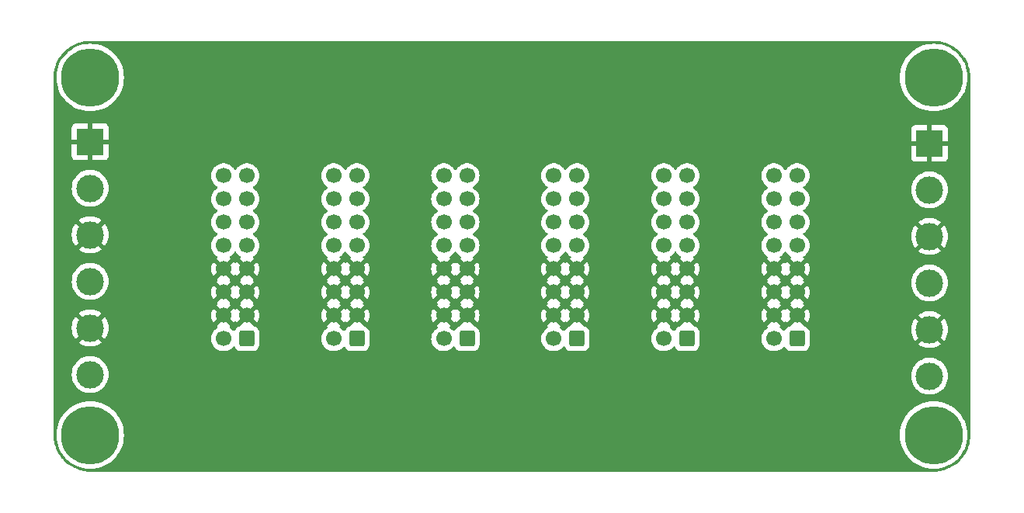
<source format=gbl>
%TF.GenerationSoftware,KiCad,Pcbnew,(7.0.0)*%
%TF.CreationDate,2023-02-19T17:38:59-05:00*%
%TF.ProjectId,ER-PWR-01,45522d50-5752-42d3-9031-2e6b69636164,rev?*%
%TF.SameCoordinates,Original*%
%TF.FileFunction,Copper,L2,Bot*%
%TF.FilePolarity,Positive*%
%FSLAX46Y46*%
G04 Gerber Fmt 4.6, Leading zero omitted, Abs format (unit mm)*
G04 Created by KiCad (PCBNEW (7.0.0)) date 2023-02-19 17:38:59*
%MOMM*%
%LPD*%
G01*
G04 APERTURE LIST*
G04 Aperture macros list*
%AMRoundRect*
0 Rectangle with rounded corners*
0 $1 Rounding radius*
0 $2 $3 $4 $5 $6 $7 $8 $9 X,Y pos of 4 corners*
0 Add a 4 corners polygon primitive as box body*
4,1,4,$2,$3,$4,$5,$6,$7,$8,$9,$2,$3,0*
0 Add four circle primitives for the rounded corners*
1,1,$1+$1,$2,$3*
1,1,$1+$1,$4,$5*
1,1,$1+$1,$6,$7*
1,1,$1+$1,$8,$9*
0 Add four rect primitives between the rounded corners*
20,1,$1+$1,$2,$3,$4,$5,0*
20,1,$1+$1,$4,$5,$6,$7,0*
20,1,$1+$1,$6,$7,$8,$9,0*
20,1,$1+$1,$8,$9,$2,$3,0*%
G04 Aperture macros list end*
%TA.AperFunction,ComponentPad*%
%ADD10C,6.350000*%
%TD*%
%TA.AperFunction,ComponentPad*%
%ADD11RoundRect,0.250000X0.600000X0.600000X-0.600000X0.600000X-0.600000X-0.600000X0.600000X-0.600000X0*%
%TD*%
%TA.AperFunction,ComponentPad*%
%ADD12C,1.700000*%
%TD*%
%TA.AperFunction,ComponentPad*%
%ADD13R,3.000000X3.000000*%
%TD*%
%TA.AperFunction,ComponentPad*%
%ADD14C,3.000000*%
%TD*%
G04 APERTURE END LIST*
D10*
%TO.P,MTG1,1*%
%TO.N,N/C*%
X94000000Y-83000000D03*
%TD*%
D11*
%TO.P,J7,1,Pin_1*%
%TO.N,/-12V*%
X171094400Y-72491600D03*
D12*
%TO.P,J7,2,Pin_2*%
X168554400Y-72491600D03*
%TO.P,J7,3,Pin_3*%
%TO.N,/GND*%
X171094400Y-69951600D03*
%TO.P,J7,4,Pin_4*%
X168554400Y-69951600D03*
%TO.P,J7,5,Pin_5*%
X171094400Y-67411600D03*
%TO.P,J7,6,Pin_6*%
X168554400Y-67411600D03*
%TO.P,J7,7,Pin_7*%
X171094400Y-64871600D03*
%TO.P,J7,8,Pin_8*%
X168554400Y-64871600D03*
%TO.P,J7,9,Pin_9*%
%TO.N,/+12V*%
X171094400Y-62331600D03*
%TO.P,J7,10,Pin_10*%
X168554400Y-62331600D03*
%TO.P,J7,11,Pin_11*%
%TO.N,/+5V*%
X171094400Y-59791600D03*
%TO.P,J7,12,Pin_12*%
X168554400Y-59791600D03*
%TO.P,J7,13,Pin_13*%
%TO.N,/P13*%
X171094400Y-57251600D03*
%TO.P,J7,14,Pin_14*%
X168554400Y-57251600D03*
%TO.P,J7,15,Pin_15*%
%TO.N,/P15*%
X171094400Y-54711600D03*
%TO.P,J7,16,Pin_16*%
X168554400Y-54711600D03*
%TD*%
D13*
%TO.P,J8,1,Pin_1*%
%TO.N,/GND*%
X185546999Y-51180999D03*
D14*
%TO.P,J8,2,Pin_2*%
%TO.N,/+5V*%
X185547000Y-56261000D03*
%TO.P,J8,3,Pin_3*%
%TO.N,/GND*%
X185547000Y-61341000D03*
%TO.P,J8,4,Pin_4*%
%TO.N,/+12V*%
X185547000Y-66421000D03*
%TO.P,J8,5,Pin_5*%
%TO.N,/GND*%
X185547000Y-71501000D03*
%TO.P,J8,6,Pin_6*%
%TO.N,/-12V*%
X185547000Y-76581000D03*
%TD*%
D11*
%TO.P,J2,1,Pin_1*%
%TO.N,/-12V*%
X111094400Y-72491600D03*
D12*
%TO.P,J2,2,Pin_2*%
X108554400Y-72491600D03*
%TO.P,J2,3,Pin_3*%
%TO.N,/GND*%
X111094400Y-69951600D03*
%TO.P,J2,4,Pin_4*%
X108554400Y-69951600D03*
%TO.P,J2,5,Pin_5*%
X111094400Y-67411600D03*
%TO.P,J2,6,Pin_6*%
X108554400Y-67411600D03*
%TO.P,J2,7,Pin_7*%
X111094400Y-64871600D03*
%TO.P,J2,8,Pin_8*%
X108554400Y-64871600D03*
%TO.P,J2,9,Pin_9*%
%TO.N,/+12V*%
X111094400Y-62331600D03*
%TO.P,J2,10,Pin_10*%
X108554400Y-62331600D03*
%TO.P,J2,11,Pin_11*%
%TO.N,/+5V*%
X111094400Y-59791600D03*
%TO.P,J2,12,Pin_12*%
X108554400Y-59791600D03*
%TO.P,J2,13,Pin_13*%
%TO.N,/P13*%
X111094400Y-57251600D03*
%TO.P,J2,14,Pin_14*%
X108554400Y-57251600D03*
%TO.P,J2,15,Pin_15*%
%TO.N,/P15*%
X111094400Y-54711600D03*
%TO.P,J2,16,Pin_16*%
X108554400Y-54711600D03*
%TD*%
D11*
%TO.P,J6,1,Pin_1*%
%TO.N,/-12V*%
X159094400Y-72491600D03*
D12*
%TO.P,J6,2,Pin_2*%
X156554400Y-72491600D03*
%TO.P,J6,3,Pin_3*%
%TO.N,/GND*%
X159094400Y-69951600D03*
%TO.P,J6,4,Pin_4*%
X156554400Y-69951600D03*
%TO.P,J6,5,Pin_5*%
X159094400Y-67411600D03*
%TO.P,J6,6,Pin_6*%
X156554400Y-67411600D03*
%TO.P,J6,7,Pin_7*%
X159094400Y-64871600D03*
%TO.P,J6,8,Pin_8*%
X156554400Y-64871600D03*
%TO.P,J6,9,Pin_9*%
%TO.N,/+12V*%
X159094400Y-62331600D03*
%TO.P,J6,10,Pin_10*%
X156554400Y-62331600D03*
%TO.P,J6,11,Pin_11*%
%TO.N,/+5V*%
X159094400Y-59791600D03*
%TO.P,J6,12,Pin_12*%
X156554400Y-59791600D03*
%TO.P,J6,13,Pin_13*%
%TO.N,/P13*%
X159094400Y-57251600D03*
%TO.P,J6,14,Pin_14*%
X156554400Y-57251600D03*
%TO.P,J6,15,Pin_15*%
%TO.N,/P15*%
X159094400Y-54711600D03*
%TO.P,J6,16,Pin_16*%
X156554400Y-54711600D03*
%TD*%
D11*
%TO.P,J5,1,Pin_1*%
%TO.N,/-12V*%
X147094400Y-72491600D03*
D12*
%TO.P,J5,2,Pin_2*%
X144554400Y-72491600D03*
%TO.P,J5,3,Pin_3*%
%TO.N,/GND*%
X147094400Y-69951600D03*
%TO.P,J5,4,Pin_4*%
X144554400Y-69951600D03*
%TO.P,J5,5,Pin_5*%
X147094400Y-67411600D03*
%TO.P,J5,6,Pin_6*%
X144554400Y-67411600D03*
%TO.P,J5,7,Pin_7*%
X147094400Y-64871600D03*
%TO.P,J5,8,Pin_8*%
X144554400Y-64871600D03*
%TO.P,J5,9,Pin_9*%
%TO.N,/+12V*%
X147094400Y-62331600D03*
%TO.P,J5,10,Pin_10*%
X144554400Y-62331600D03*
%TO.P,J5,11,Pin_11*%
%TO.N,/+5V*%
X147094400Y-59791600D03*
%TO.P,J5,12,Pin_12*%
X144554400Y-59791600D03*
%TO.P,J5,13,Pin_13*%
%TO.N,/P13*%
X147094400Y-57251600D03*
%TO.P,J5,14,Pin_14*%
X144554400Y-57251600D03*
%TO.P,J5,15,Pin_15*%
%TO.N,/P15*%
X147094400Y-54711600D03*
%TO.P,J5,16,Pin_16*%
X144554400Y-54711600D03*
%TD*%
D13*
%TO.P,J1,1,Pin_1*%
%TO.N,/GND*%
X93999989Y-50999999D03*
D14*
%TO.P,J1,2,Pin_2*%
%TO.N,/+5V*%
X93999990Y-56080000D03*
%TO.P,J1,3,Pin_3*%
%TO.N,/GND*%
X93999990Y-61160000D03*
%TO.P,J1,4,Pin_4*%
%TO.N,/+12V*%
X93999990Y-66240000D03*
%TO.P,J1,5,Pin_5*%
%TO.N,/GND*%
X93999990Y-71320000D03*
%TO.P,J1,6,Pin_6*%
%TO.N,/-12V*%
X93999990Y-76400000D03*
%TD*%
D10*
%TO.P,MTG3,1*%
%TO.N,N/C*%
X94000000Y-44000000D03*
%TD*%
D11*
%TO.P,J4,1,Pin_1*%
%TO.N,/-12V*%
X135094400Y-72491600D03*
D12*
%TO.P,J4,2,Pin_2*%
X132554400Y-72491600D03*
%TO.P,J4,3,Pin_3*%
%TO.N,/GND*%
X135094400Y-69951600D03*
%TO.P,J4,4,Pin_4*%
X132554400Y-69951600D03*
%TO.P,J4,5,Pin_5*%
X135094400Y-67411600D03*
%TO.P,J4,6,Pin_6*%
X132554400Y-67411600D03*
%TO.P,J4,7,Pin_7*%
X135094400Y-64871600D03*
%TO.P,J4,8,Pin_8*%
X132554400Y-64871600D03*
%TO.P,J4,9,Pin_9*%
%TO.N,/+12V*%
X135094400Y-62331600D03*
%TO.P,J4,10,Pin_10*%
X132554400Y-62331600D03*
%TO.P,J4,11,Pin_11*%
%TO.N,/+5V*%
X135094400Y-59791600D03*
%TO.P,J4,12,Pin_12*%
X132554400Y-59791600D03*
%TO.P,J4,13,Pin_13*%
%TO.N,/P13*%
X135094400Y-57251600D03*
%TO.P,J4,14,Pin_14*%
X132554400Y-57251600D03*
%TO.P,J4,15,Pin_15*%
%TO.N,/P15*%
X135094400Y-54711600D03*
%TO.P,J4,16,Pin_16*%
X132554400Y-54711600D03*
%TD*%
D11*
%TO.P,J3,1,Pin_1*%
%TO.N,/-12V*%
X123094400Y-72491600D03*
D12*
%TO.P,J3,2,Pin_2*%
X120554400Y-72491600D03*
%TO.P,J3,3,Pin_3*%
%TO.N,/GND*%
X123094400Y-69951600D03*
%TO.P,J3,4,Pin_4*%
X120554400Y-69951600D03*
%TO.P,J3,5,Pin_5*%
X123094400Y-67411600D03*
%TO.P,J3,6,Pin_6*%
X120554400Y-67411600D03*
%TO.P,J3,7,Pin_7*%
X123094400Y-64871600D03*
%TO.P,J3,8,Pin_8*%
X120554400Y-64871600D03*
%TO.P,J3,9,Pin_9*%
%TO.N,/+12V*%
X123094400Y-62331600D03*
%TO.P,J3,10,Pin_10*%
X120554400Y-62331600D03*
%TO.P,J3,11,Pin_11*%
%TO.N,/+5V*%
X123094400Y-59791600D03*
%TO.P,J3,12,Pin_12*%
X120554400Y-59791600D03*
%TO.P,J3,13,Pin_13*%
%TO.N,/P13*%
X123094400Y-57251600D03*
%TO.P,J3,14,Pin_14*%
X120554400Y-57251600D03*
%TO.P,J3,15,Pin_15*%
%TO.N,/P15*%
X123094400Y-54711600D03*
%TO.P,J3,16,Pin_16*%
X120554400Y-54711600D03*
%TD*%
D10*
%TO.P,MTG2,1*%
%TO.N,N/C*%
X186000000Y-83000000D03*
%TD*%
%TO.P,MTG4,1*%
%TO.N,N/C*%
X186000000Y-44000000D03*
%TD*%
%TA.AperFunction,Conductor*%
%TO.N,/GND*%
G36*
X186002898Y-40000634D02*
G01*
X186172759Y-40008487D01*
X186172756Y-40008586D01*
X186173120Y-40008504D01*
X186369701Y-40018162D01*
X186380863Y-40019212D01*
X186563028Y-40044623D01*
X186563672Y-40044716D01*
X186747168Y-40071935D01*
X186757496Y-40073912D01*
X186938575Y-40116501D01*
X186940078Y-40116866D01*
X187117787Y-40161380D01*
X187127186Y-40164128D01*
X187304416Y-40223530D01*
X187306637Y-40224299D01*
X187478154Y-40285668D01*
X187486584Y-40289032D01*
X187657972Y-40364707D01*
X187660889Y-40366040D01*
X187825064Y-40443689D01*
X187832472Y-40447499D01*
X187910785Y-40491120D01*
X187996389Y-40538802D01*
X187999852Y-40540804D01*
X188155295Y-40633972D01*
X188161713Y-40638087D01*
X188316664Y-40744231D01*
X188320515Y-40746977D01*
X188465933Y-40854826D01*
X188471370Y-40859094D01*
X188615909Y-40979118D01*
X188620030Y-40982694D01*
X188754160Y-41104262D01*
X188758639Y-41108527D01*
X188891471Y-41241359D01*
X188895736Y-41245838D01*
X189017304Y-41379968D01*
X189020880Y-41384089D01*
X189140904Y-41528628D01*
X189145172Y-41534065D01*
X189253021Y-41679483D01*
X189255767Y-41683334D01*
X189361902Y-41838272D01*
X189366026Y-41844703D01*
X189459194Y-42000146D01*
X189461196Y-42003609D01*
X189552490Y-42167510D01*
X189556317Y-42174951D01*
X189633944Y-42339080D01*
X189635305Y-42342058D01*
X189710963Y-42513408D01*
X189714333Y-42521853D01*
X189775662Y-42693254D01*
X189776496Y-42695662D01*
X189835868Y-42872806D01*
X189838624Y-42882231D01*
X189883097Y-43059776D01*
X189883526Y-43061544D01*
X189926083Y-43242487D01*
X189928066Y-43252847D01*
X189955247Y-43436084D01*
X189955403Y-43437164D01*
X189980783Y-43619104D01*
X189981839Y-43630330D01*
X189991494Y-43826875D01*
X189991502Y-43827238D01*
X189991512Y-43827238D01*
X189999366Y-43997102D01*
X189999500Y-44002922D01*
X189999500Y-82997078D01*
X189999366Y-83002898D01*
X189991512Y-83172761D01*
X189991494Y-83173123D01*
X189981839Y-83369668D01*
X189980783Y-83380894D01*
X189955403Y-83562834D01*
X189955247Y-83563914D01*
X189928066Y-83747151D01*
X189926083Y-83757511D01*
X189883526Y-83938454D01*
X189883097Y-83940222D01*
X189838624Y-84117767D01*
X189835868Y-84127192D01*
X189776496Y-84304336D01*
X189775662Y-84306744D01*
X189714333Y-84478145D01*
X189710963Y-84486590D01*
X189635305Y-84657940D01*
X189633944Y-84660918D01*
X189556317Y-84825047D01*
X189552490Y-84832488D01*
X189461196Y-84996389D01*
X189459194Y-84999852D01*
X189366026Y-85155295D01*
X189361902Y-85161726D01*
X189255767Y-85316664D01*
X189253021Y-85320515D01*
X189145172Y-85465933D01*
X189140904Y-85471370D01*
X189020880Y-85615909D01*
X189017304Y-85620030D01*
X188895736Y-85754160D01*
X188891471Y-85758639D01*
X188758639Y-85891471D01*
X188754160Y-85895736D01*
X188620030Y-86017304D01*
X188615909Y-86020880D01*
X188471370Y-86140904D01*
X188465933Y-86145172D01*
X188320515Y-86253021D01*
X188316664Y-86255767D01*
X188161726Y-86361902D01*
X188155295Y-86366026D01*
X187999852Y-86459194D01*
X187996389Y-86461196D01*
X187832488Y-86552490D01*
X187825047Y-86556317D01*
X187660918Y-86633944D01*
X187657940Y-86635305D01*
X187486590Y-86710963D01*
X187478145Y-86714333D01*
X187306744Y-86775662D01*
X187304336Y-86776496D01*
X187127192Y-86835868D01*
X187117767Y-86838624D01*
X186940222Y-86883097D01*
X186938454Y-86883526D01*
X186757511Y-86926083D01*
X186747151Y-86928066D01*
X186563914Y-86955247D01*
X186562834Y-86955403D01*
X186380894Y-86980783D01*
X186369668Y-86981839D01*
X186173123Y-86991494D01*
X186172761Y-86991512D01*
X186002898Y-86999366D01*
X185997078Y-86999500D01*
X94002922Y-86999500D01*
X93997102Y-86999366D01*
X93827237Y-86991512D01*
X93826875Y-86991494D01*
X93630330Y-86981839D01*
X93619104Y-86980783D01*
X93437164Y-86955403D01*
X93436084Y-86955247D01*
X93252847Y-86928066D01*
X93242487Y-86926083D01*
X93061544Y-86883526D01*
X93059776Y-86883097D01*
X92882231Y-86838624D01*
X92872806Y-86835868D01*
X92695662Y-86776496D01*
X92693254Y-86775662D01*
X92521853Y-86714333D01*
X92513408Y-86710963D01*
X92342058Y-86635305D01*
X92339080Y-86633944D01*
X92174951Y-86556317D01*
X92167510Y-86552490D01*
X92003609Y-86461196D01*
X92000146Y-86459194D01*
X91844703Y-86366026D01*
X91838272Y-86361902D01*
X91683334Y-86255767D01*
X91679483Y-86253021D01*
X91534065Y-86145172D01*
X91528628Y-86140904D01*
X91384089Y-86020880D01*
X91379968Y-86017304D01*
X91245838Y-85895736D01*
X91241359Y-85891471D01*
X91108527Y-85758639D01*
X91104262Y-85754160D01*
X90982694Y-85620030D01*
X90979118Y-85615909D01*
X90859094Y-85471370D01*
X90854826Y-85465933D01*
X90746977Y-85320515D01*
X90744231Y-85316664D01*
X90644212Y-85170654D01*
X90638087Y-85161713D01*
X90633972Y-85155295D01*
X90540804Y-84999852D01*
X90538802Y-84996389D01*
X90505515Y-84936629D01*
X90447499Y-84832472D01*
X90443689Y-84825064D01*
X90366040Y-84660889D01*
X90364693Y-84657940D01*
X90295075Y-84500270D01*
X90289032Y-84486584D01*
X90285665Y-84478145D01*
X90224299Y-84306637D01*
X90223530Y-84304416D01*
X90164128Y-84127186D01*
X90161380Y-84117787D01*
X90116866Y-83940078D01*
X90116501Y-83938575D01*
X90073912Y-83757496D01*
X90071935Y-83747168D01*
X90044716Y-83563672D01*
X90044623Y-83563028D01*
X90019212Y-83380863D01*
X90018162Y-83369699D01*
X90008485Y-83172724D01*
X90000634Y-83002898D01*
X90000567Y-83000000D01*
X90311445Y-83000000D01*
X90311618Y-83003301D01*
X90331478Y-83382269D01*
X90331479Y-83382280D01*
X90331651Y-83385559D01*
X90332164Y-83388800D01*
X90332165Y-83388806D01*
X90391532Y-83763633D01*
X90391533Y-83763642D01*
X90392049Y-83766894D01*
X90392901Y-83770074D01*
X90392903Y-83770083D01*
X90491120Y-84136633D01*
X90491976Y-84139826D01*
X90493161Y-84142913D01*
X90493162Y-84142916D01*
X90629152Y-84497185D01*
X90629157Y-84497197D01*
X90630337Y-84500270D01*
X90631830Y-84503201D01*
X90631834Y-84503209D01*
X90712191Y-84660918D01*
X90805618Y-84844278D01*
X90807414Y-84847044D01*
X90807416Y-84847047D01*
X91014093Y-85165303D01*
X91014101Y-85165314D01*
X91015896Y-85168078D01*
X91258869Y-85468125D01*
X91531875Y-85741131D01*
X91831922Y-85984104D01*
X91834688Y-85985900D01*
X91834696Y-85985906D01*
X91981141Y-86081008D01*
X92155722Y-86194382D01*
X92499730Y-86369663D01*
X92860174Y-86508024D01*
X93233106Y-86607951D01*
X93614441Y-86668349D01*
X94000000Y-86688555D01*
X94385559Y-86668349D01*
X94766894Y-86607951D01*
X95139826Y-86508024D01*
X95500270Y-86369663D01*
X95844278Y-86194382D01*
X96168078Y-85984104D01*
X96468125Y-85741131D01*
X96741131Y-85468125D01*
X96984104Y-85168078D01*
X97194382Y-84844278D01*
X97369663Y-84500270D01*
X97508024Y-84139826D01*
X97607951Y-83766894D01*
X97668349Y-83385559D01*
X97688555Y-83000000D01*
X182311445Y-83000000D01*
X182311618Y-83003301D01*
X182331478Y-83382269D01*
X182331479Y-83382280D01*
X182331651Y-83385559D01*
X182332164Y-83388800D01*
X182332165Y-83388806D01*
X182391532Y-83763633D01*
X182391533Y-83763642D01*
X182392049Y-83766894D01*
X182392901Y-83770074D01*
X182392903Y-83770083D01*
X182491120Y-84136633D01*
X182491976Y-84139826D01*
X182493161Y-84142913D01*
X182493162Y-84142916D01*
X182629152Y-84497185D01*
X182629157Y-84497197D01*
X182630337Y-84500270D01*
X182631830Y-84503201D01*
X182631834Y-84503209D01*
X182712191Y-84660918D01*
X182805618Y-84844278D01*
X182807414Y-84847044D01*
X182807416Y-84847047D01*
X183014093Y-85165303D01*
X183014101Y-85165314D01*
X183015896Y-85168078D01*
X183258869Y-85468125D01*
X183531875Y-85741131D01*
X183831922Y-85984104D01*
X183834688Y-85985900D01*
X183834696Y-85985906D01*
X183981141Y-86081008D01*
X184155722Y-86194382D01*
X184499730Y-86369663D01*
X184860174Y-86508024D01*
X185233106Y-86607951D01*
X185614441Y-86668349D01*
X186000000Y-86688555D01*
X186385559Y-86668349D01*
X186766894Y-86607951D01*
X187139826Y-86508024D01*
X187500270Y-86369663D01*
X187844278Y-86194382D01*
X188168078Y-85984104D01*
X188468125Y-85741131D01*
X188741131Y-85468125D01*
X188984104Y-85168078D01*
X189194382Y-84844278D01*
X189369663Y-84500270D01*
X189508024Y-84139826D01*
X189607951Y-83766894D01*
X189668349Y-83385559D01*
X189688555Y-83000000D01*
X189668349Y-82614441D01*
X189607951Y-82233106D01*
X189508024Y-81860174D01*
X189369663Y-81499730D01*
X189194382Y-81155723D01*
X188984104Y-80831922D01*
X188741131Y-80531875D01*
X188468125Y-80258869D01*
X188168078Y-80015896D01*
X188165314Y-80014101D01*
X188165303Y-80014093D01*
X187847047Y-79807416D01*
X187847044Y-79807414D01*
X187844278Y-79805618D01*
X187824937Y-79795763D01*
X187503209Y-79631834D01*
X187503201Y-79631830D01*
X187500270Y-79630337D01*
X187497197Y-79629157D01*
X187497185Y-79629152D01*
X187142916Y-79493162D01*
X187142913Y-79493161D01*
X187139826Y-79491976D01*
X187136640Y-79491122D01*
X187136633Y-79491120D01*
X186770083Y-79392903D01*
X186770074Y-79392901D01*
X186766894Y-79392049D01*
X186763642Y-79391533D01*
X186763633Y-79391532D01*
X186388806Y-79332165D01*
X186388800Y-79332164D01*
X186385559Y-79331651D01*
X186382280Y-79331479D01*
X186382269Y-79331478D01*
X186003301Y-79311618D01*
X186000000Y-79311445D01*
X185996699Y-79311618D01*
X185617730Y-79331478D01*
X185617717Y-79331479D01*
X185614441Y-79331651D01*
X185611201Y-79332164D01*
X185611193Y-79332165D01*
X185236366Y-79391532D01*
X185236353Y-79391534D01*
X185233106Y-79392049D01*
X185229929Y-79392900D01*
X185229916Y-79392903D01*
X184863366Y-79491120D01*
X184863353Y-79491124D01*
X184860174Y-79491976D01*
X184857091Y-79493159D01*
X184857083Y-79493162D01*
X184502814Y-79629152D01*
X184502794Y-79629160D01*
X184499730Y-79630337D01*
X184496805Y-79631827D01*
X184496790Y-79631834D01*
X184158664Y-79804119D01*
X184158656Y-79804123D01*
X184155723Y-79805618D01*
X184152964Y-79807409D01*
X184152953Y-79807416D01*
X183834696Y-80014094D01*
X183834688Y-80014099D01*
X183831922Y-80015896D01*
X183829354Y-80017974D01*
X183829345Y-80017982D01*
X183534450Y-80256783D01*
X183534441Y-80256791D01*
X183531875Y-80258869D01*
X183529541Y-80261202D01*
X183529531Y-80261212D01*
X183261212Y-80529531D01*
X183261202Y-80529541D01*
X183258869Y-80531875D01*
X183256791Y-80534441D01*
X183256783Y-80534450D01*
X183017982Y-80829345D01*
X183017974Y-80829354D01*
X183015896Y-80831922D01*
X183014099Y-80834688D01*
X183014094Y-80834696D01*
X182807416Y-81152953D01*
X182807409Y-81152964D01*
X182805618Y-81155723D01*
X182804123Y-81158656D01*
X182804119Y-81158664D01*
X182631834Y-81496790D01*
X182631827Y-81496805D01*
X182630337Y-81499730D01*
X182629160Y-81502794D01*
X182629152Y-81502814D01*
X182493162Y-81857083D01*
X182493159Y-81857091D01*
X182491976Y-81860174D01*
X182491124Y-81863353D01*
X182491120Y-81863366D01*
X182392903Y-82229916D01*
X182392900Y-82229929D01*
X182392049Y-82233106D01*
X182391534Y-82236353D01*
X182391532Y-82236366D01*
X182332165Y-82611193D01*
X182331651Y-82614441D01*
X182331479Y-82617717D01*
X182331478Y-82617730D01*
X182311755Y-82994077D01*
X182311445Y-83000000D01*
X97688555Y-83000000D01*
X97668349Y-82614441D01*
X97607951Y-82233106D01*
X97508024Y-81860174D01*
X97369663Y-81499730D01*
X97194382Y-81155723D01*
X96984104Y-80831922D01*
X96741131Y-80531875D01*
X96468125Y-80258869D01*
X96168078Y-80015896D01*
X96165314Y-80014101D01*
X96165303Y-80014093D01*
X95847047Y-79807416D01*
X95847044Y-79807414D01*
X95844278Y-79805618D01*
X95824937Y-79795763D01*
X95503209Y-79631834D01*
X95503201Y-79631830D01*
X95500270Y-79630337D01*
X95497197Y-79629157D01*
X95497185Y-79629152D01*
X95142916Y-79493162D01*
X95142913Y-79493161D01*
X95139826Y-79491976D01*
X95136640Y-79491122D01*
X95136633Y-79491120D01*
X94770083Y-79392903D01*
X94770074Y-79392901D01*
X94766894Y-79392049D01*
X94763642Y-79391533D01*
X94763633Y-79391532D01*
X94388806Y-79332165D01*
X94388800Y-79332164D01*
X94385559Y-79331651D01*
X94382280Y-79331479D01*
X94382269Y-79331478D01*
X94003301Y-79311618D01*
X94000000Y-79311445D01*
X93996699Y-79311618D01*
X93617730Y-79331478D01*
X93617717Y-79331479D01*
X93614441Y-79331651D01*
X93611201Y-79332164D01*
X93611193Y-79332165D01*
X93236366Y-79391532D01*
X93236353Y-79391534D01*
X93233106Y-79392049D01*
X93229929Y-79392900D01*
X93229916Y-79392903D01*
X92863366Y-79491120D01*
X92863353Y-79491124D01*
X92860174Y-79491976D01*
X92857091Y-79493159D01*
X92857083Y-79493162D01*
X92502814Y-79629152D01*
X92502794Y-79629160D01*
X92499730Y-79630337D01*
X92496805Y-79631827D01*
X92496790Y-79631834D01*
X92158664Y-79804119D01*
X92158656Y-79804123D01*
X92155723Y-79805618D01*
X92152964Y-79807409D01*
X92152953Y-79807416D01*
X91834696Y-80014094D01*
X91834688Y-80014099D01*
X91831922Y-80015896D01*
X91829354Y-80017974D01*
X91829345Y-80017982D01*
X91534450Y-80256783D01*
X91534441Y-80256791D01*
X91531875Y-80258869D01*
X91529541Y-80261202D01*
X91529531Y-80261212D01*
X91261212Y-80529531D01*
X91261202Y-80529541D01*
X91258869Y-80531875D01*
X91256791Y-80534441D01*
X91256783Y-80534450D01*
X91017982Y-80829345D01*
X91017974Y-80829354D01*
X91015896Y-80831922D01*
X91014099Y-80834688D01*
X91014094Y-80834696D01*
X90807416Y-81152953D01*
X90807409Y-81152964D01*
X90805618Y-81155723D01*
X90804123Y-81158656D01*
X90804119Y-81158664D01*
X90631834Y-81496790D01*
X90631827Y-81496805D01*
X90630337Y-81499730D01*
X90629160Y-81502794D01*
X90629152Y-81502814D01*
X90493162Y-81857083D01*
X90493159Y-81857091D01*
X90491976Y-81860174D01*
X90491124Y-81863353D01*
X90491120Y-81863366D01*
X90392903Y-82229916D01*
X90392900Y-82229929D01*
X90392049Y-82233106D01*
X90391534Y-82236353D01*
X90391532Y-82236366D01*
X90332165Y-82611193D01*
X90331651Y-82614441D01*
X90331479Y-82617717D01*
X90331478Y-82617730D01*
X90311755Y-82994077D01*
X90311445Y-83000000D01*
X90000567Y-83000000D01*
X90000500Y-82997079D01*
X90000500Y-76400000D01*
X91986797Y-76400000D01*
X92005548Y-76674130D01*
X92061452Y-76943153D01*
X92062889Y-76947196D01*
X92062892Y-76947207D01*
X92152027Y-77198008D01*
X92152030Y-77198015D01*
X92153467Y-77202058D01*
X92155441Y-77205869D01*
X92155443Y-77205872D01*
X92277896Y-77442197D01*
X92277899Y-77442202D01*
X92279879Y-77446023D01*
X92438333Y-77670502D01*
X92625879Y-77871314D01*
X92839021Y-78044718D01*
X93073790Y-78187484D01*
X93325813Y-78296953D01*
X93590394Y-78371085D01*
X93862605Y-78408500D01*
X94133070Y-78408500D01*
X94137375Y-78408500D01*
X94409586Y-78371085D01*
X94674167Y-78296953D01*
X94926190Y-78187484D01*
X95160959Y-78044718D01*
X95374101Y-77871314D01*
X95561647Y-77670502D01*
X95720101Y-77446023D01*
X95846513Y-77202058D01*
X95938528Y-76943153D01*
X95994432Y-76674130D01*
X96000802Y-76581000D01*
X183533807Y-76581000D01*
X183534101Y-76585298D01*
X183539883Y-76669836D01*
X183552558Y-76855130D01*
X183553431Y-76859331D01*
X183553432Y-76859338D01*
X183571692Y-76947207D01*
X183608462Y-77124153D01*
X183609899Y-77128196D01*
X183609902Y-77128207D01*
X183699037Y-77379008D01*
X183699040Y-77379015D01*
X183700477Y-77383058D01*
X183702451Y-77386869D01*
X183702453Y-77386872D01*
X183824906Y-77623197D01*
X183824909Y-77623202D01*
X183826889Y-77627023D01*
X183985343Y-77851502D01*
X184172889Y-78052314D01*
X184386031Y-78225718D01*
X184620800Y-78368484D01*
X184872823Y-78477953D01*
X185137404Y-78552085D01*
X185409615Y-78589500D01*
X185680080Y-78589500D01*
X185684385Y-78589500D01*
X185956596Y-78552085D01*
X186221177Y-78477953D01*
X186473200Y-78368484D01*
X186707969Y-78225718D01*
X186921111Y-78052314D01*
X187108657Y-77851502D01*
X187267111Y-77627023D01*
X187393523Y-77383058D01*
X187485538Y-77124153D01*
X187541442Y-76855130D01*
X187560193Y-76581000D01*
X187541442Y-76306870D01*
X187485538Y-76037847D01*
X187421210Y-75856847D01*
X187394962Y-75782991D01*
X187393523Y-75778942D01*
X187267111Y-75534977D01*
X187108657Y-75310498D01*
X186921111Y-75109686D01*
X186707969Y-74936282D01*
X186473200Y-74793516D01*
X186469259Y-74791804D01*
X186469253Y-74791801D01*
X186225112Y-74685756D01*
X186225109Y-74685755D01*
X186221177Y-74684047D01*
X186217052Y-74682891D01*
X186217043Y-74682888D01*
X185960742Y-74611076D01*
X185960732Y-74611074D01*
X185956596Y-74609915D01*
X185952335Y-74609329D01*
X185952324Y-74609327D01*
X185688653Y-74573086D01*
X185688643Y-74573085D01*
X185684385Y-74572500D01*
X185409615Y-74572500D01*
X185405357Y-74573085D01*
X185405346Y-74573086D01*
X185141675Y-74609327D01*
X185141661Y-74609329D01*
X185137404Y-74609915D01*
X185133269Y-74611073D01*
X185133257Y-74611076D01*
X184876956Y-74682888D01*
X184876942Y-74682892D01*
X184872823Y-74684047D01*
X184868895Y-74685753D01*
X184868887Y-74685756D01*
X184624746Y-74791801D01*
X184624733Y-74791807D01*
X184620800Y-74793516D01*
X184617129Y-74795748D01*
X184617122Y-74795752D01*
X184389704Y-74934048D01*
X184389699Y-74934050D01*
X184386031Y-74936282D01*
X184382704Y-74938988D01*
X184382695Y-74938995D01*
X184176225Y-75106971D01*
X184176217Y-75106978D01*
X184172889Y-75109686D01*
X184169957Y-75112824D01*
X184169952Y-75112830D01*
X183988282Y-75307350D01*
X183988274Y-75307358D01*
X183985343Y-75310498D01*
X183982863Y-75314010D01*
X183982860Y-75314015D01*
X183829375Y-75531454D01*
X183829370Y-75531462D01*
X183826889Y-75534977D01*
X183824913Y-75538790D01*
X183824906Y-75538802D01*
X183702453Y-75775127D01*
X183702449Y-75775136D01*
X183700477Y-75778942D01*
X183699042Y-75782978D01*
X183699037Y-75782991D01*
X183609902Y-76033792D01*
X183609897Y-76033807D01*
X183608462Y-76037847D01*
X183607587Y-76042054D01*
X183607587Y-76042057D01*
X183553432Y-76302661D01*
X183553430Y-76302670D01*
X183552558Y-76306870D01*
X183552264Y-76311157D01*
X183552264Y-76311163D01*
X183546188Y-76400000D01*
X183533807Y-76581000D01*
X96000802Y-76581000D01*
X96013183Y-76400000D01*
X95994432Y-76125870D01*
X95938528Y-75856847D01*
X95846513Y-75597942D01*
X95720101Y-75353977D01*
X95561647Y-75129498D01*
X95374101Y-74928686D01*
X95370764Y-74925971D01*
X95164294Y-74757995D01*
X95164291Y-74757993D01*
X95160959Y-74755282D01*
X94926190Y-74612516D01*
X94922249Y-74610804D01*
X94922243Y-74610801D01*
X94678102Y-74504756D01*
X94678099Y-74504755D01*
X94674167Y-74503047D01*
X94670042Y-74501891D01*
X94670033Y-74501888D01*
X94413732Y-74430076D01*
X94413722Y-74430074D01*
X94409586Y-74428915D01*
X94405325Y-74428329D01*
X94405314Y-74428327D01*
X94141643Y-74392086D01*
X94141633Y-74392085D01*
X94137375Y-74391500D01*
X93862605Y-74391500D01*
X93858347Y-74392085D01*
X93858336Y-74392086D01*
X93594665Y-74428327D01*
X93594651Y-74428329D01*
X93590394Y-74428915D01*
X93586259Y-74430073D01*
X93586247Y-74430076D01*
X93329946Y-74501888D01*
X93329932Y-74501892D01*
X93325813Y-74503047D01*
X93321885Y-74504753D01*
X93321877Y-74504756D01*
X93077736Y-74610801D01*
X93077723Y-74610807D01*
X93073790Y-74612516D01*
X93070119Y-74614748D01*
X93070112Y-74614752D01*
X92842694Y-74753048D01*
X92842689Y-74753050D01*
X92839021Y-74755282D01*
X92835694Y-74757988D01*
X92835685Y-74757995D01*
X92629215Y-74925971D01*
X92629207Y-74925978D01*
X92625879Y-74928686D01*
X92622947Y-74931824D01*
X92622942Y-74931830D01*
X92441272Y-75126350D01*
X92441264Y-75126358D01*
X92438333Y-75129498D01*
X92435853Y-75133010D01*
X92435850Y-75133015D01*
X92282365Y-75350454D01*
X92282360Y-75350462D01*
X92279879Y-75353977D01*
X92277903Y-75357790D01*
X92277896Y-75357802D01*
X92155443Y-75594127D01*
X92155439Y-75594136D01*
X92153467Y-75597942D01*
X92152032Y-75601978D01*
X92152027Y-75601991D01*
X92062892Y-75852792D01*
X92062887Y-75852807D01*
X92061452Y-75856847D01*
X92060577Y-75861054D01*
X92060577Y-75861057D01*
X92006422Y-76121661D01*
X92006420Y-76121670D01*
X92005548Y-76125870D01*
X91986797Y-76400000D01*
X90000500Y-76400000D01*
X90000500Y-72908201D01*
X92776434Y-72908201D01*
X92784420Y-72919652D01*
X92835974Y-72961595D01*
X92842985Y-72966543D01*
X93070342Y-73104802D01*
X93077971Y-73108754D01*
X93322029Y-73214764D01*
X93330122Y-73217641D01*
X93586349Y-73289433D01*
X93594767Y-73291182D01*
X93858370Y-73327413D01*
X93866944Y-73328000D01*
X94133036Y-73328000D01*
X94141609Y-73327413D01*
X94405212Y-73291182D01*
X94413630Y-73289433D01*
X94669857Y-73217641D01*
X94677950Y-73214764D01*
X94922008Y-73108754D01*
X94929637Y-73104802D01*
X95156994Y-72966543D01*
X95164004Y-72961595D01*
X95215558Y-72919652D01*
X95223544Y-72908200D01*
X95216769Y-72895989D01*
X94011719Y-71690939D01*
X93999990Y-71684167D01*
X93988260Y-71690939D01*
X92783209Y-72895989D01*
X92776434Y-72908201D01*
X90000500Y-72908201D01*
X90000500Y-71324298D01*
X91987592Y-71324298D01*
X92005750Y-71589769D01*
X92006918Y-71598268D01*
X92061059Y-71858807D01*
X92063374Y-71867072D01*
X92152485Y-72117806D01*
X92155907Y-72125682D01*
X92278323Y-72361934D01*
X92282790Y-72369280D01*
X92402591Y-72539000D01*
X92410849Y-72546517D01*
X92420269Y-72540509D01*
X93629050Y-71331729D01*
X93635822Y-71320000D01*
X94364157Y-71320000D01*
X94370929Y-71331729D01*
X95579709Y-72540509D01*
X95589129Y-72546517D01*
X95597387Y-72539000D01*
X95630846Y-72491600D01*
X107191244Y-72491600D01*
X107209836Y-72715968D01*
X107265104Y-72934216D01*
X107267197Y-72938989D01*
X107267199Y-72938993D01*
X107333086Y-73089200D01*
X107355540Y-73140391D01*
X107478678Y-73328868D01*
X107482206Y-73332700D01*
X107627627Y-73490669D01*
X107627631Y-73490673D01*
X107631160Y-73494506D01*
X107808824Y-73632789D01*
X108006826Y-73739942D01*
X108011755Y-73741634D01*
X108011757Y-73741635D01*
X108113295Y-73776493D01*
X108219765Y-73813044D01*
X108441831Y-73850100D01*
X108661758Y-73850100D01*
X108666969Y-73850100D01*
X108889035Y-73813044D01*
X109101974Y-73739942D01*
X109299976Y-73632789D01*
X109477640Y-73494506D01*
X109591170Y-73371180D01*
X109642274Y-73337584D01*
X109703180Y-73332009D01*
X109759536Y-73355770D01*
X109798064Y-73403270D01*
X109799976Y-73407372D01*
X109802285Y-73414338D01*
X109806135Y-73420580D01*
X109806137Y-73420584D01*
X109851733Y-73494506D01*
X109895370Y-73565252D01*
X110020748Y-73690630D01*
X110026996Y-73694483D01*
X110026995Y-73694483D01*
X110165418Y-73779864D01*
X110165420Y-73779865D01*
X110171662Y-73783715D01*
X110339974Y-73839487D01*
X110443855Y-73850100D01*
X111744944Y-73850099D01*
X111848826Y-73839487D01*
X112017138Y-73783715D01*
X112168052Y-73690630D01*
X112293430Y-73565252D01*
X112386515Y-73414338D01*
X112442287Y-73246026D01*
X112452900Y-73142145D01*
X112452899Y-72491600D01*
X119191244Y-72491600D01*
X119209836Y-72715968D01*
X119265104Y-72934216D01*
X119267197Y-72938989D01*
X119267199Y-72938993D01*
X119333086Y-73089200D01*
X119355540Y-73140391D01*
X119478678Y-73328868D01*
X119482206Y-73332700D01*
X119627627Y-73490669D01*
X119627631Y-73490673D01*
X119631160Y-73494506D01*
X119808824Y-73632789D01*
X120006826Y-73739942D01*
X120011755Y-73741634D01*
X120011757Y-73741635D01*
X120113295Y-73776493D01*
X120219765Y-73813044D01*
X120441831Y-73850100D01*
X120661758Y-73850100D01*
X120666969Y-73850100D01*
X120889035Y-73813044D01*
X121101974Y-73739942D01*
X121299976Y-73632789D01*
X121477640Y-73494506D01*
X121591170Y-73371180D01*
X121642274Y-73337584D01*
X121703180Y-73332009D01*
X121759536Y-73355770D01*
X121798064Y-73403270D01*
X121799976Y-73407372D01*
X121802285Y-73414338D01*
X121806135Y-73420580D01*
X121806137Y-73420584D01*
X121851733Y-73494506D01*
X121895370Y-73565252D01*
X122020748Y-73690630D01*
X122026996Y-73694483D01*
X122026995Y-73694483D01*
X122165418Y-73779864D01*
X122165420Y-73779865D01*
X122171662Y-73783715D01*
X122339974Y-73839487D01*
X122443855Y-73850100D01*
X123744944Y-73850099D01*
X123848826Y-73839487D01*
X124017138Y-73783715D01*
X124168052Y-73690630D01*
X124293430Y-73565252D01*
X124386515Y-73414338D01*
X124442287Y-73246026D01*
X124452900Y-73142145D01*
X124452899Y-72491600D01*
X131191244Y-72491600D01*
X131209836Y-72715968D01*
X131265104Y-72934216D01*
X131267197Y-72938989D01*
X131267199Y-72938993D01*
X131333086Y-73089200D01*
X131355540Y-73140391D01*
X131478678Y-73328868D01*
X131482206Y-73332700D01*
X131627627Y-73490669D01*
X131627631Y-73490673D01*
X131631160Y-73494506D01*
X131808824Y-73632789D01*
X132006826Y-73739942D01*
X132011755Y-73741634D01*
X132011757Y-73741635D01*
X132113295Y-73776493D01*
X132219765Y-73813044D01*
X132441831Y-73850100D01*
X132661758Y-73850100D01*
X132666969Y-73850100D01*
X132889035Y-73813044D01*
X133101974Y-73739942D01*
X133299976Y-73632789D01*
X133477640Y-73494506D01*
X133591170Y-73371180D01*
X133642274Y-73337584D01*
X133703180Y-73332009D01*
X133759536Y-73355770D01*
X133798064Y-73403270D01*
X133799976Y-73407372D01*
X133802285Y-73414338D01*
X133806135Y-73420580D01*
X133806137Y-73420584D01*
X133851733Y-73494506D01*
X133895370Y-73565252D01*
X134020748Y-73690630D01*
X134026996Y-73694483D01*
X134026995Y-73694483D01*
X134165418Y-73779864D01*
X134165420Y-73779865D01*
X134171662Y-73783715D01*
X134339974Y-73839487D01*
X134443855Y-73850100D01*
X135744944Y-73850099D01*
X135848826Y-73839487D01*
X136017138Y-73783715D01*
X136168052Y-73690630D01*
X136293430Y-73565252D01*
X136386515Y-73414338D01*
X136442287Y-73246026D01*
X136452900Y-73142145D01*
X136452899Y-72491600D01*
X143191244Y-72491600D01*
X143209836Y-72715968D01*
X143265104Y-72934216D01*
X143267197Y-72938989D01*
X143267199Y-72938993D01*
X143333086Y-73089200D01*
X143355540Y-73140391D01*
X143478678Y-73328868D01*
X143482206Y-73332700D01*
X143627627Y-73490669D01*
X143627631Y-73490673D01*
X143631160Y-73494506D01*
X143808824Y-73632789D01*
X144006826Y-73739942D01*
X144011755Y-73741634D01*
X144011757Y-73741635D01*
X144113295Y-73776493D01*
X144219765Y-73813044D01*
X144441831Y-73850100D01*
X144661758Y-73850100D01*
X144666969Y-73850100D01*
X144889035Y-73813044D01*
X145101974Y-73739942D01*
X145299976Y-73632789D01*
X145477640Y-73494506D01*
X145591170Y-73371180D01*
X145642274Y-73337584D01*
X145703180Y-73332009D01*
X145759536Y-73355770D01*
X145798064Y-73403270D01*
X145799976Y-73407372D01*
X145802285Y-73414338D01*
X145806135Y-73420580D01*
X145806137Y-73420584D01*
X145851733Y-73494506D01*
X145895370Y-73565252D01*
X146020748Y-73690630D01*
X146026996Y-73694483D01*
X146026995Y-73694483D01*
X146165418Y-73779864D01*
X146165420Y-73779865D01*
X146171662Y-73783715D01*
X146339974Y-73839487D01*
X146443855Y-73850100D01*
X147744944Y-73850099D01*
X147848826Y-73839487D01*
X148017138Y-73783715D01*
X148168052Y-73690630D01*
X148293430Y-73565252D01*
X148386515Y-73414338D01*
X148442287Y-73246026D01*
X148452900Y-73142145D01*
X148452899Y-72491600D01*
X155191244Y-72491600D01*
X155209836Y-72715968D01*
X155265104Y-72934216D01*
X155267197Y-72938989D01*
X155267199Y-72938993D01*
X155333086Y-73089200D01*
X155355540Y-73140391D01*
X155478678Y-73328868D01*
X155482206Y-73332700D01*
X155627627Y-73490669D01*
X155627631Y-73490673D01*
X155631160Y-73494506D01*
X155808824Y-73632789D01*
X156006826Y-73739942D01*
X156011755Y-73741634D01*
X156011757Y-73741635D01*
X156113295Y-73776493D01*
X156219765Y-73813044D01*
X156441831Y-73850100D01*
X156661758Y-73850100D01*
X156666969Y-73850100D01*
X156889035Y-73813044D01*
X157101974Y-73739942D01*
X157299976Y-73632789D01*
X157477640Y-73494506D01*
X157591170Y-73371180D01*
X157642274Y-73337584D01*
X157703180Y-73332009D01*
X157759536Y-73355770D01*
X157798064Y-73403270D01*
X157799976Y-73407372D01*
X157802285Y-73414338D01*
X157806135Y-73420580D01*
X157806137Y-73420584D01*
X157851733Y-73494506D01*
X157895370Y-73565252D01*
X158020748Y-73690630D01*
X158026996Y-73694483D01*
X158026995Y-73694483D01*
X158165418Y-73779864D01*
X158165420Y-73779865D01*
X158171662Y-73783715D01*
X158339974Y-73839487D01*
X158443855Y-73850100D01*
X159744944Y-73850099D01*
X159848826Y-73839487D01*
X160017138Y-73783715D01*
X160168052Y-73690630D01*
X160293430Y-73565252D01*
X160386515Y-73414338D01*
X160442287Y-73246026D01*
X160452900Y-73142145D01*
X160452899Y-72491600D01*
X167191244Y-72491600D01*
X167209836Y-72715968D01*
X167265104Y-72934216D01*
X167267197Y-72938989D01*
X167267199Y-72938993D01*
X167333086Y-73089200D01*
X167355540Y-73140391D01*
X167478678Y-73328868D01*
X167482206Y-73332700D01*
X167627627Y-73490669D01*
X167627631Y-73490673D01*
X167631160Y-73494506D01*
X167808824Y-73632789D01*
X168006826Y-73739942D01*
X168011755Y-73741634D01*
X168011757Y-73741635D01*
X168113295Y-73776493D01*
X168219765Y-73813044D01*
X168441831Y-73850100D01*
X168661758Y-73850100D01*
X168666969Y-73850100D01*
X168889035Y-73813044D01*
X169101974Y-73739942D01*
X169299976Y-73632789D01*
X169477640Y-73494506D01*
X169591170Y-73371180D01*
X169642274Y-73337584D01*
X169703180Y-73332009D01*
X169759536Y-73355770D01*
X169798064Y-73403270D01*
X169799976Y-73407372D01*
X169802285Y-73414338D01*
X169806135Y-73420580D01*
X169806137Y-73420584D01*
X169851733Y-73494506D01*
X169895370Y-73565252D01*
X170020748Y-73690630D01*
X170026996Y-73694483D01*
X170026995Y-73694483D01*
X170165418Y-73779864D01*
X170165420Y-73779865D01*
X170171662Y-73783715D01*
X170339974Y-73839487D01*
X170443855Y-73850100D01*
X171744944Y-73850099D01*
X171848826Y-73839487D01*
X172017138Y-73783715D01*
X172168052Y-73690630D01*
X172293430Y-73565252D01*
X172386515Y-73414338D01*
X172442287Y-73246026D01*
X172452900Y-73142145D01*
X172452900Y-73089201D01*
X184323444Y-73089201D01*
X184331430Y-73100652D01*
X184382984Y-73142595D01*
X184389995Y-73147543D01*
X184617352Y-73285802D01*
X184624981Y-73289754D01*
X184869039Y-73395764D01*
X184877132Y-73398641D01*
X185133359Y-73470433D01*
X185141777Y-73472182D01*
X185405380Y-73508413D01*
X185413954Y-73509000D01*
X185680046Y-73509000D01*
X185688619Y-73508413D01*
X185952222Y-73472182D01*
X185960640Y-73470433D01*
X186216867Y-73398641D01*
X186224960Y-73395764D01*
X186469018Y-73289754D01*
X186476647Y-73285802D01*
X186704004Y-73147543D01*
X186711014Y-73142595D01*
X186762568Y-73100652D01*
X186770554Y-73089200D01*
X186763779Y-73076989D01*
X185558729Y-71871939D01*
X185547000Y-71865167D01*
X185535270Y-71871939D01*
X184330219Y-73076989D01*
X184323444Y-73089201D01*
X172452900Y-73089201D01*
X172452899Y-71841056D01*
X172442287Y-71737174D01*
X172386515Y-71568862D01*
X172347308Y-71505298D01*
X183534602Y-71505298D01*
X183552760Y-71770769D01*
X183553928Y-71779268D01*
X183608069Y-72039807D01*
X183610384Y-72048072D01*
X183699495Y-72298806D01*
X183702917Y-72306682D01*
X183825333Y-72542934D01*
X183829800Y-72550280D01*
X183949601Y-72720000D01*
X183957859Y-72727517D01*
X183967279Y-72721509D01*
X185176060Y-71512729D01*
X185182832Y-71501000D01*
X185911167Y-71501000D01*
X185917939Y-71512729D01*
X187126719Y-72721509D01*
X187136139Y-72727517D01*
X187144397Y-72720000D01*
X187264199Y-72550280D01*
X187268666Y-72542934D01*
X187391082Y-72306682D01*
X187394504Y-72298806D01*
X187483615Y-72048072D01*
X187485930Y-72039807D01*
X187540071Y-71779268D01*
X187541239Y-71770769D01*
X187559398Y-71505298D01*
X187559398Y-71496702D01*
X187541239Y-71231230D01*
X187540071Y-71222731D01*
X187485930Y-70962192D01*
X187483615Y-70953927D01*
X187394504Y-70703193D01*
X187391082Y-70695317D01*
X187268666Y-70459065D01*
X187264199Y-70451719D01*
X187144397Y-70281998D01*
X187136139Y-70274481D01*
X187126719Y-70280489D01*
X185917939Y-71489270D01*
X185911167Y-71501000D01*
X185182832Y-71501000D01*
X185176060Y-71489270D01*
X183967279Y-70280489D01*
X183957859Y-70274481D01*
X183949602Y-70281997D01*
X183829796Y-70451724D01*
X183825335Y-70459061D01*
X183702917Y-70695317D01*
X183699495Y-70703193D01*
X183610384Y-70953927D01*
X183608069Y-70962192D01*
X183553928Y-71222731D01*
X183552760Y-71231230D01*
X183534602Y-71496702D01*
X183534602Y-71505298D01*
X172347308Y-71505298D01*
X172293430Y-71417948D01*
X172168052Y-71292570D01*
X172161804Y-71288716D01*
X172023381Y-71203335D01*
X172023376Y-71203332D01*
X172017138Y-71199485D01*
X172010179Y-71197179D01*
X172010177Y-71197178D01*
X171943010Y-71174922D01*
X171896058Y-71146854D01*
X171865425Y-71101533D01*
X171864322Y-71094555D01*
X171847419Y-71063829D01*
X171106129Y-70322539D01*
X171094399Y-70315767D01*
X171082671Y-70322538D01*
X170341378Y-71063830D01*
X170324473Y-71094560D01*
X170323369Y-71101544D01*
X170292736Y-71146858D01*
X170245789Y-71174921D01*
X170178628Y-71197176D01*
X170178622Y-71197178D01*
X170171662Y-71199485D01*
X170165426Y-71203330D01*
X170165418Y-71203335D01*
X170026995Y-71288716D01*
X170026990Y-71288719D01*
X170020748Y-71292570D01*
X170015558Y-71297759D01*
X170015554Y-71297763D01*
X169900563Y-71412754D01*
X169900559Y-71412758D01*
X169895370Y-71417948D01*
X169891519Y-71424190D01*
X169891516Y-71424195D01*
X169806134Y-71562620D01*
X169806130Y-71562627D01*
X169802285Y-71568862D01*
X169799979Y-71575819D01*
X169798063Y-71579930D01*
X169759535Y-71627430D01*
X169703179Y-71651191D01*
X169642273Y-71645615D01*
X169591168Y-71612017D01*
X169481172Y-71492530D01*
X169481167Y-71492525D01*
X169477640Y-71488694D01*
X169299976Y-71350411D01*
X169295400Y-71347934D01*
X169295390Y-71347928D01*
X169266194Y-71332129D01*
X169217921Y-71285813D01*
X169200162Y-71221315D01*
X169217922Y-71156817D01*
X169266194Y-71110500D01*
X169295125Y-71094843D01*
X169303810Y-71089169D01*
X169305952Y-71087502D01*
X169314187Y-71076133D01*
X169307419Y-71063829D01*
X168566129Y-70322539D01*
X168554399Y-70315767D01*
X168542671Y-70322538D01*
X167801378Y-71063830D01*
X167794610Y-71076132D01*
X167802846Y-71087501D01*
X167804992Y-71089171D01*
X167813677Y-71094845D01*
X167842606Y-71110501D01*
X167890878Y-71156817D01*
X167908637Y-71221315D01*
X167890878Y-71285812D01*
X167842607Y-71332128D01*
X167831101Y-71338355D01*
X167813400Y-71347934D01*
X167813394Y-71347937D01*
X167808824Y-71350411D01*
X167804713Y-71353610D01*
X167804711Y-71353612D01*
X167635278Y-71485488D01*
X167635272Y-71485493D01*
X167631160Y-71488694D01*
X167627637Y-71492519D01*
X167627627Y-71492530D01*
X167482206Y-71650499D01*
X167482202Y-71650502D01*
X167478678Y-71654332D01*
X167475830Y-71658690D01*
X167475827Y-71658695D01*
X167358392Y-71838443D01*
X167355540Y-71842809D01*
X167353448Y-71847578D01*
X167353446Y-71847582D01*
X167267199Y-72044206D01*
X167267196Y-72044214D01*
X167265104Y-72048984D01*
X167209836Y-72267232D01*
X167209406Y-72272420D01*
X167209405Y-72272427D01*
X167201380Y-72369280D01*
X167191244Y-72491600D01*
X160452899Y-72491600D01*
X160452899Y-71841056D01*
X160442287Y-71737174D01*
X160386515Y-71568862D01*
X160293430Y-71417948D01*
X160168052Y-71292570D01*
X160161804Y-71288716D01*
X160023381Y-71203335D01*
X160023376Y-71203332D01*
X160017138Y-71199485D01*
X160010179Y-71197179D01*
X160010177Y-71197178D01*
X159943010Y-71174922D01*
X159896058Y-71146854D01*
X159865425Y-71101533D01*
X159864322Y-71094555D01*
X159847419Y-71063829D01*
X159106129Y-70322539D01*
X159094399Y-70315767D01*
X159082671Y-70322538D01*
X158341378Y-71063830D01*
X158324473Y-71094560D01*
X158323369Y-71101544D01*
X158292736Y-71146858D01*
X158245789Y-71174921D01*
X158178628Y-71197176D01*
X158178622Y-71197178D01*
X158171662Y-71199485D01*
X158165426Y-71203330D01*
X158165418Y-71203335D01*
X158026995Y-71288716D01*
X158026990Y-71288719D01*
X158020748Y-71292570D01*
X158015558Y-71297759D01*
X158015554Y-71297763D01*
X157900563Y-71412754D01*
X157900559Y-71412758D01*
X157895370Y-71417948D01*
X157891519Y-71424190D01*
X157891516Y-71424195D01*
X157806134Y-71562620D01*
X157806130Y-71562627D01*
X157802285Y-71568862D01*
X157799979Y-71575819D01*
X157798063Y-71579930D01*
X157759535Y-71627430D01*
X157703179Y-71651191D01*
X157642273Y-71645615D01*
X157591168Y-71612017D01*
X157481172Y-71492530D01*
X157481167Y-71492525D01*
X157477640Y-71488694D01*
X157299976Y-71350411D01*
X157295400Y-71347934D01*
X157295390Y-71347928D01*
X157266194Y-71332129D01*
X157217921Y-71285813D01*
X157200162Y-71221315D01*
X157217922Y-71156817D01*
X157266194Y-71110500D01*
X157295125Y-71094843D01*
X157303810Y-71089169D01*
X157305952Y-71087502D01*
X157314187Y-71076133D01*
X157307419Y-71063829D01*
X156566129Y-70322539D01*
X156554399Y-70315767D01*
X156542671Y-70322538D01*
X155801378Y-71063830D01*
X155794610Y-71076132D01*
X155802846Y-71087501D01*
X155804992Y-71089171D01*
X155813677Y-71094845D01*
X155842606Y-71110501D01*
X155890878Y-71156817D01*
X155908637Y-71221315D01*
X155890878Y-71285812D01*
X155842607Y-71332128D01*
X155831101Y-71338355D01*
X155813400Y-71347934D01*
X155813394Y-71347937D01*
X155808824Y-71350411D01*
X155804713Y-71353610D01*
X155804711Y-71353612D01*
X155635278Y-71485488D01*
X155635272Y-71485493D01*
X155631160Y-71488694D01*
X155627637Y-71492519D01*
X155627627Y-71492530D01*
X155482206Y-71650499D01*
X155482202Y-71650502D01*
X155478678Y-71654332D01*
X155475830Y-71658690D01*
X155475827Y-71658695D01*
X155358392Y-71838443D01*
X155355540Y-71842809D01*
X155353448Y-71847578D01*
X155353446Y-71847582D01*
X155267199Y-72044206D01*
X155267196Y-72044214D01*
X155265104Y-72048984D01*
X155209836Y-72267232D01*
X155209406Y-72272420D01*
X155209405Y-72272427D01*
X155201380Y-72369280D01*
X155191244Y-72491600D01*
X148452899Y-72491600D01*
X148452899Y-71841056D01*
X148442287Y-71737174D01*
X148386515Y-71568862D01*
X148293430Y-71417948D01*
X148168052Y-71292570D01*
X148161804Y-71288716D01*
X148023381Y-71203335D01*
X148023376Y-71203332D01*
X148017138Y-71199485D01*
X148010179Y-71197179D01*
X148010177Y-71197178D01*
X147943010Y-71174922D01*
X147896058Y-71146854D01*
X147865425Y-71101533D01*
X147864322Y-71094555D01*
X147847419Y-71063829D01*
X147106129Y-70322539D01*
X147094399Y-70315767D01*
X147082671Y-70322538D01*
X146341378Y-71063830D01*
X146324473Y-71094560D01*
X146323369Y-71101544D01*
X146292736Y-71146858D01*
X146245789Y-71174921D01*
X146178628Y-71197176D01*
X146178622Y-71197178D01*
X146171662Y-71199485D01*
X146165426Y-71203330D01*
X146165418Y-71203335D01*
X146026995Y-71288716D01*
X146026990Y-71288719D01*
X146020748Y-71292570D01*
X146015558Y-71297759D01*
X146015554Y-71297763D01*
X145900563Y-71412754D01*
X145900559Y-71412758D01*
X145895370Y-71417948D01*
X145891519Y-71424190D01*
X145891516Y-71424195D01*
X145806134Y-71562620D01*
X145806130Y-71562627D01*
X145802285Y-71568862D01*
X145799979Y-71575819D01*
X145798063Y-71579930D01*
X145759535Y-71627430D01*
X145703179Y-71651191D01*
X145642273Y-71645615D01*
X145591168Y-71612017D01*
X145481172Y-71492530D01*
X145481167Y-71492525D01*
X145477640Y-71488694D01*
X145299976Y-71350411D01*
X145295400Y-71347934D01*
X145295390Y-71347928D01*
X145266194Y-71332129D01*
X145217921Y-71285813D01*
X145200162Y-71221315D01*
X145217922Y-71156817D01*
X145266194Y-71110500D01*
X145295125Y-71094843D01*
X145303810Y-71089169D01*
X145305952Y-71087502D01*
X145314187Y-71076133D01*
X145307419Y-71063829D01*
X144566129Y-70322539D01*
X144554399Y-70315767D01*
X144542671Y-70322538D01*
X143801378Y-71063830D01*
X143794610Y-71076132D01*
X143802846Y-71087501D01*
X143804992Y-71089171D01*
X143813677Y-71094845D01*
X143842606Y-71110501D01*
X143890878Y-71156817D01*
X143908637Y-71221315D01*
X143890878Y-71285812D01*
X143842607Y-71332128D01*
X143831101Y-71338355D01*
X143813400Y-71347934D01*
X143813394Y-71347937D01*
X143808824Y-71350411D01*
X143804713Y-71353610D01*
X143804711Y-71353612D01*
X143635278Y-71485488D01*
X143635272Y-71485493D01*
X143631160Y-71488694D01*
X143627637Y-71492519D01*
X143627627Y-71492530D01*
X143482206Y-71650499D01*
X143482202Y-71650502D01*
X143478678Y-71654332D01*
X143475830Y-71658690D01*
X143475827Y-71658695D01*
X143358392Y-71838443D01*
X143355540Y-71842809D01*
X143353448Y-71847578D01*
X143353446Y-71847582D01*
X143267199Y-72044206D01*
X143267196Y-72044214D01*
X143265104Y-72048984D01*
X143209836Y-72267232D01*
X143209406Y-72272420D01*
X143209405Y-72272427D01*
X143201380Y-72369280D01*
X143191244Y-72491600D01*
X136452899Y-72491600D01*
X136452899Y-71841056D01*
X136442287Y-71737174D01*
X136386515Y-71568862D01*
X136293430Y-71417948D01*
X136168052Y-71292570D01*
X136161804Y-71288716D01*
X136023381Y-71203335D01*
X136023376Y-71203332D01*
X136017138Y-71199485D01*
X136010179Y-71197179D01*
X136010177Y-71197178D01*
X135943010Y-71174922D01*
X135896058Y-71146854D01*
X135865425Y-71101533D01*
X135864322Y-71094555D01*
X135847419Y-71063829D01*
X135106129Y-70322539D01*
X135094399Y-70315767D01*
X135082671Y-70322538D01*
X134341378Y-71063830D01*
X134324473Y-71094560D01*
X134323369Y-71101544D01*
X134292736Y-71146858D01*
X134245789Y-71174921D01*
X134178628Y-71197176D01*
X134178622Y-71197178D01*
X134171662Y-71199485D01*
X134165426Y-71203330D01*
X134165418Y-71203335D01*
X134026995Y-71288716D01*
X134026990Y-71288719D01*
X134020748Y-71292570D01*
X134015558Y-71297759D01*
X134015554Y-71297763D01*
X133900563Y-71412754D01*
X133900559Y-71412758D01*
X133895370Y-71417948D01*
X133891519Y-71424190D01*
X133891516Y-71424195D01*
X133806134Y-71562620D01*
X133806130Y-71562627D01*
X133802285Y-71568862D01*
X133799979Y-71575819D01*
X133798063Y-71579930D01*
X133759535Y-71627430D01*
X133703179Y-71651191D01*
X133642273Y-71645615D01*
X133591168Y-71612017D01*
X133481172Y-71492530D01*
X133481167Y-71492525D01*
X133477640Y-71488694D01*
X133299976Y-71350411D01*
X133295400Y-71347934D01*
X133295390Y-71347928D01*
X133266194Y-71332129D01*
X133217921Y-71285813D01*
X133200162Y-71221315D01*
X133217922Y-71156817D01*
X133266194Y-71110500D01*
X133295125Y-71094843D01*
X133303810Y-71089169D01*
X133305952Y-71087502D01*
X133314187Y-71076133D01*
X133307419Y-71063829D01*
X132566129Y-70322539D01*
X132554399Y-70315767D01*
X132542671Y-70322538D01*
X131801378Y-71063830D01*
X131794610Y-71076132D01*
X131802846Y-71087501D01*
X131804992Y-71089171D01*
X131813677Y-71094845D01*
X131842606Y-71110501D01*
X131890878Y-71156817D01*
X131908637Y-71221315D01*
X131890878Y-71285812D01*
X131842607Y-71332128D01*
X131831101Y-71338355D01*
X131813400Y-71347934D01*
X131813394Y-71347937D01*
X131808824Y-71350411D01*
X131804713Y-71353610D01*
X131804711Y-71353612D01*
X131635278Y-71485488D01*
X131635272Y-71485493D01*
X131631160Y-71488694D01*
X131627637Y-71492519D01*
X131627627Y-71492530D01*
X131482206Y-71650499D01*
X131482202Y-71650502D01*
X131478678Y-71654332D01*
X131475830Y-71658690D01*
X131475827Y-71658695D01*
X131358392Y-71838443D01*
X131355540Y-71842809D01*
X131353448Y-71847578D01*
X131353446Y-71847582D01*
X131267199Y-72044206D01*
X131267196Y-72044214D01*
X131265104Y-72048984D01*
X131209836Y-72267232D01*
X131209406Y-72272420D01*
X131209405Y-72272427D01*
X131201380Y-72369280D01*
X131191244Y-72491600D01*
X124452899Y-72491600D01*
X124452899Y-71841056D01*
X124442287Y-71737174D01*
X124386515Y-71568862D01*
X124293430Y-71417948D01*
X124168052Y-71292570D01*
X124161804Y-71288716D01*
X124023381Y-71203335D01*
X124023376Y-71203332D01*
X124017138Y-71199485D01*
X124010179Y-71197179D01*
X124010177Y-71197178D01*
X123943010Y-71174922D01*
X123896058Y-71146854D01*
X123865425Y-71101533D01*
X123864322Y-71094555D01*
X123847419Y-71063829D01*
X123106129Y-70322539D01*
X123094399Y-70315767D01*
X123082671Y-70322538D01*
X122341378Y-71063830D01*
X122324473Y-71094560D01*
X122323369Y-71101544D01*
X122292736Y-71146858D01*
X122245789Y-71174921D01*
X122178628Y-71197176D01*
X122178622Y-71197178D01*
X122171662Y-71199485D01*
X122165426Y-71203330D01*
X122165418Y-71203335D01*
X122026995Y-71288716D01*
X122026990Y-71288719D01*
X122020748Y-71292570D01*
X122015558Y-71297759D01*
X122015554Y-71297763D01*
X121900563Y-71412754D01*
X121900559Y-71412758D01*
X121895370Y-71417948D01*
X121891519Y-71424190D01*
X121891516Y-71424195D01*
X121806134Y-71562620D01*
X121806130Y-71562627D01*
X121802285Y-71568862D01*
X121799979Y-71575819D01*
X121798063Y-71579930D01*
X121759535Y-71627430D01*
X121703179Y-71651191D01*
X121642273Y-71645615D01*
X121591168Y-71612017D01*
X121481172Y-71492530D01*
X121481167Y-71492525D01*
X121477640Y-71488694D01*
X121299976Y-71350411D01*
X121295400Y-71347934D01*
X121295390Y-71347928D01*
X121266194Y-71332129D01*
X121217921Y-71285813D01*
X121200162Y-71221315D01*
X121217922Y-71156817D01*
X121266194Y-71110500D01*
X121295125Y-71094843D01*
X121303810Y-71089169D01*
X121305952Y-71087502D01*
X121314187Y-71076133D01*
X121307419Y-71063829D01*
X120566129Y-70322539D01*
X120554399Y-70315767D01*
X120542671Y-70322538D01*
X119801378Y-71063830D01*
X119794610Y-71076132D01*
X119802846Y-71087501D01*
X119804992Y-71089171D01*
X119813677Y-71094845D01*
X119842606Y-71110501D01*
X119890878Y-71156817D01*
X119908637Y-71221315D01*
X119890878Y-71285812D01*
X119842607Y-71332128D01*
X119831101Y-71338355D01*
X119813400Y-71347934D01*
X119813394Y-71347937D01*
X119808824Y-71350411D01*
X119804713Y-71353610D01*
X119804711Y-71353612D01*
X119635278Y-71485488D01*
X119635272Y-71485493D01*
X119631160Y-71488694D01*
X119627637Y-71492519D01*
X119627627Y-71492530D01*
X119482206Y-71650499D01*
X119482202Y-71650502D01*
X119478678Y-71654332D01*
X119475830Y-71658690D01*
X119475827Y-71658695D01*
X119358392Y-71838443D01*
X119355540Y-71842809D01*
X119353448Y-71847578D01*
X119353446Y-71847582D01*
X119267199Y-72044206D01*
X119267196Y-72044214D01*
X119265104Y-72048984D01*
X119209836Y-72267232D01*
X119209406Y-72272420D01*
X119209405Y-72272427D01*
X119201380Y-72369280D01*
X119191244Y-72491600D01*
X112452899Y-72491600D01*
X112452899Y-71841056D01*
X112442287Y-71737174D01*
X112386515Y-71568862D01*
X112293430Y-71417948D01*
X112168052Y-71292570D01*
X112161804Y-71288716D01*
X112023381Y-71203335D01*
X112023376Y-71203332D01*
X112017138Y-71199485D01*
X112010179Y-71197179D01*
X112010177Y-71197178D01*
X111943010Y-71174922D01*
X111896058Y-71146854D01*
X111865425Y-71101533D01*
X111864322Y-71094555D01*
X111847419Y-71063829D01*
X111106129Y-70322539D01*
X111094399Y-70315767D01*
X111082671Y-70322538D01*
X110341378Y-71063830D01*
X110324473Y-71094560D01*
X110323369Y-71101544D01*
X110292736Y-71146858D01*
X110245789Y-71174921D01*
X110178628Y-71197176D01*
X110178622Y-71197178D01*
X110171662Y-71199485D01*
X110165426Y-71203330D01*
X110165418Y-71203335D01*
X110026995Y-71288716D01*
X110026990Y-71288719D01*
X110020748Y-71292570D01*
X110015558Y-71297759D01*
X110015554Y-71297763D01*
X109900563Y-71412754D01*
X109900559Y-71412758D01*
X109895370Y-71417948D01*
X109891519Y-71424190D01*
X109891516Y-71424195D01*
X109806134Y-71562620D01*
X109806130Y-71562627D01*
X109802285Y-71568862D01*
X109799979Y-71575819D01*
X109798063Y-71579930D01*
X109759535Y-71627430D01*
X109703179Y-71651191D01*
X109642273Y-71645615D01*
X109591168Y-71612017D01*
X109481172Y-71492530D01*
X109481167Y-71492525D01*
X109477640Y-71488694D01*
X109299976Y-71350411D01*
X109295400Y-71347934D01*
X109295390Y-71347928D01*
X109266194Y-71332129D01*
X109217921Y-71285813D01*
X109200162Y-71221315D01*
X109217922Y-71156817D01*
X109266194Y-71110500D01*
X109295125Y-71094843D01*
X109303810Y-71089169D01*
X109305952Y-71087502D01*
X109314187Y-71076133D01*
X109307419Y-71063829D01*
X108566129Y-70322539D01*
X108554399Y-70315767D01*
X108542671Y-70322538D01*
X107801378Y-71063830D01*
X107794610Y-71076132D01*
X107802846Y-71087501D01*
X107804992Y-71089171D01*
X107813677Y-71094845D01*
X107842606Y-71110501D01*
X107890878Y-71156817D01*
X107908637Y-71221315D01*
X107890878Y-71285812D01*
X107842607Y-71332128D01*
X107831101Y-71338355D01*
X107813400Y-71347934D01*
X107813394Y-71347937D01*
X107808824Y-71350411D01*
X107804713Y-71353610D01*
X107804711Y-71353612D01*
X107635278Y-71485488D01*
X107635272Y-71485493D01*
X107631160Y-71488694D01*
X107627637Y-71492519D01*
X107627627Y-71492530D01*
X107482206Y-71650499D01*
X107482202Y-71650502D01*
X107478678Y-71654332D01*
X107475830Y-71658690D01*
X107475827Y-71658695D01*
X107358392Y-71838443D01*
X107355540Y-71842809D01*
X107353448Y-71847578D01*
X107353446Y-71847582D01*
X107267199Y-72044206D01*
X107267196Y-72044214D01*
X107265104Y-72048984D01*
X107209836Y-72267232D01*
X107209406Y-72272420D01*
X107209405Y-72272427D01*
X107201380Y-72369280D01*
X107191244Y-72491600D01*
X95630846Y-72491600D01*
X95717189Y-72369280D01*
X95721656Y-72361934D01*
X95844072Y-72125682D01*
X95847494Y-72117806D01*
X95936605Y-71867072D01*
X95938920Y-71858807D01*
X95993061Y-71598268D01*
X95994229Y-71589769D01*
X96012388Y-71324298D01*
X96012388Y-71315702D01*
X95994229Y-71050230D01*
X95993061Y-71041731D01*
X95938920Y-70781192D01*
X95936605Y-70772927D01*
X95847494Y-70522193D01*
X95844072Y-70514317D01*
X95721656Y-70278065D01*
X95717189Y-70270719D01*
X95597387Y-70100998D01*
X95589129Y-70093481D01*
X95579709Y-70099489D01*
X94370929Y-71308270D01*
X94364157Y-71320000D01*
X93635822Y-71320000D01*
X93629050Y-71308270D01*
X92420269Y-70099489D01*
X92410849Y-70093481D01*
X92402592Y-70100997D01*
X92282786Y-70270724D01*
X92278325Y-70278061D01*
X92155907Y-70514317D01*
X92152485Y-70522193D01*
X92063374Y-70772927D01*
X92061059Y-70781192D01*
X92006918Y-71041731D01*
X92005750Y-71050230D01*
X91987592Y-71315702D01*
X91987592Y-71324298D01*
X90000500Y-71324298D01*
X90000500Y-69731798D01*
X92776434Y-69731798D01*
X92783209Y-69744009D01*
X93988260Y-70949060D01*
X93999990Y-70955832D01*
X94011719Y-70949060D01*
X95003989Y-69956789D01*
X107192176Y-69956789D01*
X107209900Y-70170692D01*
X107211609Y-70180935D01*
X107264300Y-70389007D01*
X107267670Y-70398823D01*
X107353888Y-70595378D01*
X107358831Y-70604513D01*
X107423633Y-70703699D01*
X107431728Y-70711547D01*
X107441259Y-70705529D01*
X108183459Y-69963330D01*
X108190232Y-69951599D01*
X108918567Y-69951599D01*
X108925339Y-69963329D01*
X109667538Y-70705528D01*
X109677070Y-70711547D01*
X109685164Y-70703700D01*
X109718916Y-70652040D01*
X109764430Y-70610142D01*
X109824399Y-70594956D01*
X109884368Y-70610142D01*
X109929881Y-70652039D01*
X109963632Y-70703698D01*
X109971728Y-70711547D01*
X109981259Y-70705529D01*
X110723459Y-69963330D01*
X110730232Y-69951599D01*
X111458567Y-69951599D01*
X111465339Y-69963329D01*
X112207538Y-70705528D01*
X112217070Y-70711547D01*
X112225165Y-70703699D01*
X112289966Y-70604516D01*
X112294912Y-70595376D01*
X112381129Y-70398823D01*
X112384499Y-70389007D01*
X112437190Y-70180935D01*
X112438899Y-70170692D01*
X112456624Y-69956789D01*
X119192176Y-69956789D01*
X119209900Y-70170692D01*
X119211609Y-70180935D01*
X119264300Y-70389007D01*
X119267670Y-70398823D01*
X119353888Y-70595378D01*
X119358831Y-70604513D01*
X119423633Y-70703699D01*
X119431728Y-70711547D01*
X119441259Y-70705529D01*
X120183459Y-69963330D01*
X120190232Y-69951599D01*
X120918567Y-69951599D01*
X120925339Y-69963329D01*
X121667538Y-70705528D01*
X121677070Y-70711547D01*
X121685164Y-70703700D01*
X121718916Y-70652040D01*
X121764430Y-70610142D01*
X121824399Y-70594956D01*
X121884368Y-70610142D01*
X121929881Y-70652039D01*
X121963632Y-70703698D01*
X121971728Y-70711547D01*
X121981259Y-70705529D01*
X122723459Y-69963330D01*
X122730232Y-69951599D01*
X123458567Y-69951599D01*
X123465339Y-69963329D01*
X124207538Y-70705528D01*
X124217070Y-70711547D01*
X124225165Y-70703699D01*
X124289966Y-70604516D01*
X124294912Y-70595376D01*
X124381129Y-70398823D01*
X124384499Y-70389007D01*
X124437190Y-70180935D01*
X124438899Y-70170692D01*
X124456624Y-69956789D01*
X131192176Y-69956789D01*
X131209900Y-70170692D01*
X131211609Y-70180935D01*
X131264300Y-70389007D01*
X131267670Y-70398823D01*
X131353888Y-70595378D01*
X131358831Y-70604513D01*
X131423633Y-70703699D01*
X131431728Y-70711547D01*
X131441259Y-70705529D01*
X132183459Y-69963330D01*
X132190232Y-69951599D01*
X132918567Y-69951599D01*
X132925339Y-69963329D01*
X133667538Y-70705528D01*
X133677070Y-70711547D01*
X133685164Y-70703700D01*
X133718916Y-70652040D01*
X133764430Y-70610142D01*
X133824399Y-70594956D01*
X133884368Y-70610142D01*
X133929881Y-70652039D01*
X133963632Y-70703698D01*
X133971728Y-70711547D01*
X133981259Y-70705529D01*
X134723459Y-69963330D01*
X134730232Y-69951599D01*
X135458567Y-69951599D01*
X135465339Y-69963329D01*
X136207538Y-70705528D01*
X136217070Y-70711547D01*
X136225165Y-70703699D01*
X136289966Y-70604516D01*
X136294912Y-70595376D01*
X136381129Y-70398823D01*
X136384499Y-70389007D01*
X136437190Y-70180935D01*
X136438899Y-70170692D01*
X136456624Y-69956789D01*
X143192176Y-69956789D01*
X143209900Y-70170692D01*
X143211609Y-70180935D01*
X143264300Y-70389007D01*
X143267670Y-70398823D01*
X143353888Y-70595378D01*
X143358831Y-70604513D01*
X143423633Y-70703699D01*
X143431728Y-70711547D01*
X143441259Y-70705529D01*
X144183459Y-69963330D01*
X144190232Y-69951599D01*
X144918567Y-69951599D01*
X144925339Y-69963329D01*
X145667538Y-70705528D01*
X145677070Y-70711547D01*
X145685164Y-70703700D01*
X145718916Y-70652040D01*
X145764430Y-70610142D01*
X145824399Y-70594956D01*
X145884368Y-70610142D01*
X145929881Y-70652039D01*
X145963632Y-70703698D01*
X145971728Y-70711547D01*
X145981259Y-70705529D01*
X146723459Y-69963330D01*
X146730232Y-69951599D01*
X147458567Y-69951599D01*
X147465339Y-69963329D01*
X148207538Y-70705528D01*
X148217070Y-70711547D01*
X148225165Y-70703699D01*
X148289966Y-70604516D01*
X148294912Y-70595376D01*
X148381129Y-70398823D01*
X148384499Y-70389007D01*
X148437190Y-70180935D01*
X148438899Y-70170692D01*
X148456624Y-69956789D01*
X155192176Y-69956789D01*
X155209900Y-70170692D01*
X155211609Y-70180935D01*
X155264300Y-70389007D01*
X155267670Y-70398823D01*
X155353888Y-70595378D01*
X155358831Y-70604513D01*
X155423633Y-70703699D01*
X155431728Y-70711547D01*
X155441259Y-70705529D01*
X156183459Y-69963330D01*
X156190232Y-69951599D01*
X156918567Y-69951599D01*
X156925339Y-69963329D01*
X157667538Y-70705528D01*
X157677070Y-70711547D01*
X157685164Y-70703700D01*
X157718916Y-70652040D01*
X157764430Y-70610142D01*
X157824399Y-70594956D01*
X157884368Y-70610142D01*
X157929881Y-70652039D01*
X157963632Y-70703698D01*
X157971728Y-70711547D01*
X157981259Y-70705529D01*
X158723459Y-69963330D01*
X158730232Y-69951599D01*
X159458567Y-69951599D01*
X159465339Y-69963329D01*
X160207538Y-70705528D01*
X160217070Y-70711547D01*
X160225165Y-70703699D01*
X160289966Y-70604516D01*
X160294912Y-70595376D01*
X160381129Y-70398823D01*
X160384499Y-70389007D01*
X160437190Y-70180935D01*
X160438899Y-70170692D01*
X160456624Y-69956789D01*
X167192176Y-69956789D01*
X167209900Y-70170692D01*
X167211609Y-70180935D01*
X167264300Y-70389007D01*
X167267670Y-70398823D01*
X167353888Y-70595378D01*
X167358831Y-70604513D01*
X167423633Y-70703699D01*
X167431728Y-70711547D01*
X167441259Y-70705529D01*
X168183459Y-69963330D01*
X168190232Y-69951599D01*
X168918567Y-69951599D01*
X168925339Y-69963329D01*
X169667538Y-70705528D01*
X169677070Y-70711547D01*
X169685164Y-70703700D01*
X169718916Y-70652040D01*
X169764430Y-70610142D01*
X169824399Y-70594956D01*
X169884368Y-70610142D01*
X169929881Y-70652039D01*
X169963632Y-70703698D01*
X169971728Y-70711547D01*
X169981259Y-70705529D01*
X170723459Y-69963330D01*
X170730232Y-69951599D01*
X171458567Y-69951599D01*
X171465339Y-69963329D01*
X172207538Y-70705528D01*
X172217070Y-70711547D01*
X172225165Y-70703699D01*
X172289966Y-70604516D01*
X172294912Y-70595376D01*
X172381129Y-70398823D01*
X172384499Y-70389007D01*
X172437190Y-70180935D01*
X172438899Y-70170692D01*
X172456624Y-69956789D01*
X172456624Y-69946411D01*
X172453839Y-69912798D01*
X184323444Y-69912798D01*
X184330219Y-69925009D01*
X185535270Y-71130060D01*
X185546999Y-71136832D01*
X185558729Y-71130060D01*
X186763778Y-69925010D01*
X186770554Y-69912797D01*
X186762568Y-69901346D01*
X186711015Y-69859404D01*
X186704004Y-69854456D01*
X186476647Y-69716197D01*
X186469018Y-69712245D01*
X186224960Y-69606235D01*
X186216867Y-69603358D01*
X185960640Y-69531566D01*
X185952222Y-69529817D01*
X185688619Y-69493586D01*
X185680046Y-69493000D01*
X185413954Y-69493000D01*
X185405380Y-69493586D01*
X185141777Y-69529817D01*
X185133359Y-69531566D01*
X184877132Y-69603358D01*
X184869039Y-69606235D01*
X184624981Y-69712245D01*
X184617352Y-69716197D01*
X184389997Y-69854454D01*
X184382983Y-69859405D01*
X184331430Y-69901346D01*
X184323444Y-69912798D01*
X172453839Y-69912798D01*
X172438899Y-69732507D01*
X172437190Y-69722264D01*
X172384499Y-69514192D01*
X172381129Y-69504376D01*
X172294913Y-69307825D01*
X172289963Y-69298678D01*
X172225164Y-69199498D01*
X172217070Y-69191651D01*
X172207538Y-69197670D01*
X171465338Y-69939871D01*
X171458567Y-69951599D01*
X170730232Y-69951599D01*
X170723460Y-69939870D01*
X169981260Y-69197670D01*
X169971728Y-69191651D01*
X169963632Y-69199500D01*
X169929881Y-69251160D01*
X169884368Y-69293057D01*
X169824399Y-69308243D01*
X169764430Y-69293057D01*
X169718917Y-69251160D01*
X169685163Y-69199497D01*
X169677070Y-69191651D01*
X169667538Y-69197670D01*
X168925338Y-69939871D01*
X168918567Y-69951599D01*
X168190232Y-69951599D01*
X168183460Y-69939870D01*
X167441260Y-69197670D01*
X167431728Y-69191651D01*
X167423634Y-69199499D01*
X167358831Y-69298686D01*
X167353888Y-69307821D01*
X167267670Y-69504376D01*
X167264300Y-69514192D01*
X167211609Y-69722264D01*
X167209900Y-69732507D01*
X167192176Y-69946411D01*
X167192176Y-69956789D01*
X160456624Y-69956789D01*
X160456624Y-69946411D01*
X160438899Y-69732507D01*
X160437190Y-69722264D01*
X160384499Y-69514192D01*
X160381129Y-69504376D01*
X160294913Y-69307825D01*
X160289963Y-69298678D01*
X160225164Y-69199498D01*
X160217070Y-69191651D01*
X160207538Y-69197670D01*
X159465338Y-69939871D01*
X159458567Y-69951599D01*
X158730232Y-69951599D01*
X158723460Y-69939870D01*
X157981260Y-69197670D01*
X157971728Y-69191651D01*
X157963632Y-69199500D01*
X157929881Y-69251160D01*
X157884368Y-69293057D01*
X157824399Y-69308243D01*
X157764430Y-69293057D01*
X157718917Y-69251160D01*
X157685163Y-69199497D01*
X157677070Y-69191651D01*
X157667538Y-69197670D01*
X156925338Y-69939871D01*
X156918567Y-69951599D01*
X156190232Y-69951599D01*
X156183460Y-69939870D01*
X155441260Y-69197670D01*
X155431728Y-69191651D01*
X155423634Y-69199499D01*
X155358831Y-69298686D01*
X155353888Y-69307821D01*
X155267670Y-69504376D01*
X155264300Y-69514192D01*
X155211609Y-69722264D01*
X155209900Y-69732507D01*
X155192176Y-69946411D01*
X155192176Y-69956789D01*
X148456624Y-69956789D01*
X148456624Y-69946411D01*
X148438899Y-69732507D01*
X148437190Y-69722264D01*
X148384499Y-69514192D01*
X148381129Y-69504376D01*
X148294913Y-69307825D01*
X148289963Y-69298678D01*
X148225164Y-69199498D01*
X148217070Y-69191651D01*
X148207538Y-69197670D01*
X147465338Y-69939871D01*
X147458567Y-69951599D01*
X146730232Y-69951599D01*
X146723460Y-69939870D01*
X145981260Y-69197670D01*
X145971728Y-69191651D01*
X145963632Y-69199500D01*
X145929881Y-69251160D01*
X145884368Y-69293057D01*
X145824399Y-69308243D01*
X145764430Y-69293057D01*
X145718917Y-69251160D01*
X145685163Y-69199497D01*
X145677070Y-69191651D01*
X145667538Y-69197670D01*
X144925338Y-69939871D01*
X144918567Y-69951599D01*
X144190232Y-69951599D01*
X144183460Y-69939870D01*
X143441260Y-69197670D01*
X143431728Y-69191651D01*
X143423634Y-69199499D01*
X143358831Y-69298686D01*
X143353888Y-69307821D01*
X143267670Y-69504376D01*
X143264300Y-69514192D01*
X143211609Y-69722264D01*
X143209900Y-69732507D01*
X143192176Y-69946411D01*
X143192176Y-69956789D01*
X136456624Y-69956789D01*
X136456624Y-69946411D01*
X136438899Y-69732507D01*
X136437190Y-69722264D01*
X136384499Y-69514192D01*
X136381129Y-69504376D01*
X136294913Y-69307825D01*
X136289963Y-69298678D01*
X136225164Y-69199498D01*
X136217070Y-69191651D01*
X136207538Y-69197670D01*
X135465338Y-69939871D01*
X135458567Y-69951599D01*
X134730232Y-69951599D01*
X134723460Y-69939870D01*
X133981260Y-69197670D01*
X133971728Y-69191651D01*
X133963632Y-69199500D01*
X133929881Y-69251160D01*
X133884368Y-69293057D01*
X133824399Y-69308243D01*
X133764430Y-69293057D01*
X133718917Y-69251160D01*
X133685163Y-69199497D01*
X133677070Y-69191651D01*
X133667538Y-69197670D01*
X132925338Y-69939871D01*
X132918567Y-69951599D01*
X132190232Y-69951599D01*
X132183460Y-69939870D01*
X131441260Y-69197670D01*
X131431728Y-69191651D01*
X131423634Y-69199499D01*
X131358831Y-69298686D01*
X131353888Y-69307821D01*
X131267670Y-69504376D01*
X131264300Y-69514192D01*
X131211609Y-69722264D01*
X131209900Y-69732507D01*
X131192176Y-69946411D01*
X131192176Y-69956789D01*
X124456624Y-69956789D01*
X124456624Y-69946411D01*
X124438899Y-69732507D01*
X124437190Y-69722264D01*
X124384499Y-69514192D01*
X124381129Y-69504376D01*
X124294913Y-69307825D01*
X124289963Y-69298678D01*
X124225164Y-69199498D01*
X124217070Y-69191651D01*
X124207538Y-69197670D01*
X123465338Y-69939871D01*
X123458567Y-69951599D01*
X122730232Y-69951599D01*
X122723460Y-69939870D01*
X121981260Y-69197670D01*
X121971728Y-69191651D01*
X121963632Y-69199500D01*
X121929881Y-69251160D01*
X121884368Y-69293057D01*
X121824399Y-69308243D01*
X121764430Y-69293057D01*
X121718917Y-69251160D01*
X121685163Y-69199497D01*
X121677070Y-69191651D01*
X121667538Y-69197670D01*
X120925338Y-69939871D01*
X120918567Y-69951599D01*
X120190232Y-69951599D01*
X120183460Y-69939870D01*
X119441260Y-69197670D01*
X119431728Y-69191651D01*
X119423634Y-69199499D01*
X119358831Y-69298686D01*
X119353888Y-69307821D01*
X119267670Y-69504376D01*
X119264300Y-69514192D01*
X119211609Y-69722264D01*
X119209900Y-69732507D01*
X119192176Y-69946411D01*
X119192176Y-69956789D01*
X112456624Y-69956789D01*
X112456624Y-69946411D01*
X112438899Y-69732507D01*
X112437190Y-69722264D01*
X112384499Y-69514192D01*
X112381129Y-69504376D01*
X112294913Y-69307825D01*
X112289963Y-69298678D01*
X112225164Y-69199498D01*
X112217070Y-69191651D01*
X112207538Y-69197670D01*
X111465338Y-69939871D01*
X111458567Y-69951599D01*
X110730232Y-69951599D01*
X110723460Y-69939870D01*
X109981260Y-69197670D01*
X109971728Y-69191651D01*
X109963632Y-69199500D01*
X109929881Y-69251160D01*
X109884368Y-69293057D01*
X109824399Y-69308243D01*
X109764430Y-69293057D01*
X109718917Y-69251160D01*
X109685163Y-69199497D01*
X109677070Y-69191651D01*
X109667538Y-69197670D01*
X108925338Y-69939871D01*
X108918567Y-69951599D01*
X108190232Y-69951599D01*
X108183460Y-69939870D01*
X107441260Y-69197670D01*
X107431728Y-69191651D01*
X107423634Y-69199499D01*
X107358831Y-69298686D01*
X107353888Y-69307821D01*
X107267670Y-69504376D01*
X107264300Y-69514192D01*
X107211609Y-69722264D01*
X107209900Y-69732507D01*
X107192176Y-69946411D01*
X107192176Y-69956789D01*
X95003989Y-69956789D01*
X95216768Y-69744010D01*
X95223544Y-69731797D01*
X95215558Y-69720346D01*
X95164005Y-69678404D01*
X95156994Y-69673456D01*
X94929637Y-69535197D01*
X94922008Y-69531245D01*
X94677950Y-69425235D01*
X94669857Y-69422358D01*
X94413630Y-69350566D01*
X94405212Y-69348817D01*
X94141609Y-69312586D01*
X94133036Y-69312000D01*
X93866944Y-69312000D01*
X93858370Y-69312586D01*
X93594767Y-69348817D01*
X93586349Y-69350566D01*
X93330122Y-69422358D01*
X93322029Y-69425235D01*
X93077971Y-69531245D01*
X93070342Y-69535197D01*
X92842987Y-69673454D01*
X92835973Y-69678405D01*
X92784420Y-69720346D01*
X92776434Y-69731798D01*
X90000500Y-69731798D01*
X90000500Y-68827065D01*
X107794610Y-68827065D01*
X107801379Y-68839369D01*
X108542670Y-69580660D01*
X108554399Y-69587432D01*
X108566130Y-69580659D01*
X109307422Y-68839366D01*
X109314188Y-68827066D01*
X109314187Y-68827065D01*
X110334610Y-68827065D01*
X110341379Y-68839369D01*
X111082670Y-69580660D01*
X111094399Y-69587432D01*
X111106130Y-69580659D01*
X111847422Y-68839366D01*
X111854188Y-68827066D01*
X111854187Y-68827065D01*
X119794610Y-68827065D01*
X119801379Y-68839369D01*
X120542670Y-69580660D01*
X120554399Y-69587432D01*
X120566130Y-69580659D01*
X121307422Y-68839366D01*
X121314188Y-68827066D01*
X121314187Y-68827065D01*
X122334610Y-68827065D01*
X122341379Y-68839369D01*
X123082670Y-69580660D01*
X123094399Y-69587432D01*
X123106130Y-69580659D01*
X123847422Y-68839366D01*
X123854188Y-68827066D01*
X123854187Y-68827065D01*
X131794610Y-68827065D01*
X131801379Y-68839369D01*
X132542670Y-69580660D01*
X132554399Y-69587432D01*
X132566130Y-69580659D01*
X133307422Y-68839366D01*
X133314188Y-68827066D01*
X133314187Y-68827065D01*
X134334610Y-68827065D01*
X134341379Y-68839369D01*
X135082670Y-69580660D01*
X135094399Y-69587432D01*
X135106130Y-69580659D01*
X135847422Y-68839366D01*
X135854188Y-68827066D01*
X135854187Y-68827065D01*
X143794610Y-68827065D01*
X143801379Y-68839369D01*
X144542670Y-69580660D01*
X144554399Y-69587432D01*
X144566130Y-69580659D01*
X145307422Y-68839366D01*
X145314188Y-68827066D01*
X145314187Y-68827065D01*
X146334610Y-68827065D01*
X146341379Y-68839369D01*
X147082670Y-69580660D01*
X147094399Y-69587432D01*
X147106130Y-69580659D01*
X147847422Y-68839366D01*
X147854188Y-68827066D01*
X147854187Y-68827065D01*
X155794610Y-68827065D01*
X155801379Y-68839369D01*
X156542670Y-69580660D01*
X156554399Y-69587432D01*
X156566130Y-69580659D01*
X157307422Y-68839366D01*
X157314188Y-68827066D01*
X157314187Y-68827065D01*
X158334610Y-68827065D01*
X158341379Y-68839369D01*
X159082670Y-69580660D01*
X159094399Y-69587432D01*
X159106130Y-69580659D01*
X159847422Y-68839366D01*
X159854188Y-68827066D01*
X159854187Y-68827065D01*
X167794610Y-68827065D01*
X167801379Y-68839369D01*
X168542670Y-69580660D01*
X168554399Y-69587432D01*
X168566130Y-69580659D01*
X169307422Y-68839366D01*
X169314188Y-68827066D01*
X169314187Y-68827065D01*
X170334610Y-68827065D01*
X170341379Y-68839369D01*
X171082670Y-69580660D01*
X171094399Y-69587432D01*
X171106130Y-69580659D01*
X171847422Y-68839366D01*
X171854188Y-68827066D01*
X171845951Y-68815696D01*
X171843811Y-68814031D01*
X171835121Y-68808353D01*
X171805667Y-68792414D01*
X171757395Y-68746098D01*
X171739636Y-68681600D01*
X171757395Y-68617102D01*
X171805667Y-68570786D01*
X171835121Y-68554846D01*
X171843810Y-68549169D01*
X171845952Y-68547502D01*
X171854187Y-68536133D01*
X171847419Y-68523829D01*
X171106129Y-67782539D01*
X171094399Y-67775767D01*
X171082671Y-67782538D01*
X170341378Y-68523830D01*
X170334610Y-68536132D01*
X170342846Y-68547501D01*
X170344992Y-68549171D01*
X170353672Y-68554842D01*
X170383131Y-68570784D01*
X170431403Y-68617099D01*
X170449163Y-68681596D01*
X170431405Y-68746094D01*
X170383136Y-68792411D01*
X170353677Y-68808354D01*
X170344991Y-68814028D01*
X170342845Y-68815698D01*
X170334610Y-68827065D01*
X169314187Y-68827065D01*
X169305951Y-68815696D01*
X169303811Y-68814031D01*
X169295121Y-68808353D01*
X169265667Y-68792414D01*
X169217395Y-68746098D01*
X169199636Y-68681600D01*
X169217395Y-68617102D01*
X169265667Y-68570786D01*
X169295121Y-68554846D01*
X169303810Y-68549169D01*
X169305952Y-68547502D01*
X169314187Y-68536133D01*
X169307419Y-68523829D01*
X168566129Y-67782539D01*
X168554399Y-67775767D01*
X168542671Y-67782538D01*
X167801378Y-68523830D01*
X167794610Y-68536132D01*
X167802846Y-68547501D01*
X167804992Y-68549171D01*
X167813672Y-68554842D01*
X167843131Y-68570784D01*
X167891403Y-68617099D01*
X167909163Y-68681596D01*
X167891405Y-68746094D01*
X167843136Y-68792411D01*
X167813677Y-68808354D01*
X167804991Y-68814028D01*
X167802845Y-68815698D01*
X167794610Y-68827065D01*
X159854187Y-68827065D01*
X159845951Y-68815696D01*
X159843811Y-68814031D01*
X159835121Y-68808353D01*
X159805667Y-68792414D01*
X159757395Y-68746098D01*
X159739636Y-68681600D01*
X159757395Y-68617102D01*
X159805667Y-68570786D01*
X159835121Y-68554846D01*
X159843810Y-68549169D01*
X159845952Y-68547502D01*
X159854187Y-68536133D01*
X159847419Y-68523829D01*
X159106129Y-67782539D01*
X159094399Y-67775767D01*
X159082671Y-67782538D01*
X158341378Y-68523830D01*
X158334610Y-68536132D01*
X158342846Y-68547501D01*
X158344992Y-68549171D01*
X158353672Y-68554842D01*
X158383131Y-68570784D01*
X158431403Y-68617099D01*
X158449163Y-68681596D01*
X158431405Y-68746094D01*
X158383136Y-68792411D01*
X158353677Y-68808354D01*
X158344991Y-68814028D01*
X158342845Y-68815698D01*
X158334610Y-68827065D01*
X157314187Y-68827065D01*
X157305951Y-68815696D01*
X157303811Y-68814031D01*
X157295121Y-68808353D01*
X157265667Y-68792414D01*
X157217395Y-68746098D01*
X157199636Y-68681600D01*
X157217395Y-68617102D01*
X157265667Y-68570786D01*
X157295121Y-68554846D01*
X157303810Y-68549169D01*
X157305952Y-68547502D01*
X157314187Y-68536133D01*
X157307419Y-68523829D01*
X156566129Y-67782539D01*
X156554399Y-67775767D01*
X156542671Y-67782538D01*
X155801378Y-68523830D01*
X155794610Y-68536132D01*
X155802846Y-68547501D01*
X155804992Y-68549171D01*
X155813672Y-68554842D01*
X155843131Y-68570784D01*
X155891403Y-68617099D01*
X155909163Y-68681596D01*
X155891405Y-68746094D01*
X155843136Y-68792411D01*
X155813677Y-68808354D01*
X155804991Y-68814028D01*
X155802845Y-68815698D01*
X155794610Y-68827065D01*
X147854187Y-68827065D01*
X147845951Y-68815696D01*
X147843811Y-68814031D01*
X147835121Y-68808353D01*
X147805667Y-68792414D01*
X147757395Y-68746098D01*
X147739636Y-68681600D01*
X147757395Y-68617102D01*
X147805667Y-68570786D01*
X147835121Y-68554846D01*
X147843810Y-68549169D01*
X147845952Y-68547502D01*
X147854187Y-68536133D01*
X147847419Y-68523829D01*
X147106129Y-67782539D01*
X147094399Y-67775767D01*
X147082671Y-67782538D01*
X146341378Y-68523830D01*
X146334610Y-68536132D01*
X146342846Y-68547501D01*
X146344992Y-68549171D01*
X146353672Y-68554842D01*
X146383131Y-68570784D01*
X146431403Y-68617099D01*
X146449163Y-68681596D01*
X146431405Y-68746094D01*
X146383136Y-68792411D01*
X146353677Y-68808354D01*
X146344991Y-68814028D01*
X146342845Y-68815698D01*
X146334610Y-68827065D01*
X145314187Y-68827065D01*
X145305951Y-68815696D01*
X145303811Y-68814031D01*
X145295121Y-68808353D01*
X145265667Y-68792414D01*
X145217395Y-68746098D01*
X145199636Y-68681600D01*
X145217395Y-68617102D01*
X145265667Y-68570786D01*
X145295121Y-68554846D01*
X145303810Y-68549169D01*
X145305952Y-68547502D01*
X145314187Y-68536133D01*
X145307419Y-68523829D01*
X144566129Y-67782539D01*
X144554399Y-67775767D01*
X144542671Y-67782538D01*
X143801378Y-68523830D01*
X143794610Y-68536132D01*
X143802846Y-68547501D01*
X143804992Y-68549171D01*
X143813672Y-68554842D01*
X143843131Y-68570784D01*
X143891403Y-68617099D01*
X143909163Y-68681596D01*
X143891405Y-68746094D01*
X143843136Y-68792411D01*
X143813677Y-68808354D01*
X143804991Y-68814028D01*
X143802845Y-68815698D01*
X143794610Y-68827065D01*
X135854187Y-68827065D01*
X135845951Y-68815696D01*
X135843811Y-68814031D01*
X135835121Y-68808353D01*
X135805667Y-68792414D01*
X135757395Y-68746098D01*
X135739636Y-68681600D01*
X135757395Y-68617102D01*
X135805667Y-68570786D01*
X135835121Y-68554846D01*
X135843810Y-68549169D01*
X135845952Y-68547502D01*
X135854187Y-68536133D01*
X135847419Y-68523829D01*
X135106129Y-67782539D01*
X135094399Y-67775767D01*
X135082671Y-67782538D01*
X134341378Y-68523830D01*
X134334610Y-68536132D01*
X134342846Y-68547501D01*
X134344992Y-68549171D01*
X134353682Y-68554848D01*
X134383133Y-68570787D01*
X134431404Y-68617103D01*
X134449163Y-68681600D01*
X134431404Y-68746097D01*
X134383133Y-68792413D01*
X134353682Y-68808351D01*
X134344991Y-68814028D01*
X134342845Y-68815698D01*
X134334610Y-68827065D01*
X133314187Y-68827065D01*
X133305951Y-68815696D01*
X133303811Y-68814031D01*
X133295121Y-68808353D01*
X133265667Y-68792414D01*
X133217395Y-68746098D01*
X133199636Y-68681600D01*
X133217395Y-68617102D01*
X133265667Y-68570786D01*
X133295121Y-68554846D01*
X133303810Y-68549169D01*
X133305952Y-68547502D01*
X133314187Y-68536133D01*
X133307419Y-68523829D01*
X132566129Y-67782539D01*
X132554399Y-67775767D01*
X132542671Y-67782538D01*
X131801378Y-68523830D01*
X131794610Y-68536132D01*
X131802846Y-68547501D01*
X131804992Y-68549171D01*
X131813682Y-68554848D01*
X131843133Y-68570787D01*
X131891404Y-68617103D01*
X131909163Y-68681600D01*
X131891404Y-68746097D01*
X131843133Y-68792413D01*
X131813682Y-68808351D01*
X131804991Y-68814028D01*
X131802845Y-68815698D01*
X131794610Y-68827065D01*
X123854187Y-68827065D01*
X123845951Y-68815696D01*
X123843811Y-68814031D01*
X123835121Y-68808353D01*
X123805667Y-68792414D01*
X123757395Y-68746098D01*
X123739636Y-68681600D01*
X123757395Y-68617102D01*
X123805667Y-68570786D01*
X123835121Y-68554846D01*
X123843810Y-68549169D01*
X123845952Y-68547502D01*
X123854187Y-68536133D01*
X123847419Y-68523829D01*
X123106129Y-67782539D01*
X123094399Y-67775767D01*
X123082671Y-67782538D01*
X122341378Y-68523830D01*
X122334610Y-68536132D01*
X122342846Y-68547501D01*
X122344992Y-68549171D01*
X122353682Y-68554848D01*
X122383133Y-68570787D01*
X122431404Y-68617103D01*
X122449163Y-68681600D01*
X122431404Y-68746097D01*
X122383133Y-68792413D01*
X122353682Y-68808351D01*
X122344991Y-68814028D01*
X122342845Y-68815698D01*
X122334610Y-68827065D01*
X121314187Y-68827065D01*
X121305951Y-68815696D01*
X121303811Y-68814031D01*
X121295121Y-68808353D01*
X121265667Y-68792414D01*
X121217395Y-68746098D01*
X121199636Y-68681600D01*
X121217395Y-68617102D01*
X121265667Y-68570786D01*
X121295121Y-68554846D01*
X121303810Y-68549169D01*
X121305952Y-68547502D01*
X121314187Y-68536133D01*
X121307419Y-68523829D01*
X120566129Y-67782539D01*
X120554399Y-67775767D01*
X120542671Y-67782538D01*
X119801378Y-68523830D01*
X119794610Y-68536132D01*
X119802846Y-68547501D01*
X119804992Y-68549171D01*
X119813682Y-68554848D01*
X119843133Y-68570787D01*
X119891404Y-68617103D01*
X119909163Y-68681600D01*
X119891404Y-68746097D01*
X119843133Y-68792413D01*
X119813682Y-68808351D01*
X119804991Y-68814028D01*
X119802845Y-68815698D01*
X119794610Y-68827065D01*
X111854187Y-68827065D01*
X111845951Y-68815696D01*
X111843811Y-68814031D01*
X111835121Y-68808353D01*
X111805667Y-68792414D01*
X111757395Y-68746098D01*
X111739636Y-68681600D01*
X111757395Y-68617102D01*
X111805667Y-68570786D01*
X111835121Y-68554846D01*
X111843810Y-68549169D01*
X111845952Y-68547502D01*
X111854187Y-68536133D01*
X111847419Y-68523829D01*
X111106129Y-67782539D01*
X111094399Y-67775767D01*
X111082671Y-67782538D01*
X110341378Y-68523830D01*
X110334610Y-68536132D01*
X110342846Y-68547501D01*
X110344992Y-68549171D01*
X110353682Y-68554848D01*
X110383133Y-68570787D01*
X110431404Y-68617103D01*
X110449163Y-68681600D01*
X110431404Y-68746097D01*
X110383133Y-68792413D01*
X110353682Y-68808351D01*
X110344991Y-68814028D01*
X110342845Y-68815698D01*
X110334610Y-68827065D01*
X109314187Y-68827065D01*
X109305951Y-68815696D01*
X109303811Y-68814031D01*
X109295121Y-68808353D01*
X109265667Y-68792414D01*
X109217395Y-68746098D01*
X109199636Y-68681600D01*
X109217395Y-68617102D01*
X109265667Y-68570786D01*
X109295121Y-68554846D01*
X109303810Y-68549169D01*
X109305952Y-68547502D01*
X109314187Y-68536133D01*
X109307419Y-68523829D01*
X108566129Y-67782539D01*
X108554399Y-67775767D01*
X108542671Y-67782538D01*
X107801378Y-68523830D01*
X107794610Y-68536132D01*
X107802846Y-68547501D01*
X107804992Y-68549171D01*
X107813682Y-68554848D01*
X107843133Y-68570787D01*
X107891404Y-68617103D01*
X107909163Y-68681600D01*
X107891404Y-68746097D01*
X107843133Y-68792413D01*
X107813682Y-68808351D01*
X107804991Y-68814028D01*
X107802845Y-68815698D01*
X107794610Y-68827065D01*
X90000500Y-68827065D01*
X90000500Y-66240000D01*
X91986797Y-66240000D01*
X92005548Y-66514130D01*
X92061452Y-66783153D01*
X92062889Y-66787196D01*
X92062892Y-66787207D01*
X92152027Y-67038008D01*
X92152030Y-67038015D01*
X92153467Y-67042058D01*
X92155441Y-67045869D01*
X92155443Y-67045872D01*
X92277896Y-67282197D01*
X92277899Y-67282202D01*
X92279879Y-67286023D01*
X92438333Y-67510502D01*
X92625879Y-67711314D01*
X92839021Y-67884718D01*
X93073790Y-68027484D01*
X93325813Y-68136953D01*
X93590394Y-68211085D01*
X93862605Y-68248500D01*
X94133070Y-68248500D01*
X94137375Y-68248500D01*
X94409586Y-68211085D01*
X94674167Y-68136953D01*
X94926190Y-68027484D01*
X95160959Y-67884718D01*
X95374101Y-67711314D01*
X95561647Y-67510502D01*
X95627797Y-67416789D01*
X107192176Y-67416789D01*
X107209900Y-67630692D01*
X107211609Y-67640935D01*
X107264300Y-67849007D01*
X107267670Y-67858823D01*
X107353888Y-68055378D01*
X107358831Y-68064513D01*
X107423633Y-68163699D01*
X107431728Y-68171547D01*
X107441259Y-68165529D01*
X108183459Y-67423330D01*
X108190232Y-67411599D01*
X108918567Y-67411599D01*
X108925339Y-67423329D01*
X109667538Y-68165528D01*
X109677070Y-68171547D01*
X109685164Y-68163700D01*
X109718916Y-68112040D01*
X109764430Y-68070142D01*
X109824399Y-68054956D01*
X109884368Y-68070142D01*
X109929881Y-68112039D01*
X109963632Y-68163698D01*
X109971728Y-68171547D01*
X109981259Y-68165529D01*
X110723459Y-67423330D01*
X110730232Y-67411599D01*
X111458567Y-67411599D01*
X111465339Y-67423329D01*
X112207538Y-68165528D01*
X112217070Y-68171547D01*
X112225165Y-68163699D01*
X112289966Y-68064516D01*
X112294912Y-68055376D01*
X112381129Y-67858823D01*
X112384499Y-67849007D01*
X112437190Y-67640935D01*
X112438899Y-67630692D01*
X112456624Y-67416789D01*
X119192176Y-67416789D01*
X119209900Y-67630692D01*
X119211609Y-67640935D01*
X119264300Y-67849007D01*
X119267670Y-67858823D01*
X119353888Y-68055378D01*
X119358831Y-68064513D01*
X119423633Y-68163699D01*
X119431728Y-68171547D01*
X119441259Y-68165529D01*
X120183459Y-67423330D01*
X120190232Y-67411599D01*
X120918567Y-67411599D01*
X120925339Y-67423329D01*
X121667538Y-68165528D01*
X121677070Y-68171547D01*
X121685164Y-68163700D01*
X121718916Y-68112040D01*
X121764430Y-68070142D01*
X121824399Y-68054956D01*
X121884368Y-68070142D01*
X121929881Y-68112039D01*
X121963632Y-68163698D01*
X121971728Y-68171547D01*
X121981259Y-68165529D01*
X122723459Y-67423330D01*
X122730232Y-67411599D01*
X123458567Y-67411599D01*
X123465339Y-67423329D01*
X124207538Y-68165528D01*
X124217070Y-68171547D01*
X124225165Y-68163699D01*
X124289966Y-68064516D01*
X124294912Y-68055376D01*
X124381129Y-67858823D01*
X124384499Y-67849007D01*
X124437190Y-67640935D01*
X124438899Y-67630692D01*
X124456624Y-67416789D01*
X131192176Y-67416789D01*
X131209900Y-67630692D01*
X131211609Y-67640935D01*
X131264300Y-67849007D01*
X131267670Y-67858823D01*
X131353888Y-68055378D01*
X131358831Y-68064513D01*
X131423633Y-68163699D01*
X131431728Y-68171547D01*
X131441259Y-68165529D01*
X132183459Y-67423330D01*
X132190232Y-67411599D01*
X132918567Y-67411599D01*
X132925339Y-67423329D01*
X133667538Y-68165528D01*
X133677070Y-68171547D01*
X133685164Y-68163700D01*
X133718916Y-68112040D01*
X133764430Y-68070142D01*
X133824399Y-68054956D01*
X133884368Y-68070142D01*
X133929881Y-68112039D01*
X133963632Y-68163698D01*
X133971728Y-68171547D01*
X133981259Y-68165529D01*
X134723459Y-67423330D01*
X134730232Y-67411599D01*
X135458567Y-67411599D01*
X135465339Y-67423329D01*
X136207538Y-68165528D01*
X136217070Y-68171547D01*
X136225165Y-68163699D01*
X136289966Y-68064516D01*
X136294912Y-68055376D01*
X136381129Y-67858823D01*
X136384499Y-67849007D01*
X136437190Y-67640935D01*
X136438899Y-67630692D01*
X136456624Y-67416789D01*
X143192176Y-67416789D01*
X143209900Y-67630692D01*
X143211609Y-67640935D01*
X143264300Y-67849007D01*
X143267670Y-67858823D01*
X143353888Y-68055378D01*
X143358831Y-68064513D01*
X143423633Y-68163699D01*
X143431728Y-68171547D01*
X143441259Y-68165529D01*
X144183459Y-67423330D01*
X144190232Y-67411599D01*
X144918567Y-67411599D01*
X144925339Y-67423329D01*
X145667538Y-68165528D01*
X145677070Y-68171547D01*
X145685164Y-68163700D01*
X145718916Y-68112040D01*
X145764430Y-68070142D01*
X145824399Y-68054956D01*
X145884368Y-68070142D01*
X145929881Y-68112039D01*
X145963632Y-68163698D01*
X145971728Y-68171547D01*
X145981259Y-68165529D01*
X146723459Y-67423330D01*
X146730232Y-67411599D01*
X147458567Y-67411599D01*
X147465339Y-67423329D01*
X148207538Y-68165528D01*
X148217070Y-68171547D01*
X148225165Y-68163699D01*
X148289966Y-68064516D01*
X148294912Y-68055376D01*
X148381129Y-67858823D01*
X148384499Y-67849007D01*
X148437190Y-67640935D01*
X148438899Y-67630692D01*
X148456624Y-67416789D01*
X155192176Y-67416789D01*
X155209900Y-67630692D01*
X155211609Y-67640935D01*
X155264300Y-67849007D01*
X155267670Y-67858823D01*
X155353888Y-68055378D01*
X155358831Y-68064513D01*
X155423633Y-68163699D01*
X155431728Y-68171547D01*
X155441259Y-68165529D01*
X156183459Y-67423330D01*
X156190232Y-67411599D01*
X156918567Y-67411599D01*
X156925339Y-67423329D01*
X157667538Y-68165528D01*
X157677070Y-68171547D01*
X157685164Y-68163700D01*
X157718916Y-68112040D01*
X157764430Y-68070142D01*
X157824399Y-68054956D01*
X157884368Y-68070142D01*
X157929881Y-68112039D01*
X157963632Y-68163698D01*
X157971728Y-68171547D01*
X157981259Y-68165529D01*
X158723459Y-67423330D01*
X158730232Y-67411599D01*
X159458567Y-67411599D01*
X159465339Y-67423329D01*
X160207538Y-68165528D01*
X160217070Y-68171547D01*
X160225165Y-68163699D01*
X160289966Y-68064516D01*
X160294912Y-68055376D01*
X160381129Y-67858823D01*
X160384499Y-67849007D01*
X160437190Y-67640935D01*
X160438899Y-67630692D01*
X160456624Y-67416789D01*
X167192176Y-67416789D01*
X167209900Y-67630692D01*
X167211609Y-67640935D01*
X167264300Y-67849007D01*
X167267670Y-67858823D01*
X167353888Y-68055378D01*
X167358831Y-68064513D01*
X167423633Y-68163699D01*
X167431728Y-68171547D01*
X167441259Y-68165529D01*
X168183459Y-67423330D01*
X168190232Y-67411599D01*
X168918567Y-67411599D01*
X168925339Y-67423329D01*
X169667538Y-68165528D01*
X169677070Y-68171547D01*
X169685164Y-68163700D01*
X169718916Y-68112040D01*
X169764430Y-68070142D01*
X169824399Y-68054956D01*
X169884368Y-68070142D01*
X169929881Y-68112039D01*
X169963632Y-68163698D01*
X169971728Y-68171547D01*
X169981259Y-68165529D01*
X170723459Y-67423330D01*
X170730232Y-67411599D01*
X171458567Y-67411599D01*
X171465339Y-67423329D01*
X172207538Y-68165528D01*
X172217070Y-68171547D01*
X172225165Y-68163699D01*
X172289966Y-68064516D01*
X172294912Y-68055376D01*
X172381129Y-67858823D01*
X172384499Y-67849007D01*
X172437190Y-67640935D01*
X172438899Y-67630692D01*
X172456624Y-67416789D01*
X172456624Y-67406411D01*
X172438899Y-67192507D01*
X172437190Y-67182264D01*
X172384499Y-66974192D01*
X172381129Y-66964376D01*
X172294913Y-66767825D01*
X172289963Y-66758678D01*
X172225164Y-66659498D01*
X172217070Y-66651651D01*
X172207538Y-66657670D01*
X171465338Y-67399871D01*
X171458567Y-67411599D01*
X170730232Y-67411599D01*
X170723460Y-67399870D01*
X169981260Y-66657670D01*
X169971728Y-66651651D01*
X169963632Y-66659500D01*
X169929881Y-66711160D01*
X169884368Y-66753057D01*
X169824399Y-66768243D01*
X169764430Y-66753057D01*
X169718917Y-66711160D01*
X169685163Y-66659497D01*
X169677070Y-66651651D01*
X169667538Y-66657670D01*
X168925338Y-67399871D01*
X168918567Y-67411599D01*
X168190232Y-67411599D01*
X168183460Y-67399870D01*
X167441260Y-66657670D01*
X167431728Y-66651651D01*
X167423634Y-66659499D01*
X167358831Y-66758686D01*
X167353888Y-66767821D01*
X167267670Y-66964376D01*
X167264300Y-66974192D01*
X167211609Y-67182264D01*
X167209900Y-67192507D01*
X167192176Y-67406411D01*
X167192176Y-67416789D01*
X160456624Y-67416789D01*
X160456624Y-67406411D01*
X160438899Y-67192507D01*
X160437190Y-67182264D01*
X160384499Y-66974192D01*
X160381129Y-66964376D01*
X160294913Y-66767825D01*
X160289963Y-66758678D01*
X160225164Y-66659498D01*
X160217070Y-66651651D01*
X160207538Y-66657670D01*
X159465338Y-67399871D01*
X159458567Y-67411599D01*
X158730232Y-67411599D01*
X158723460Y-67399870D01*
X157981260Y-66657670D01*
X157971728Y-66651651D01*
X157963632Y-66659500D01*
X157929881Y-66711160D01*
X157884368Y-66753057D01*
X157824399Y-66768243D01*
X157764430Y-66753057D01*
X157718917Y-66711160D01*
X157685163Y-66659497D01*
X157677070Y-66651651D01*
X157667538Y-66657670D01*
X156925338Y-67399871D01*
X156918567Y-67411599D01*
X156190232Y-67411599D01*
X156183460Y-67399870D01*
X155441260Y-66657670D01*
X155431728Y-66651651D01*
X155423634Y-66659499D01*
X155358831Y-66758686D01*
X155353888Y-66767821D01*
X155267670Y-66964376D01*
X155264300Y-66974192D01*
X155211609Y-67182264D01*
X155209900Y-67192507D01*
X155192176Y-67406411D01*
X155192176Y-67416789D01*
X148456624Y-67416789D01*
X148456624Y-67406411D01*
X148438899Y-67192507D01*
X148437190Y-67182264D01*
X148384499Y-66974192D01*
X148381129Y-66964376D01*
X148294913Y-66767825D01*
X148289963Y-66758678D01*
X148225164Y-66659498D01*
X148217070Y-66651651D01*
X148207538Y-66657670D01*
X147465338Y-67399871D01*
X147458567Y-67411599D01*
X146730232Y-67411599D01*
X146723460Y-67399870D01*
X145981260Y-66657670D01*
X145971728Y-66651651D01*
X145963632Y-66659500D01*
X145929881Y-66711160D01*
X145884368Y-66753057D01*
X145824399Y-66768243D01*
X145764430Y-66753057D01*
X145718917Y-66711160D01*
X145685163Y-66659497D01*
X145677070Y-66651651D01*
X145667538Y-66657670D01*
X144925338Y-67399871D01*
X144918567Y-67411599D01*
X144190232Y-67411599D01*
X144183460Y-67399870D01*
X143441260Y-66657670D01*
X143431728Y-66651651D01*
X143423634Y-66659499D01*
X143358831Y-66758686D01*
X143353888Y-66767821D01*
X143267670Y-66964376D01*
X143264300Y-66974192D01*
X143211609Y-67182264D01*
X143209900Y-67192507D01*
X143192176Y-67406411D01*
X143192176Y-67416789D01*
X136456624Y-67416789D01*
X136456624Y-67406411D01*
X136438899Y-67192507D01*
X136437190Y-67182264D01*
X136384499Y-66974192D01*
X136381129Y-66964376D01*
X136294913Y-66767825D01*
X136289963Y-66758678D01*
X136225164Y-66659498D01*
X136217070Y-66651651D01*
X136207538Y-66657670D01*
X135465338Y-67399871D01*
X135458567Y-67411599D01*
X134730232Y-67411599D01*
X134723460Y-67399870D01*
X133981260Y-66657670D01*
X133971728Y-66651651D01*
X133963632Y-66659500D01*
X133929881Y-66711160D01*
X133884368Y-66753057D01*
X133824399Y-66768243D01*
X133764430Y-66753057D01*
X133718917Y-66711160D01*
X133685163Y-66659497D01*
X133677070Y-66651651D01*
X133667538Y-66657670D01*
X132925338Y-67399871D01*
X132918567Y-67411599D01*
X132190232Y-67411599D01*
X132183460Y-67399870D01*
X131441260Y-66657670D01*
X131431728Y-66651651D01*
X131423634Y-66659499D01*
X131358831Y-66758686D01*
X131353888Y-66767821D01*
X131267670Y-66964376D01*
X131264300Y-66974192D01*
X131211609Y-67182264D01*
X131209900Y-67192507D01*
X131192176Y-67406411D01*
X131192176Y-67416789D01*
X124456624Y-67416789D01*
X124456624Y-67406411D01*
X124438899Y-67192507D01*
X124437190Y-67182264D01*
X124384499Y-66974192D01*
X124381129Y-66964376D01*
X124294913Y-66767825D01*
X124289963Y-66758678D01*
X124225164Y-66659498D01*
X124217070Y-66651651D01*
X124207538Y-66657670D01*
X123465338Y-67399871D01*
X123458567Y-67411599D01*
X122730232Y-67411599D01*
X122723460Y-67399870D01*
X121981260Y-66657670D01*
X121971728Y-66651651D01*
X121963632Y-66659500D01*
X121929881Y-66711160D01*
X121884368Y-66753057D01*
X121824399Y-66768243D01*
X121764430Y-66753057D01*
X121718917Y-66711160D01*
X121685163Y-66659497D01*
X121677070Y-66651651D01*
X121667538Y-66657670D01*
X120925338Y-67399871D01*
X120918567Y-67411599D01*
X120190232Y-67411599D01*
X120183460Y-67399870D01*
X119441260Y-66657670D01*
X119431728Y-66651651D01*
X119423634Y-66659499D01*
X119358831Y-66758686D01*
X119353888Y-66767821D01*
X119267670Y-66964376D01*
X119264300Y-66974192D01*
X119211609Y-67182264D01*
X119209900Y-67192507D01*
X119192176Y-67406411D01*
X119192176Y-67416789D01*
X112456624Y-67416789D01*
X112456624Y-67406411D01*
X112438899Y-67192507D01*
X112437190Y-67182264D01*
X112384499Y-66974192D01*
X112381129Y-66964376D01*
X112294913Y-66767825D01*
X112289963Y-66758678D01*
X112225164Y-66659498D01*
X112217070Y-66651651D01*
X112207538Y-66657670D01*
X111465338Y-67399871D01*
X111458567Y-67411599D01*
X110730232Y-67411599D01*
X110723460Y-67399870D01*
X109981260Y-66657670D01*
X109971728Y-66651651D01*
X109963632Y-66659500D01*
X109929881Y-66711160D01*
X109884368Y-66753057D01*
X109824399Y-66768243D01*
X109764430Y-66753057D01*
X109718917Y-66711160D01*
X109685163Y-66659497D01*
X109677070Y-66651651D01*
X109667538Y-66657670D01*
X108925338Y-67399871D01*
X108918567Y-67411599D01*
X108190232Y-67411599D01*
X108183460Y-67399870D01*
X107441260Y-66657670D01*
X107431728Y-66651651D01*
X107423634Y-66659499D01*
X107358831Y-66758686D01*
X107353888Y-66767821D01*
X107267670Y-66964376D01*
X107264300Y-66974192D01*
X107211609Y-67182264D01*
X107209900Y-67192507D01*
X107192176Y-67406411D01*
X107192176Y-67416789D01*
X95627797Y-67416789D01*
X95720101Y-67286023D01*
X95846513Y-67042058D01*
X95938528Y-66783153D01*
X95994432Y-66514130D01*
X96009964Y-66287065D01*
X107794610Y-66287065D01*
X107801379Y-66299369D01*
X108542670Y-67040660D01*
X108554399Y-67047432D01*
X108566130Y-67040659D01*
X109307422Y-66299366D01*
X109314188Y-66287066D01*
X109314187Y-66287065D01*
X110334610Y-66287065D01*
X110341379Y-66299369D01*
X111082670Y-67040660D01*
X111094399Y-67047432D01*
X111106130Y-67040659D01*
X111847422Y-66299366D01*
X111854188Y-66287066D01*
X111854187Y-66287065D01*
X119794610Y-66287065D01*
X119801379Y-66299369D01*
X120542670Y-67040660D01*
X120554399Y-67047432D01*
X120566130Y-67040659D01*
X121307422Y-66299366D01*
X121314188Y-66287066D01*
X121314187Y-66287065D01*
X122334610Y-66287065D01*
X122341379Y-66299369D01*
X123082670Y-67040660D01*
X123094399Y-67047432D01*
X123106130Y-67040659D01*
X123847422Y-66299366D01*
X123854188Y-66287066D01*
X123854187Y-66287065D01*
X131794610Y-66287065D01*
X131801379Y-66299369D01*
X132542670Y-67040660D01*
X132554399Y-67047432D01*
X132566130Y-67040659D01*
X133307422Y-66299366D01*
X133314188Y-66287066D01*
X133314187Y-66287065D01*
X134334610Y-66287065D01*
X134341379Y-66299369D01*
X135082670Y-67040660D01*
X135094399Y-67047432D01*
X135106130Y-67040659D01*
X135847422Y-66299366D01*
X135854188Y-66287066D01*
X135854187Y-66287065D01*
X143794610Y-66287065D01*
X143801379Y-66299369D01*
X144542670Y-67040660D01*
X144554399Y-67047432D01*
X144566130Y-67040659D01*
X145307422Y-66299366D01*
X145314188Y-66287066D01*
X145314187Y-66287065D01*
X146334610Y-66287065D01*
X146341379Y-66299369D01*
X147082670Y-67040660D01*
X147094399Y-67047432D01*
X147106130Y-67040659D01*
X147847422Y-66299366D01*
X147854188Y-66287066D01*
X147854187Y-66287065D01*
X155794610Y-66287065D01*
X155801379Y-66299369D01*
X156542670Y-67040660D01*
X156554399Y-67047432D01*
X156566130Y-67040659D01*
X157307422Y-66299366D01*
X157314188Y-66287066D01*
X157314187Y-66287065D01*
X158334610Y-66287065D01*
X158341379Y-66299369D01*
X159082670Y-67040660D01*
X159094399Y-67047432D01*
X159106130Y-67040659D01*
X159847422Y-66299366D01*
X159854188Y-66287066D01*
X159854187Y-66287065D01*
X167794610Y-66287065D01*
X167801379Y-66299369D01*
X168542670Y-67040660D01*
X168554399Y-67047432D01*
X168566130Y-67040659D01*
X169307422Y-66299366D01*
X169314188Y-66287066D01*
X169314187Y-66287065D01*
X170334610Y-66287065D01*
X170341379Y-66299369D01*
X171082670Y-67040660D01*
X171094399Y-67047432D01*
X171106130Y-67040659D01*
X171725788Y-66421000D01*
X183533807Y-66421000D01*
X183534101Y-66425298D01*
X183550120Y-66659498D01*
X183552558Y-66695130D01*
X183553431Y-66699331D01*
X183553432Y-66699338D01*
X183571692Y-66787207D01*
X183608462Y-66964153D01*
X183609899Y-66968196D01*
X183609902Y-66968207D01*
X183699037Y-67219008D01*
X183699040Y-67219015D01*
X183700477Y-67223058D01*
X183702451Y-67226869D01*
X183702453Y-67226872D01*
X183824906Y-67463197D01*
X183824909Y-67463202D01*
X183826889Y-67467023D01*
X183985343Y-67691502D01*
X184172889Y-67892314D01*
X184386031Y-68065718D01*
X184620800Y-68208484D01*
X184872823Y-68317953D01*
X185137404Y-68392085D01*
X185409615Y-68429500D01*
X185680080Y-68429500D01*
X185684385Y-68429500D01*
X185956596Y-68392085D01*
X186221177Y-68317953D01*
X186473200Y-68208484D01*
X186707969Y-68065718D01*
X186921111Y-67892314D01*
X187108657Y-67691502D01*
X187267111Y-67467023D01*
X187393523Y-67223058D01*
X187485538Y-66964153D01*
X187541442Y-66695130D01*
X187560193Y-66421000D01*
X187541442Y-66146870D01*
X187485538Y-65877847D01*
X187421210Y-65696847D01*
X187394962Y-65622991D01*
X187393523Y-65618942D01*
X187267111Y-65374977D01*
X187108657Y-65150498D01*
X186921111Y-64949686D01*
X186839549Y-64883330D01*
X186711304Y-64778995D01*
X186711301Y-64778993D01*
X186707969Y-64776282D01*
X186504429Y-64652507D01*
X186476877Y-64635752D01*
X186476876Y-64635751D01*
X186473200Y-64633516D01*
X186469259Y-64631804D01*
X186469253Y-64631801D01*
X186225112Y-64525756D01*
X186225109Y-64525755D01*
X186221177Y-64524047D01*
X186217052Y-64522891D01*
X186217043Y-64522888D01*
X185960742Y-64451076D01*
X185960732Y-64451074D01*
X185956596Y-64449915D01*
X185952335Y-64449329D01*
X185952324Y-64449327D01*
X185688653Y-64413086D01*
X185688643Y-64413085D01*
X185684385Y-64412500D01*
X185409615Y-64412500D01*
X185405357Y-64413085D01*
X185405346Y-64413086D01*
X185141675Y-64449327D01*
X185141661Y-64449329D01*
X185137404Y-64449915D01*
X185133269Y-64451073D01*
X185133257Y-64451076D01*
X184876956Y-64522888D01*
X184876942Y-64522892D01*
X184872823Y-64524047D01*
X184868895Y-64525753D01*
X184868887Y-64525756D01*
X184624746Y-64631801D01*
X184624733Y-64631807D01*
X184620800Y-64633516D01*
X184617129Y-64635748D01*
X184617122Y-64635752D01*
X184389704Y-64774048D01*
X184389699Y-64774050D01*
X184386031Y-64776282D01*
X184382704Y-64778988D01*
X184382695Y-64778995D01*
X184176225Y-64946971D01*
X184176217Y-64946978D01*
X184172889Y-64949686D01*
X184169957Y-64952824D01*
X184169952Y-64952830D01*
X183988282Y-65147350D01*
X183988274Y-65147358D01*
X183985343Y-65150498D01*
X183982863Y-65154010D01*
X183982860Y-65154015D01*
X183829375Y-65371454D01*
X183829370Y-65371462D01*
X183826889Y-65374977D01*
X183824913Y-65378790D01*
X183824906Y-65378802D01*
X183702453Y-65615127D01*
X183702449Y-65615136D01*
X183700477Y-65618942D01*
X183699042Y-65622978D01*
X183699037Y-65622991D01*
X183609902Y-65873792D01*
X183609897Y-65873807D01*
X183608462Y-65877847D01*
X183607587Y-65882054D01*
X183607587Y-65882057D01*
X183553432Y-66142661D01*
X183553430Y-66142670D01*
X183552558Y-66146870D01*
X183552264Y-66151157D01*
X183552264Y-66151163D01*
X183544248Y-66268351D01*
X183533807Y-66421000D01*
X171725788Y-66421000D01*
X171847422Y-66299366D01*
X171854188Y-66287066D01*
X171845951Y-66275696D01*
X171843811Y-66274031D01*
X171835120Y-66268353D01*
X171805665Y-66252412D01*
X171757394Y-66206094D01*
X171739636Y-66141596D01*
X171757397Y-66077099D01*
X171805670Y-66030784D01*
X171835116Y-66014849D01*
X171843810Y-66009169D01*
X171845952Y-66007502D01*
X171854187Y-65996133D01*
X171847419Y-65983829D01*
X171106129Y-65242539D01*
X171094399Y-65235767D01*
X171082671Y-65242538D01*
X170341378Y-65983830D01*
X170334610Y-65996132D01*
X170342846Y-66007501D01*
X170344992Y-66009171D01*
X170353682Y-66014848D01*
X170383133Y-66030787D01*
X170431404Y-66077103D01*
X170449163Y-66141600D01*
X170431404Y-66206097D01*
X170383133Y-66252413D01*
X170353682Y-66268351D01*
X170344991Y-66274028D01*
X170342845Y-66275698D01*
X170334610Y-66287065D01*
X169314187Y-66287065D01*
X169305951Y-66275696D01*
X169303811Y-66274031D01*
X169295120Y-66268353D01*
X169265665Y-66252412D01*
X169217394Y-66206094D01*
X169199636Y-66141596D01*
X169217397Y-66077099D01*
X169265670Y-66030784D01*
X169295116Y-66014849D01*
X169303810Y-66009169D01*
X169305952Y-66007502D01*
X169314187Y-65996133D01*
X169307419Y-65983829D01*
X168566129Y-65242539D01*
X168554399Y-65235767D01*
X168542671Y-65242538D01*
X167801378Y-65983830D01*
X167794610Y-65996132D01*
X167802846Y-66007501D01*
X167804992Y-66009171D01*
X167813682Y-66014848D01*
X167843133Y-66030787D01*
X167891404Y-66077103D01*
X167909163Y-66141600D01*
X167891404Y-66206097D01*
X167843133Y-66252413D01*
X167813682Y-66268351D01*
X167804991Y-66274028D01*
X167802845Y-66275698D01*
X167794610Y-66287065D01*
X159854187Y-66287065D01*
X159845951Y-66275696D01*
X159843811Y-66274031D01*
X159835120Y-66268353D01*
X159805665Y-66252412D01*
X159757394Y-66206094D01*
X159739636Y-66141596D01*
X159757397Y-66077099D01*
X159805670Y-66030784D01*
X159835116Y-66014849D01*
X159843810Y-66009169D01*
X159845952Y-66007502D01*
X159854187Y-65996133D01*
X159847419Y-65983829D01*
X159106129Y-65242539D01*
X159094399Y-65235767D01*
X159082671Y-65242538D01*
X158341378Y-65983830D01*
X158334610Y-65996132D01*
X158342846Y-66007501D01*
X158344992Y-66009171D01*
X158353682Y-66014848D01*
X158383133Y-66030787D01*
X158431404Y-66077103D01*
X158449163Y-66141600D01*
X158431404Y-66206097D01*
X158383133Y-66252413D01*
X158353682Y-66268351D01*
X158344991Y-66274028D01*
X158342845Y-66275698D01*
X158334610Y-66287065D01*
X157314187Y-66287065D01*
X157305951Y-66275696D01*
X157303811Y-66274031D01*
X157295120Y-66268353D01*
X157265665Y-66252412D01*
X157217394Y-66206094D01*
X157199636Y-66141596D01*
X157217397Y-66077099D01*
X157265670Y-66030784D01*
X157295116Y-66014849D01*
X157303810Y-66009169D01*
X157305952Y-66007502D01*
X157314187Y-65996133D01*
X157307419Y-65983829D01*
X156566129Y-65242539D01*
X156554399Y-65235767D01*
X156542671Y-65242538D01*
X155801378Y-65983830D01*
X155794610Y-65996132D01*
X155802846Y-66007501D01*
X155804992Y-66009171D01*
X155813682Y-66014848D01*
X155843133Y-66030787D01*
X155891404Y-66077103D01*
X155909163Y-66141600D01*
X155891404Y-66206097D01*
X155843133Y-66252413D01*
X155813682Y-66268351D01*
X155804991Y-66274028D01*
X155802845Y-66275698D01*
X155794610Y-66287065D01*
X147854187Y-66287065D01*
X147845951Y-66275696D01*
X147843811Y-66274031D01*
X147835120Y-66268353D01*
X147805665Y-66252412D01*
X147757394Y-66206094D01*
X147739636Y-66141596D01*
X147757397Y-66077099D01*
X147805670Y-66030784D01*
X147835116Y-66014849D01*
X147843810Y-66009169D01*
X147845952Y-66007502D01*
X147854187Y-65996133D01*
X147847419Y-65983829D01*
X147106129Y-65242539D01*
X147094399Y-65235767D01*
X147082671Y-65242538D01*
X146341378Y-65983830D01*
X146334610Y-65996132D01*
X146342846Y-66007501D01*
X146344992Y-66009171D01*
X146353682Y-66014848D01*
X146383133Y-66030787D01*
X146431404Y-66077103D01*
X146449163Y-66141600D01*
X146431404Y-66206097D01*
X146383133Y-66252413D01*
X146353682Y-66268351D01*
X146344991Y-66274028D01*
X146342845Y-66275698D01*
X146334610Y-66287065D01*
X145314187Y-66287065D01*
X145305951Y-66275696D01*
X145303811Y-66274031D01*
X145295121Y-66268353D01*
X145265667Y-66252414D01*
X145217395Y-66206098D01*
X145199636Y-66141600D01*
X145217395Y-66077102D01*
X145265667Y-66030786D01*
X145295121Y-66014846D01*
X145303810Y-66009169D01*
X145305952Y-66007502D01*
X145314187Y-65996133D01*
X145307419Y-65983829D01*
X144566129Y-65242539D01*
X144554399Y-65235767D01*
X144542671Y-65242538D01*
X143801378Y-65983830D01*
X143794610Y-65996132D01*
X143802846Y-66007501D01*
X143804992Y-66009171D01*
X143813682Y-66014848D01*
X143843133Y-66030787D01*
X143891404Y-66077103D01*
X143909163Y-66141600D01*
X143891404Y-66206097D01*
X143843133Y-66252413D01*
X143813682Y-66268351D01*
X143804991Y-66274028D01*
X143802845Y-66275698D01*
X143794610Y-66287065D01*
X135854187Y-66287065D01*
X135845951Y-66275696D01*
X135843811Y-66274031D01*
X135835121Y-66268353D01*
X135805667Y-66252414D01*
X135757395Y-66206098D01*
X135739636Y-66141600D01*
X135757395Y-66077102D01*
X135805667Y-66030786D01*
X135835121Y-66014846D01*
X135843810Y-66009169D01*
X135845952Y-66007502D01*
X135854187Y-65996133D01*
X135847419Y-65983829D01*
X135106129Y-65242539D01*
X135094399Y-65235767D01*
X135082671Y-65242538D01*
X134341378Y-65983830D01*
X134334610Y-65996132D01*
X134342846Y-66007501D01*
X134344992Y-66009171D01*
X134353682Y-66014848D01*
X134383133Y-66030787D01*
X134431404Y-66077103D01*
X134449163Y-66141600D01*
X134431404Y-66206097D01*
X134383133Y-66252413D01*
X134353682Y-66268351D01*
X134344991Y-66274028D01*
X134342845Y-66275698D01*
X134334610Y-66287065D01*
X133314187Y-66287065D01*
X133305951Y-66275696D01*
X133303811Y-66274031D01*
X133295121Y-66268353D01*
X133265667Y-66252414D01*
X133217395Y-66206098D01*
X133199636Y-66141600D01*
X133217395Y-66077102D01*
X133265667Y-66030786D01*
X133295121Y-66014846D01*
X133303810Y-66009169D01*
X133305952Y-66007502D01*
X133314187Y-65996133D01*
X133307419Y-65983829D01*
X132566129Y-65242539D01*
X132554399Y-65235767D01*
X132542671Y-65242538D01*
X131801378Y-65983830D01*
X131794610Y-65996132D01*
X131802846Y-66007501D01*
X131804992Y-66009171D01*
X131813682Y-66014848D01*
X131843133Y-66030787D01*
X131891404Y-66077103D01*
X131909163Y-66141600D01*
X131891404Y-66206097D01*
X131843133Y-66252413D01*
X131813682Y-66268351D01*
X131804991Y-66274028D01*
X131802845Y-66275698D01*
X131794610Y-66287065D01*
X123854187Y-66287065D01*
X123845951Y-66275696D01*
X123843811Y-66274031D01*
X123835121Y-66268353D01*
X123805667Y-66252414D01*
X123757395Y-66206098D01*
X123739636Y-66141600D01*
X123757395Y-66077102D01*
X123805667Y-66030786D01*
X123835121Y-66014846D01*
X123843810Y-66009169D01*
X123845952Y-66007502D01*
X123854187Y-65996133D01*
X123847419Y-65983829D01*
X123106129Y-65242539D01*
X123094399Y-65235767D01*
X123082671Y-65242538D01*
X122341378Y-65983830D01*
X122334610Y-65996132D01*
X122342846Y-66007501D01*
X122344992Y-66009171D01*
X122353682Y-66014848D01*
X122383133Y-66030787D01*
X122431404Y-66077103D01*
X122449163Y-66141600D01*
X122431404Y-66206097D01*
X122383133Y-66252413D01*
X122353682Y-66268351D01*
X122344991Y-66274028D01*
X122342845Y-66275698D01*
X122334610Y-66287065D01*
X121314187Y-66287065D01*
X121305951Y-66275696D01*
X121303811Y-66274031D01*
X121295121Y-66268353D01*
X121265667Y-66252414D01*
X121217395Y-66206098D01*
X121199636Y-66141600D01*
X121217395Y-66077102D01*
X121265667Y-66030786D01*
X121295121Y-66014846D01*
X121303810Y-66009169D01*
X121305952Y-66007502D01*
X121314187Y-65996133D01*
X121307419Y-65983829D01*
X120566129Y-65242539D01*
X120554399Y-65235767D01*
X120542671Y-65242538D01*
X119801378Y-65983830D01*
X119794610Y-65996132D01*
X119802846Y-66007501D01*
X119804992Y-66009171D01*
X119813682Y-66014848D01*
X119843133Y-66030787D01*
X119891404Y-66077103D01*
X119909163Y-66141600D01*
X119891404Y-66206097D01*
X119843133Y-66252413D01*
X119813682Y-66268351D01*
X119804991Y-66274028D01*
X119802845Y-66275698D01*
X119794610Y-66287065D01*
X111854187Y-66287065D01*
X111845951Y-66275696D01*
X111843811Y-66274031D01*
X111835121Y-66268353D01*
X111805667Y-66252414D01*
X111757395Y-66206098D01*
X111739636Y-66141600D01*
X111757395Y-66077102D01*
X111805667Y-66030786D01*
X111835121Y-66014846D01*
X111843810Y-66009169D01*
X111845952Y-66007502D01*
X111854187Y-65996133D01*
X111847419Y-65983829D01*
X111106129Y-65242539D01*
X111094399Y-65235767D01*
X111082671Y-65242538D01*
X110341378Y-65983830D01*
X110334610Y-65996132D01*
X110342846Y-66007501D01*
X110344992Y-66009171D01*
X110353682Y-66014848D01*
X110383133Y-66030787D01*
X110431404Y-66077103D01*
X110449163Y-66141600D01*
X110431404Y-66206097D01*
X110383133Y-66252413D01*
X110353682Y-66268351D01*
X110344991Y-66274028D01*
X110342845Y-66275698D01*
X110334610Y-66287065D01*
X109314187Y-66287065D01*
X109305951Y-66275696D01*
X109303811Y-66274031D01*
X109295121Y-66268353D01*
X109265667Y-66252414D01*
X109217395Y-66206098D01*
X109199636Y-66141600D01*
X109217395Y-66077102D01*
X109265667Y-66030786D01*
X109295121Y-66014846D01*
X109303810Y-66009169D01*
X109305952Y-66007502D01*
X109314187Y-65996133D01*
X109307419Y-65983829D01*
X108566129Y-65242539D01*
X108554399Y-65235767D01*
X108542671Y-65242538D01*
X107801378Y-65983830D01*
X107794610Y-65996132D01*
X107802846Y-66007501D01*
X107804992Y-66009171D01*
X107813682Y-66014848D01*
X107843133Y-66030787D01*
X107891404Y-66077103D01*
X107909163Y-66141600D01*
X107891404Y-66206097D01*
X107843133Y-66252413D01*
X107813682Y-66268351D01*
X107804991Y-66274028D01*
X107802845Y-66275698D01*
X107794610Y-66287065D01*
X96009964Y-66287065D01*
X96013183Y-66240000D01*
X95994432Y-65965870D01*
X95938528Y-65696847D01*
X95846513Y-65437942D01*
X95720101Y-65193977D01*
X95561647Y-64969498D01*
X95475063Y-64876789D01*
X107192176Y-64876789D01*
X107209900Y-65090692D01*
X107211609Y-65100935D01*
X107264300Y-65309007D01*
X107267670Y-65318823D01*
X107353888Y-65515378D01*
X107358831Y-65524513D01*
X107423633Y-65623699D01*
X107431728Y-65631547D01*
X107441259Y-65625529D01*
X108183459Y-64883330D01*
X108190232Y-64871599D01*
X108918567Y-64871599D01*
X108925339Y-64883329D01*
X109667538Y-65625528D01*
X109677070Y-65631547D01*
X109685164Y-65623700D01*
X109718916Y-65572040D01*
X109764430Y-65530142D01*
X109824399Y-65514956D01*
X109884368Y-65530142D01*
X109929881Y-65572039D01*
X109963632Y-65623698D01*
X109971728Y-65631547D01*
X109981259Y-65625529D01*
X110723459Y-64883330D01*
X110730232Y-64871599D01*
X111458567Y-64871599D01*
X111465339Y-64883329D01*
X112207538Y-65625528D01*
X112217070Y-65631547D01*
X112225165Y-65623699D01*
X112289966Y-65524516D01*
X112294912Y-65515376D01*
X112381129Y-65318823D01*
X112384499Y-65309007D01*
X112437190Y-65100935D01*
X112438899Y-65090692D01*
X112456624Y-64876789D01*
X119192176Y-64876789D01*
X119209900Y-65090692D01*
X119211609Y-65100935D01*
X119264300Y-65309007D01*
X119267670Y-65318823D01*
X119353888Y-65515378D01*
X119358831Y-65524513D01*
X119423633Y-65623699D01*
X119431728Y-65631547D01*
X119441259Y-65625529D01*
X120183459Y-64883330D01*
X120190232Y-64871599D01*
X120918567Y-64871599D01*
X120925339Y-64883329D01*
X121667538Y-65625528D01*
X121677070Y-65631547D01*
X121685164Y-65623700D01*
X121718916Y-65572040D01*
X121764430Y-65530142D01*
X121824399Y-65514956D01*
X121884368Y-65530142D01*
X121929881Y-65572039D01*
X121963632Y-65623698D01*
X121971728Y-65631547D01*
X121981259Y-65625529D01*
X122723459Y-64883330D01*
X122730232Y-64871599D01*
X123458567Y-64871599D01*
X123465339Y-64883329D01*
X124207538Y-65625528D01*
X124217070Y-65631547D01*
X124225165Y-65623699D01*
X124289966Y-65524516D01*
X124294912Y-65515376D01*
X124381129Y-65318823D01*
X124384499Y-65309007D01*
X124437190Y-65100935D01*
X124438899Y-65090692D01*
X124456624Y-64876789D01*
X131192176Y-64876789D01*
X131209900Y-65090692D01*
X131211609Y-65100935D01*
X131264300Y-65309007D01*
X131267670Y-65318823D01*
X131353888Y-65515378D01*
X131358831Y-65524513D01*
X131423633Y-65623699D01*
X131431728Y-65631547D01*
X131441259Y-65625529D01*
X132183459Y-64883330D01*
X132190232Y-64871599D01*
X132918567Y-64871599D01*
X132925339Y-64883329D01*
X133667538Y-65625528D01*
X133677070Y-65631547D01*
X133685164Y-65623700D01*
X133718916Y-65572040D01*
X133764430Y-65530142D01*
X133824399Y-65514956D01*
X133884368Y-65530142D01*
X133929881Y-65572039D01*
X133963632Y-65623698D01*
X133971728Y-65631547D01*
X133981259Y-65625529D01*
X134723459Y-64883330D01*
X134730232Y-64871599D01*
X135458567Y-64871599D01*
X135465339Y-64883329D01*
X136207538Y-65625528D01*
X136217070Y-65631547D01*
X136225165Y-65623699D01*
X136289966Y-65524516D01*
X136294912Y-65515376D01*
X136381129Y-65318823D01*
X136384499Y-65309007D01*
X136437190Y-65100935D01*
X136438899Y-65090692D01*
X136456624Y-64876789D01*
X143192176Y-64876789D01*
X143209900Y-65090692D01*
X143211609Y-65100935D01*
X143264300Y-65309007D01*
X143267670Y-65318823D01*
X143353888Y-65515378D01*
X143358831Y-65524513D01*
X143423633Y-65623699D01*
X143431728Y-65631547D01*
X143441259Y-65625529D01*
X144183459Y-64883330D01*
X144190232Y-64871599D01*
X144918567Y-64871599D01*
X144925339Y-64883329D01*
X145667538Y-65625528D01*
X145677070Y-65631547D01*
X145685164Y-65623700D01*
X145718916Y-65572040D01*
X145764430Y-65530142D01*
X145824399Y-65514956D01*
X145884368Y-65530142D01*
X145929881Y-65572039D01*
X145963632Y-65623698D01*
X145971728Y-65631547D01*
X145981259Y-65625529D01*
X146723459Y-64883330D01*
X146730232Y-64871599D01*
X147458567Y-64871599D01*
X147465339Y-64883329D01*
X148207538Y-65625528D01*
X148217070Y-65631547D01*
X148225165Y-65623699D01*
X148289966Y-65524516D01*
X148294912Y-65515376D01*
X148381129Y-65318823D01*
X148384499Y-65309007D01*
X148437190Y-65100935D01*
X148438899Y-65090692D01*
X148456624Y-64876789D01*
X155192176Y-64876789D01*
X155209900Y-65090692D01*
X155211609Y-65100935D01*
X155264300Y-65309007D01*
X155267670Y-65318823D01*
X155353888Y-65515378D01*
X155358831Y-65524513D01*
X155423633Y-65623699D01*
X155431728Y-65631547D01*
X155441259Y-65625529D01*
X156183459Y-64883330D01*
X156190232Y-64871599D01*
X156918567Y-64871599D01*
X156925339Y-64883329D01*
X157667538Y-65625528D01*
X157677070Y-65631547D01*
X157685164Y-65623700D01*
X157718916Y-65572040D01*
X157764430Y-65530142D01*
X157824399Y-65514956D01*
X157884368Y-65530142D01*
X157929881Y-65572039D01*
X157963632Y-65623698D01*
X157971728Y-65631547D01*
X157981259Y-65625529D01*
X158723459Y-64883330D01*
X158730232Y-64871599D01*
X159458567Y-64871599D01*
X159465339Y-64883329D01*
X160207538Y-65625528D01*
X160217070Y-65631547D01*
X160225165Y-65623699D01*
X160289966Y-65524516D01*
X160294912Y-65515376D01*
X160381129Y-65318823D01*
X160384499Y-65309007D01*
X160437190Y-65100935D01*
X160438899Y-65090692D01*
X160456624Y-64876789D01*
X167192176Y-64876789D01*
X167209900Y-65090692D01*
X167211609Y-65100935D01*
X167264300Y-65309007D01*
X167267670Y-65318823D01*
X167353888Y-65515378D01*
X167358831Y-65524513D01*
X167423633Y-65623699D01*
X167431728Y-65631547D01*
X167441259Y-65625529D01*
X168183459Y-64883330D01*
X168190232Y-64871599D01*
X168918567Y-64871599D01*
X168925339Y-64883329D01*
X169667538Y-65625528D01*
X169677070Y-65631547D01*
X169685164Y-65623700D01*
X169718916Y-65572040D01*
X169764430Y-65530142D01*
X169824399Y-65514956D01*
X169884368Y-65530142D01*
X169929881Y-65572039D01*
X169963632Y-65623698D01*
X169971728Y-65631547D01*
X169981259Y-65625529D01*
X170723459Y-64883330D01*
X170730232Y-64871599D01*
X171458567Y-64871599D01*
X171465339Y-64883329D01*
X172207538Y-65625528D01*
X172217070Y-65631547D01*
X172225165Y-65623699D01*
X172289966Y-65524516D01*
X172294912Y-65515376D01*
X172381129Y-65318823D01*
X172384499Y-65309007D01*
X172437190Y-65100935D01*
X172438899Y-65090692D01*
X172456624Y-64876789D01*
X172456624Y-64866411D01*
X172438899Y-64652507D01*
X172437190Y-64642264D01*
X172384499Y-64434192D01*
X172381129Y-64424376D01*
X172294913Y-64227825D01*
X172289963Y-64218678D01*
X172225164Y-64119498D01*
X172217070Y-64111651D01*
X172207538Y-64117670D01*
X171465338Y-64859871D01*
X171458567Y-64871599D01*
X170730232Y-64871599D01*
X170723460Y-64859870D01*
X169981260Y-64117670D01*
X169971728Y-64111651D01*
X169963632Y-64119500D01*
X169929881Y-64171160D01*
X169884368Y-64213057D01*
X169824399Y-64228243D01*
X169764430Y-64213057D01*
X169718917Y-64171160D01*
X169685163Y-64119497D01*
X169677070Y-64111651D01*
X169667538Y-64117670D01*
X168925338Y-64859871D01*
X168918567Y-64871599D01*
X168190232Y-64871599D01*
X168183460Y-64859870D01*
X167441260Y-64117670D01*
X167431728Y-64111651D01*
X167423634Y-64119499D01*
X167358831Y-64218686D01*
X167353888Y-64227821D01*
X167267670Y-64424376D01*
X167264300Y-64434192D01*
X167211609Y-64642264D01*
X167209900Y-64652507D01*
X167192176Y-64866411D01*
X167192176Y-64876789D01*
X160456624Y-64876789D01*
X160456624Y-64866411D01*
X160438899Y-64652507D01*
X160437190Y-64642264D01*
X160384499Y-64434192D01*
X160381129Y-64424376D01*
X160294913Y-64227825D01*
X160289963Y-64218678D01*
X160225164Y-64119498D01*
X160217070Y-64111651D01*
X160207538Y-64117670D01*
X159465338Y-64859871D01*
X159458567Y-64871599D01*
X158730232Y-64871599D01*
X158723460Y-64859870D01*
X157981260Y-64117670D01*
X157971728Y-64111651D01*
X157963632Y-64119500D01*
X157929881Y-64171160D01*
X157884368Y-64213057D01*
X157824399Y-64228243D01*
X157764430Y-64213057D01*
X157718917Y-64171160D01*
X157685163Y-64119497D01*
X157677070Y-64111651D01*
X157667538Y-64117670D01*
X156925338Y-64859871D01*
X156918567Y-64871599D01*
X156190232Y-64871599D01*
X156183460Y-64859870D01*
X155441260Y-64117670D01*
X155431728Y-64111651D01*
X155423634Y-64119499D01*
X155358831Y-64218686D01*
X155353888Y-64227821D01*
X155267670Y-64424376D01*
X155264300Y-64434192D01*
X155211609Y-64642264D01*
X155209900Y-64652507D01*
X155192176Y-64866411D01*
X155192176Y-64876789D01*
X148456624Y-64876789D01*
X148456624Y-64866411D01*
X148438899Y-64652507D01*
X148437190Y-64642264D01*
X148384499Y-64434192D01*
X148381129Y-64424376D01*
X148294913Y-64227825D01*
X148289963Y-64218678D01*
X148225164Y-64119498D01*
X148217070Y-64111651D01*
X148207538Y-64117670D01*
X147465338Y-64859871D01*
X147458567Y-64871599D01*
X146730232Y-64871599D01*
X146723460Y-64859870D01*
X145981260Y-64117670D01*
X145971728Y-64111651D01*
X145963632Y-64119500D01*
X145929881Y-64171160D01*
X145884368Y-64213057D01*
X145824399Y-64228243D01*
X145764430Y-64213057D01*
X145718917Y-64171160D01*
X145685163Y-64119497D01*
X145677070Y-64111651D01*
X145667538Y-64117670D01*
X144925338Y-64859871D01*
X144918567Y-64871599D01*
X144190232Y-64871599D01*
X144183460Y-64859870D01*
X143441260Y-64117670D01*
X143431728Y-64111651D01*
X143423634Y-64119499D01*
X143358831Y-64218686D01*
X143353888Y-64227821D01*
X143267670Y-64424376D01*
X143264300Y-64434192D01*
X143211609Y-64642264D01*
X143209900Y-64652507D01*
X143192176Y-64866411D01*
X143192176Y-64876789D01*
X136456624Y-64876789D01*
X136456624Y-64866411D01*
X136438899Y-64652507D01*
X136437190Y-64642264D01*
X136384499Y-64434192D01*
X136381129Y-64424376D01*
X136294913Y-64227825D01*
X136289963Y-64218678D01*
X136225164Y-64119498D01*
X136217070Y-64111651D01*
X136207538Y-64117670D01*
X135465338Y-64859871D01*
X135458567Y-64871599D01*
X134730232Y-64871599D01*
X134723460Y-64859870D01*
X133981260Y-64117670D01*
X133971728Y-64111651D01*
X133963632Y-64119500D01*
X133929881Y-64171160D01*
X133884368Y-64213057D01*
X133824399Y-64228243D01*
X133764430Y-64213057D01*
X133718917Y-64171160D01*
X133685163Y-64119497D01*
X133677070Y-64111651D01*
X133667538Y-64117670D01*
X132925338Y-64859871D01*
X132918567Y-64871599D01*
X132190232Y-64871599D01*
X132183460Y-64859870D01*
X131441260Y-64117670D01*
X131431728Y-64111651D01*
X131423634Y-64119499D01*
X131358831Y-64218686D01*
X131353888Y-64227821D01*
X131267670Y-64424376D01*
X131264300Y-64434192D01*
X131211609Y-64642264D01*
X131209900Y-64652507D01*
X131192176Y-64866411D01*
X131192176Y-64876789D01*
X124456624Y-64876789D01*
X124456624Y-64866411D01*
X124438899Y-64652507D01*
X124437190Y-64642264D01*
X124384499Y-64434192D01*
X124381129Y-64424376D01*
X124294913Y-64227825D01*
X124289963Y-64218678D01*
X124225164Y-64119498D01*
X124217070Y-64111651D01*
X124207538Y-64117670D01*
X123465338Y-64859871D01*
X123458567Y-64871599D01*
X122730232Y-64871599D01*
X122723460Y-64859870D01*
X121981260Y-64117670D01*
X121971728Y-64111651D01*
X121963632Y-64119500D01*
X121929881Y-64171160D01*
X121884368Y-64213057D01*
X121824399Y-64228243D01*
X121764430Y-64213057D01*
X121718917Y-64171160D01*
X121685163Y-64119497D01*
X121677070Y-64111651D01*
X121667538Y-64117670D01*
X120925338Y-64859871D01*
X120918567Y-64871599D01*
X120190232Y-64871599D01*
X120183460Y-64859870D01*
X119441260Y-64117670D01*
X119431728Y-64111651D01*
X119423634Y-64119499D01*
X119358831Y-64218686D01*
X119353888Y-64227821D01*
X119267670Y-64424376D01*
X119264300Y-64434192D01*
X119211609Y-64642264D01*
X119209900Y-64652507D01*
X119192176Y-64866411D01*
X119192176Y-64876789D01*
X112456624Y-64876789D01*
X112456624Y-64866411D01*
X112438899Y-64652507D01*
X112437190Y-64642264D01*
X112384499Y-64434192D01*
X112381129Y-64424376D01*
X112294913Y-64227825D01*
X112289963Y-64218678D01*
X112225164Y-64119498D01*
X112217070Y-64111651D01*
X112207538Y-64117670D01*
X111465338Y-64859871D01*
X111458567Y-64871599D01*
X110730232Y-64871599D01*
X110723460Y-64859870D01*
X109981260Y-64117670D01*
X109971728Y-64111651D01*
X109963632Y-64119500D01*
X109929881Y-64171160D01*
X109884368Y-64213057D01*
X109824399Y-64228243D01*
X109764430Y-64213057D01*
X109718917Y-64171160D01*
X109685163Y-64119497D01*
X109677070Y-64111651D01*
X109667538Y-64117670D01*
X108925338Y-64859871D01*
X108918567Y-64871599D01*
X108190232Y-64871599D01*
X108183460Y-64859870D01*
X107441260Y-64117670D01*
X107431728Y-64111651D01*
X107423634Y-64119499D01*
X107358831Y-64218686D01*
X107353888Y-64227821D01*
X107267670Y-64424376D01*
X107264300Y-64434192D01*
X107211609Y-64642264D01*
X107209900Y-64652507D01*
X107192176Y-64866411D01*
X107192176Y-64876789D01*
X95475063Y-64876789D01*
X95374101Y-64768686D01*
X95218708Y-64642264D01*
X95164294Y-64597995D01*
X95164291Y-64597993D01*
X95160959Y-64595282D01*
X94926190Y-64452516D01*
X94922249Y-64450804D01*
X94922243Y-64450801D01*
X94678102Y-64344756D01*
X94678099Y-64344755D01*
X94674167Y-64343047D01*
X94670042Y-64341891D01*
X94670033Y-64341888D01*
X94413732Y-64270076D01*
X94413722Y-64270074D01*
X94409586Y-64268915D01*
X94405325Y-64268329D01*
X94405314Y-64268327D01*
X94141643Y-64232086D01*
X94141633Y-64232085D01*
X94137375Y-64231500D01*
X93862605Y-64231500D01*
X93858347Y-64232085D01*
X93858336Y-64232086D01*
X93594665Y-64268327D01*
X93594651Y-64268329D01*
X93590394Y-64268915D01*
X93586259Y-64270073D01*
X93586247Y-64270076D01*
X93329946Y-64341888D01*
X93329932Y-64341892D01*
X93325813Y-64343047D01*
X93321885Y-64344753D01*
X93321877Y-64344756D01*
X93077736Y-64450801D01*
X93077723Y-64450807D01*
X93073790Y-64452516D01*
X93070119Y-64454748D01*
X93070112Y-64454752D01*
X92842694Y-64593048D01*
X92842689Y-64593050D01*
X92839021Y-64595282D01*
X92835694Y-64597988D01*
X92835685Y-64597995D01*
X92629215Y-64765971D01*
X92629207Y-64765978D01*
X92625879Y-64768686D01*
X92622947Y-64771824D01*
X92622942Y-64771830D01*
X92441272Y-64966350D01*
X92441264Y-64966358D01*
X92438333Y-64969498D01*
X92435853Y-64973010D01*
X92435850Y-64973015D01*
X92282365Y-65190454D01*
X92282360Y-65190462D01*
X92279879Y-65193977D01*
X92277903Y-65197790D01*
X92277896Y-65197802D01*
X92155443Y-65434127D01*
X92155439Y-65434136D01*
X92153467Y-65437942D01*
X92152032Y-65441978D01*
X92152027Y-65441991D01*
X92062892Y-65692792D01*
X92062887Y-65692807D01*
X92061452Y-65696847D01*
X92060577Y-65701054D01*
X92060577Y-65701057D01*
X92006422Y-65961661D01*
X92006420Y-65961670D01*
X92005548Y-65965870D01*
X92005254Y-65970157D01*
X92005254Y-65970163D01*
X91997939Y-66077103D01*
X91986797Y-66240000D01*
X90000500Y-66240000D01*
X90000500Y-62748201D01*
X92776434Y-62748201D01*
X92784420Y-62759652D01*
X92835974Y-62801595D01*
X92842985Y-62806543D01*
X93070342Y-62944802D01*
X93077971Y-62948754D01*
X93322029Y-63054764D01*
X93330122Y-63057641D01*
X93586349Y-63129433D01*
X93594767Y-63131182D01*
X93858370Y-63167413D01*
X93866944Y-63168000D01*
X94133036Y-63168000D01*
X94141609Y-63167413D01*
X94405212Y-63131182D01*
X94413630Y-63129433D01*
X94669857Y-63057641D01*
X94677950Y-63054764D01*
X94922008Y-62948754D01*
X94929637Y-62944802D01*
X95156994Y-62806543D01*
X95164004Y-62801595D01*
X95215558Y-62759652D01*
X95223544Y-62748200D01*
X95216769Y-62735989D01*
X94011719Y-61530939D01*
X93999990Y-61524167D01*
X93988260Y-61530939D01*
X92783209Y-62735989D01*
X92776434Y-62748201D01*
X90000500Y-62748201D01*
X90000500Y-61164298D01*
X91987592Y-61164298D01*
X92005750Y-61429769D01*
X92006918Y-61438268D01*
X92061059Y-61698807D01*
X92063374Y-61707072D01*
X92152485Y-61957806D01*
X92155907Y-61965682D01*
X92278323Y-62201934D01*
X92282790Y-62209280D01*
X92402591Y-62379000D01*
X92410849Y-62386517D01*
X92420269Y-62380509D01*
X93629050Y-61171729D01*
X93635822Y-61159999D01*
X94364157Y-61159999D01*
X94370929Y-61171729D01*
X95579709Y-62380509D01*
X95589129Y-62386517D01*
X95597387Y-62379000D01*
X95630846Y-62331600D01*
X107191244Y-62331600D01*
X107209836Y-62555968D01*
X107265104Y-62774216D01*
X107267197Y-62778989D01*
X107267199Y-62778993D01*
X107333086Y-62929200D01*
X107355540Y-62980391D01*
X107478678Y-63168868D01*
X107482206Y-63172700D01*
X107627627Y-63330669D01*
X107627631Y-63330673D01*
X107631160Y-63334506D01*
X107808824Y-63472789D01*
X107813400Y-63475265D01*
X107813404Y-63475268D01*
X107823982Y-63480992D01*
X107842605Y-63491070D01*
X107890876Y-63537384D01*
X107908637Y-63601881D01*
X107890879Y-63666379D01*
X107842609Y-63712696D01*
X107813682Y-63728351D01*
X107804991Y-63734028D01*
X107802845Y-63735698D01*
X107794610Y-63747065D01*
X107801379Y-63759369D01*
X108542670Y-64500660D01*
X108554399Y-64507432D01*
X108566130Y-64500659D01*
X109307422Y-63759366D01*
X109314188Y-63747066D01*
X109305951Y-63735696D01*
X109303811Y-63734031D01*
X109295116Y-63728350D01*
X109266192Y-63712697D01*
X109217920Y-63666380D01*
X109200162Y-63601881D01*
X109217923Y-63537384D01*
X109266191Y-63491072D01*
X109299976Y-63472789D01*
X109477640Y-63334506D01*
X109630122Y-63168868D01*
X109718918Y-63032954D01*
X109764430Y-62991057D01*
X109824400Y-62975871D01*
X109884370Y-62991057D01*
X109929881Y-63032954D01*
X110018678Y-63168868D01*
X110022206Y-63172700D01*
X110167627Y-63330669D01*
X110167631Y-63330673D01*
X110171160Y-63334506D01*
X110348824Y-63472789D01*
X110353400Y-63475265D01*
X110353404Y-63475268D01*
X110363982Y-63480992D01*
X110382605Y-63491070D01*
X110430876Y-63537384D01*
X110448637Y-63601881D01*
X110430879Y-63666379D01*
X110382609Y-63712696D01*
X110353682Y-63728351D01*
X110344991Y-63734028D01*
X110342845Y-63735698D01*
X110334610Y-63747065D01*
X110341379Y-63759369D01*
X111082670Y-64500660D01*
X111094399Y-64507432D01*
X111106130Y-64500659D01*
X111847422Y-63759366D01*
X111854188Y-63747066D01*
X111845951Y-63735696D01*
X111843811Y-63734031D01*
X111835116Y-63728350D01*
X111806192Y-63712697D01*
X111757920Y-63666380D01*
X111740162Y-63601881D01*
X111757923Y-63537384D01*
X111806191Y-63491072D01*
X111839976Y-63472789D01*
X112017640Y-63334506D01*
X112170122Y-63168868D01*
X112293260Y-62980391D01*
X112383696Y-62774216D01*
X112438964Y-62555968D01*
X112457556Y-62331600D01*
X119191244Y-62331600D01*
X119209836Y-62555968D01*
X119265104Y-62774216D01*
X119267197Y-62778989D01*
X119267199Y-62778993D01*
X119333086Y-62929200D01*
X119355540Y-62980391D01*
X119478678Y-63168868D01*
X119482206Y-63172700D01*
X119627627Y-63330669D01*
X119627631Y-63330673D01*
X119631160Y-63334506D01*
X119808824Y-63472789D01*
X119813400Y-63475265D01*
X119813404Y-63475268D01*
X119823982Y-63480992D01*
X119842605Y-63491070D01*
X119890876Y-63537384D01*
X119908637Y-63601881D01*
X119890879Y-63666379D01*
X119842609Y-63712696D01*
X119813682Y-63728351D01*
X119804991Y-63734028D01*
X119802845Y-63735698D01*
X119794610Y-63747065D01*
X119801379Y-63759369D01*
X120542670Y-64500660D01*
X120554399Y-64507432D01*
X120566130Y-64500659D01*
X121307422Y-63759366D01*
X121314188Y-63747066D01*
X121305951Y-63735696D01*
X121303811Y-63734031D01*
X121295116Y-63728350D01*
X121266192Y-63712697D01*
X121217920Y-63666380D01*
X121200162Y-63601881D01*
X121217923Y-63537384D01*
X121266191Y-63491072D01*
X121299976Y-63472789D01*
X121477640Y-63334506D01*
X121630122Y-63168868D01*
X121718918Y-63032954D01*
X121764430Y-62991057D01*
X121824400Y-62975871D01*
X121884370Y-62991057D01*
X121929881Y-63032954D01*
X122018678Y-63168868D01*
X122022206Y-63172700D01*
X122167627Y-63330669D01*
X122167631Y-63330673D01*
X122171160Y-63334506D01*
X122348824Y-63472789D01*
X122353400Y-63475265D01*
X122353404Y-63475268D01*
X122363982Y-63480992D01*
X122382605Y-63491070D01*
X122430876Y-63537384D01*
X122448637Y-63601881D01*
X122430879Y-63666379D01*
X122382609Y-63712696D01*
X122353682Y-63728351D01*
X122344991Y-63734028D01*
X122342845Y-63735698D01*
X122334610Y-63747065D01*
X122341379Y-63759369D01*
X123082670Y-64500660D01*
X123094399Y-64507432D01*
X123106130Y-64500659D01*
X123847422Y-63759366D01*
X123854188Y-63747066D01*
X123845951Y-63735696D01*
X123843811Y-63734031D01*
X123835116Y-63728350D01*
X123806192Y-63712697D01*
X123757920Y-63666380D01*
X123740162Y-63601881D01*
X123757923Y-63537384D01*
X123806191Y-63491072D01*
X123839976Y-63472789D01*
X124017640Y-63334506D01*
X124170122Y-63168868D01*
X124293260Y-62980391D01*
X124383696Y-62774216D01*
X124438964Y-62555968D01*
X124457556Y-62331600D01*
X131191244Y-62331600D01*
X131209836Y-62555968D01*
X131265104Y-62774216D01*
X131267197Y-62778989D01*
X131267199Y-62778993D01*
X131333086Y-62929200D01*
X131355540Y-62980391D01*
X131478678Y-63168868D01*
X131482206Y-63172700D01*
X131627627Y-63330669D01*
X131627631Y-63330673D01*
X131631160Y-63334506D01*
X131808824Y-63472789D01*
X131813400Y-63475265D01*
X131813404Y-63475268D01*
X131823982Y-63480992D01*
X131842605Y-63491070D01*
X131890876Y-63537384D01*
X131908637Y-63601881D01*
X131890879Y-63666379D01*
X131842609Y-63712696D01*
X131813682Y-63728351D01*
X131804991Y-63734028D01*
X131802845Y-63735698D01*
X131794610Y-63747065D01*
X131801379Y-63759369D01*
X132542670Y-64500660D01*
X132554399Y-64507432D01*
X132566130Y-64500659D01*
X133307422Y-63759366D01*
X133314188Y-63747066D01*
X133305951Y-63735696D01*
X133303811Y-63734031D01*
X133295116Y-63728350D01*
X133266192Y-63712697D01*
X133217920Y-63666380D01*
X133200162Y-63601881D01*
X133217923Y-63537384D01*
X133266191Y-63491072D01*
X133299976Y-63472789D01*
X133477640Y-63334506D01*
X133630122Y-63168868D01*
X133718918Y-63032954D01*
X133764430Y-62991057D01*
X133824400Y-62975871D01*
X133884370Y-62991057D01*
X133929881Y-63032954D01*
X134018678Y-63168868D01*
X134022206Y-63172700D01*
X134167627Y-63330669D01*
X134167631Y-63330673D01*
X134171160Y-63334506D01*
X134348824Y-63472789D01*
X134353400Y-63475265D01*
X134353404Y-63475268D01*
X134363982Y-63480992D01*
X134382605Y-63491070D01*
X134430876Y-63537384D01*
X134448637Y-63601881D01*
X134430879Y-63666379D01*
X134382609Y-63712696D01*
X134353682Y-63728351D01*
X134344991Y-63734028D01*
X134342845Y-63735698D01*
X134334610Y-63747065D01*
X134341379Y-63759369D01*
X135082670Y-64500660D01*
X135094399Y-64507432D01*
X135106130Y-64500659D01*
X135847422Y-63759366D01*
X135854188Y-63747066D01*
X135845951Y-63735696D01*
X135843811Y-63734031D01*
X135835116Y-63728350D01*
X135806192Y-63712697D01*
X135757920Y-63666380D01*
X135740162Y-63601881D01*
X135757923Y-63537384D01*
X135806191Y-63491072D01*
X135839976Y-63472789D01*
X136017640Y-63334506D01*
X136170122Y-63168868D01*
X136293260Y-62980391D01*
X136383696Y-62774216D01*
X136438964Y-62555968D01*
X136457556Y-62331600D01*
X143191244Y-62331600D01*
X143209836Y-62555968D01*
X143265104Y-62774216D01*
X143267197Y-62778989D01*
X143267199Y-62778993D01*
X143333086Y-62929200D01*
X143355540Y-62980391D01*
X143478678Y-63168868D01*
X143482206Y-63172700D01*
X143627627Y-63330669D01*
X143627631Y-63330673D01*
X143631160Y-63334506D01*
X143808824Y-63472789D01*
X143813400Y-63475265D01*
X143813404Y-63475268D01*
X143823982Y-63480992D01*
X143842605Y-63491070D01*
X143890876Y-63537384D01*
X143908637Y-63601881D01*
X143890879Y-63666379D01*
X143842609Y-63712696D01*
X143813682Y-63728351D01*
X143804991Y-63734028D01*
X143802845Y-63735698D01*
X143794610Y-63747065D01*
X143801379Y-63759369D01*
X144542670Y-64500660D01*
X144554399Y-64507432D01*
X144566130Y-64500659D01*
X145307422Y-63759366D01*
X145314188Y-63747066D01*
X145305951Y-63735696D01*
X145303811Y-63734031D01*
X145295116Y-63728350D01*
X145266192Y-63712697D01*
X145217920Y-63666380D01*
X145200162Y-63601881D01*
X145217923Y-63537384D01*
X145266191Y-63491072D01*
X145299976Y-63472789D01*
X145477640Y-63334506D01*
X145630122Y-63168868D01*
X145718918Y-63032954D01*
X145764430Y-62991057D01*
X145824400Y-62975871D01*
X145884370Y-62991057D01*
X145929881Y-63032954D01*
X146018678Y-63168868D01*
X146022206Y-63172700D01*
X146167627Y-63330669D01*
X146167631Y-63330673D01*
X146171160Y-63334506D01*
X146348824Y-63472789D01*
X146353400Y-63475265D01*
X146353404Y-63475268D01*
X146363982Y-63480992D01*
X146382605Y-63491070D01*
X146430876Y-63537384D01*
X146448637Y-63601881D01*
X146430879Y-63666379D01*
X146382609Y-63712696D01*
X146353682Y-63728351D01*
X146344991Y-63734028D01*
X146342845Y-63735698D01*
X146334610Y-63747065D01*
X146341379Y-63759369D01*
X147082670Y-64500660D01*
X147094399Y-64507432D01*
X147106130Y-64500659D01*
X147847422Y-63759366D01*
X147854188Y-63747066D01*
X147845951Y-63735696D01*
X147843811Y-63734031D01*
X147835116Y-63728350D01*
X147806192Y-63712697D01*
X147757920Y-63666380D01*
X147740162Y-63601881D01*
X147757923Y-63537384D01*
X147806191Y-63491072D01*
X147839976Y-63472789D01*
X148017640Y-63334506D01*
X148170122Y-63168868D01*
X148293260Y-62980391D01*
X148383696Y-62774216D01*
X148438964Y-62555968D01*
X148457556Y-62331600D01*
X155191244Y-62331600D01*
X155209836Y-62555968D01*
X155265104Y-62774216D01*
X155267197Y-62778989D01*
X155267199Y-62778993D01*
X155333086Y-62929200D01*
X155355540Y-62980391D01*
X155478678Y-63168868D01*
X155482206Y-63172700D01*
X155627627Y-63330669D01*
X155627631Y-63330673D01*
X155631160Y-63334506D01*
X155808824Y-63472789D01*
X155813400Y-63475265D01*
X155813404Y-63475268D01*
X155823982Y-63480992D01*
X155842605Y-63491070D01*
X155890876Y-63537384D01*
X155908637Y-63601881D01*
X155890879Y-63666379D01*
X155842609Y-63712696D01*
X155813682Y-63728351D01*
X155804991Y-63734028D01*
X155802845Y-63735698D01*
X155794610Y-63747065D01*
X155801379Y-63759369D01*
X156542670Y-64500660D01*
X156554399Y-64507432D01*
X156566130Y-64500659D01*
X157307422Y-63759366D01*
X157314188Y-63747066D01*
X157305951Y-63735696D01*
X157303811Y-63734031D01*
X157295116Y-63728350D01*
X157266192Y-63712697D01*
X157217920Y-63666380D01*
X157200162Y-63601881D01*
X157217923Y-63537384D01*
X157266191Y-63491072D01*
X157299976Y-63472789D01*
X157477640Y-63334506D01*
X157630122Y-63168868D01*
X157718918Y-63032954D01*
X157764430Y-62991057D01*
X157824400Y-62975871D01*
X157884370Y-62991057D01*
X157929881Y-63032954D01*
X158018678Y-63168868D01*
X158022206Y-63172700D01*
X158167627Y-63330669D01*
X158167631Y-63330673D01*
X158171160Y-63334506D01*
X158348824Y-63472789D01*
X158353400Y-63475265D01*
X158353404Y-63475268D01*
X158363982Y-63480992D01*
X158382605Y-63491070D01*
X158430876Y-63537384D01*
X158448637Y-63601881D01*
X158430879Y-63666379D01*
X158382609Y-63712696D01*
X158353682Y-63728351D01*
X158344991Y-63734028D01*
X158342845Y-63735698D01*
X158334610Y-63747065D01*
X158341379Y-63759369D01*
X159082670Y-64500660D01*
X159094399Y-64507432D01*
X159106130Y-64500659D01*
X159847422Y-63759366D01*
X159854188Y-63747066D01*
X159845951Y-63735696D01*
X159843811Y-63734031D01*
X159835116Y-63728350D01*
X159806192Y-63712697D01*
X159757920Y-63666380D01*
X159740162Y-63601881D01*
X159757923Y-63537384D01*
X159806191Y-63491072D01*
X159839976Y-63472789D01*
X160017640Y-63334506D01*
X160170122Y-63168868D01*
X160293260Y-62980391D01*
X160383696Y-62774216D01*
X160438964Y-62555968D01*
X160457556Y-62331600D01*
X167191244Y-62331600D01*
X167209836Y-62555968D01*
X167265104Y-62774216D01*
X167267197Y-62778989D01*
X167267199Y-62778993D01*
X167333086Y-62929200D01*
X167355540Y-62980391D01*
X167478678Y-63168868D01*
X167482206Y-63172700D01*
X167627627Y-63330669D01*
X167627631Y-63330673D01*
X167631160Y-63334506D01*
X167808824Y-63472789D01*
X167813400Y-63475265D01*
X167813404Y-63475268D01*
X167823982Y-63480992D01*
X167842605Y-63491070D01*
X167890876Y-63537384D01*
X167908637Y-63601881D01*
X167890879Y-63666379D01*
X167842609Y-63712696D01*
X167813682Y-63728351D01*
X167804991Y-63734028D01*
X167802845Y-63735698D01*
X167794610Y-63747065D01*
X167801379Y-63759369D01*
X168542670Y-64500660D01*
X168554399Y-64507432D01*
X168566130Y-64500659D01*
X169307422Y-63759366D01*
X169314188Y-63747066D01*
X169305951Y-63735696D01*
X169303811Y-63734031D01*
X169295116Y-63728350D01*
X169266192Y-63712697D01*
X169217920Y-63666380D01*
X169200162Y-63601881D01*
X169217923Y-63537384D01*
X169266191Y-63491072D01*
X169299976Y-63472789D01*
X169477640Y-63334506D01*
X169630122Y-63168868D01*
X169718918Y-63032954D01*
X169764430Y-62991057D01*
X169824400Y-62975871D01*
X169884370Y-62991057D01*
X169929881Y-63032954D01*
X170018678Y-63168868D01*
X170022206Y-63172700D01*
X170167627Y-63330669D01*
X170167631Y-63330673D01*
X170171160Y-63334506D01*
X170348824Y-63472789D01*
X170353400Y-63475265D01*
X170353404Y-63475268D01*
X170363982Y-63480992D01*
X170382605Y-63491070D01*
X170430876Y-63537384D01*
X170448637Y-63601881D01*
X170430879Y-63666379D01*
X170382609Y-63712696D01*
X170353682Y-63728351D01*
X170344991Y-63734028D01*
X170342845Y-63735698D01*
X170334610Y-63747065D01*
X170341379Y-63759369D01*
X171082670Y-64500660D01*
X171094399Y-64507432D01*
X171106130Y-64500659D01*
X171847422Y-63759366D01*
X171854188Y-63747066D01*
X171845951Y-63735696D01*
X171843811Y-63734031D01*
X171835116Y-63728350D01*
X171806192Y-63712697D01*
X171757920Y-63666380D01*
X171740162Y-63601881D01*
X171757923Y-63537384D01*
X171806191Y-63491072D01*
X171839976Y-63472789D01*
X172017640Y-63334506D01*
X172170122Y-63168868D01*
X172293260Y-62980391D01*
X172315714Y-62929201D01*
X184323444Y-62929201D01*
X184331430Y-62940652D01*
X184382984Y-62982595D01*
X184389995Y-62987543D01*
X184617352Y-63125802D01*
X184624981Y-63129754D01*
X184869039Y-63235764D01*
X184877132Y-63238641D01*
X185133359Y-63310433D01*
X185141777Y-63312182D01*
X185405380Y-63348413D01*
X185413954Y-63349000D01*
X185680046Y-63349000D01*
X185688619Y-63348413D01*
X185952222Y-63312182D01*
X185960640Y-63310433D01*
X186216867Y-63238641D01*
X186224960Y-63235764D01*
X186469018Y-63129754D01*
X186476647Y-63125802D01*
X186704004Y-62987543D01*
X186711014Y-62982595D01*
X186762568Y-62940652D01*
X186770554Y-62929200D01*
X186763779Y-62916989D01*
X185558729Y-61711939D01*
X185547000Y-61705167D01*
X185535270Y-61711939D01*
X184330219Y-62916989D01*
X184323444Y-62929201D01*
X172315714Y-62929201D01*
X172383696Y-62774216D01*
X172438964Y-62555968D01*
X172457556Y-62331600D01*
X172438964Y-62107232D01*
X172383696Y-61888984D01*
X172293260Y-61682809D01*
X172170122Y-61494332D01*
X172109356Y-61428323D01*
X172032926Y-61345298D01*
X183534602Y-61345298D01*
X183552760Y-61610769D01*
X183553928Y-61619268D01*
X183608069Y-61879807D01*
X183610384Y-61888072D01*
X183699495Y-62138806D01*
X183702917Y-62146682D01*
X183825333Y-62382934D01*
X183829800Y-62390280D01*
X183949601Y-62560000D01*
X183957859Y-62567517D01*
X183967279Y-62561509D01*
X185176060Y-61352729D01*
X185182832Y-61340999D01*
X185911167Y-61340999D01*
X185917939Y-61352729D01*
X187126719Y-62561509D01*
X187136139Y-62567517D01*
X187144397Y-62560000D01*
X187264199Y-62390280D01*
X187268666Y-62382934D01*
X187391082Y-62146682D01*
X187394504Y-62138806D01*
X187483615Y-61888072D01*
X187485930Y-61879807D01*
X187540071Y-61619268D01*
X187541239Y-61610769D01*
X187559398Y-61345298D01*
X187559398Y-61336702D01*
X187541239Y-61071230D01*
X187540071Y-61062731D01*
X187485930Y-60802192D01*
X187483615Y-60793927D01*
X187394504Y-60543193D01*
X187391082Y-60535317D01*
X187268666Y-60299065D01*
X187264199Y-60291719D01*
X187144397Y-60121998D01*
X187136139Y-60114481D01*
X187126719Y-60120489D01*
X185917939Y-61329270D01*
X185911167Y-61340999D01*
X185182832Y-61340999D01*
X185176060Y-61329270D01*
X183967279Y-60120489D01*
X183957859Y-60114481D01*
X183949602Y-60121997D01*
X183829796Y-60291724D01*
X183825335Y-60299061D01*
X183702917Y-60535317D01*
X183699495Y-60543193D01*
X183610384Y-60793927D01*
X183608069Y-60802192D01*
X183553928Y-61062731D01*
X183552760Y-61071230D01*
X183534602Y-61336702D01*
X183534602Y-61345298D01*
X172032926Y-61345298D01*
X172021172Y-61332530D01*
X172021167Y-61332525D01*
X172017640Y-61328694D01*
X171839976Y-61190411D01*
X171835402Y-61187936D01*
X171835395Y-61187931D01*
X171806720Y-61172414D01*
X171758448Y-61126098D01*
X171740689Y-61061600D01*
X171758448Y-60997102D01*
X171806720Y-60950786D01*
X171835395Y-60935268D01*
X171835394Y-60935268D01*
X171839976Y-60932789D01*
X172017640Y-60794506D01*
X172170122Y-60628868D01*
X172293260Y-60440391D01*
X172383696Y-60234216D01*
X172438964Y-60015968D01*
X172457556Y-59791600D01*
X172454341Y-59752798D01*
X184323444Y-59752798D01*
X184330219Y-59765009D01*
X185535270Y-60970060D01*
X185547000Y-60976832D01*
X185558729Y-60970060D01*
X186763778Y-59765010D01*
X186770554Y-59752797D01*
X186762568Y-59741346D01*
X186711015Y-59699404D01*
X186704004Y-59694456D01*
X186476647Y-59556197D01*
X186469018Y-59552245D01*
X186224960Y-59446235D01*
X186216867Y-59443358D01*
X185960640Y-59371566D01*
X185952222Y-59369817D01*
X185688619Y-59333586D01*
X185680046Y-59333000D01*
X185413954Y-59333000D01*
X185405380Y-59333586D01*
X185141777Y-59369817D01*
X185133359Y-59371566D01*
X184877132Y-59443358D01*
X184869039Y-59446235D01*
X184624981Y-59552245D01*
X184617352Y-59556197D01*
X184389997Y-59694454D01*
X184382983Y-59699405D01*
X184331430Y-59741346D01*
X184323444Y-59752798D01*
X172454341Y-59752798D01*
X172438964Y-59567232D01*
X172383696Y-59348984D01*
X172293260Y-59142809D01*
X172170122Y-58954332D01*
X172109356Y-58888323D01*
X172021172Y-58792530D01*
X172021167Y-58792525D01*
X172017640Y-58788694D01*
X171839976Y-58650411D01*
X171835402Y-58647936D01*
X171835395Y-58647931D01*
X171806720Y-58632414D01*
X171758448Y-58586098D01*
X171740689Y-58521600D01*
X171758448Y-58457102D01*
X171806720Y-58410786D01*
X171835390Y-58395271D01*
X171839976Y-58392789D01*
X172017640Y-58254506D01*
X172170122Y-58088868D01*
X172293260Y-57900391D01*
X172383696Y-57694216D01*
X172438964Y-57475968D01*
X172457556Y-57251600D01*
X172438964Y-57027232D01*
X172383696Y-56808984D01*
X172293260Y-56602809D01*
X172170122Y-56414332D01*
X172109356Y-56348323D01*
X172028969Y-56261000D01*
X183533807Y-56261000D01*
X183534101Y-56265298D01*
X183544593Y-56418695D01*
X183552558Y-56535130D01*
X183553431Y-56539331D01*
X183553432Y-56539338D01*
X183571692Y-56627207D01*
X183608462Y-56804153D01*
X183609899Y-56808196D01*
X183609902Y-56808207D01*
X183699037Y-57059008D01*
X183699040Y-57059015D01*
X183700477Y-57063058D01*
X183702451Y-57066869D01*
X183702453Y-57066872D01*
X183824906Y-57303197D01*
X183824909Y-57303202D01*
X183826889Y-57307023D01*
X183985343Y-57531502D01*
X184172889Y-57732314D01*
X184386031Y-57905718D01*
X184620800Y-58048484D01*
X184872823Y-58157953D01*
X185137404Y-58232085D01*
X185409615Y-58269500D01*
X185680080Y-58269500D01*
X185684385Y-58269500D01*
X185956596Y-58232085D01*
X186221177Y-58157953D01*
X186473200Y-58048484D01*
X186707969Y-57905718D01*
X186921111Y-57732314D01*
X187108657Y-57531502D01*
X187267111Y-57307023D01*
X187393523Y-57063058D01*
X187485538Y-56804153D01*
X187541442Y-56535130D01*
X187560193Y-56261000D01*
X187541442Y-55986870D01*
X187485538Y-55717847D01*
X187421210Y-55536847D01*
X187394962Y-55462991D01*
X187393523Y-55458942D01*
X187267111Y-55214977D01*
X187108657Y-54990498D01*
X186921111Y-54789686D01*
X186831509Y-54716789D01*
X186711304Y-54618995D01*
X186711301Y-54618993D01*
X186707969Y-54616282D01*
X186473200Y-54473516D01*
X186469259Y-54471804D01*
X186469253Y-54471801D01*
X186225112Y-54365756D01*
X186225109Y-54365755D01*
X186221177Y-54364047D01*
X186217052Y-54362891D01*
X186217043Y-54362888D01*
X185960742Y-54291076D01*
X185960732Y-54291074D01*
X185956596Y-54289915D01*
X185952335Y-54289329D01*
X185952324Y-54289327D01*
X185688653Y-54253086D01*
X185688643Y-54253085D01*
X185684385Y-54252500D01*
X185409615Y-54252500D01*
X185405357Y-54253085D01*
X185405346Y-54253086D01*
X185141675Y-54289327D01*
X185141661Y-54289329D01*
X185137404Y-54289915D01*
X185133269Y-54291073D01*
X185133257Y-54291076D01*
X184876956Y-54362888D01*
X184876942Y-54362892D01*
X184872823Y-54364047D01*
X184868895Y-54365753D01*
X184868887Y-54365756D01*
X184624746Y-54471801D01*
X184624733Y-54471807D01*
X184620800Y-54473516D01*
X184617129Y-54475748D01*
X184617122Y-54475752D01*
X184389704Y-54614048D01*
X184389699Y-54614050D01*
X184386031Y-54616282D01*
X184382704Y-54618988D01*
X184382695Y-54618995D01*
X184176225Y-54786971D01*
X184176217Y-54786978D01*
X184172889Y-54789686D01*
X184169957Y-54792824D01*
X184169952Y-54792830D01*
X183988282Y-54987350D01*
X183988274Y-54987358D01*
X183985343Y-54990498D01*
X183982863Y-54994010D01*
X183982860Y-54994015D01*
X183829375Y-55211454D01*
X183829370Y-55211462D01*
X183826889Y-55214977D01*
X183824913Y-55218790D01*
X183824906Y-55218802D01*
X183702453Y-55455127D01*
X183702449Y-55455136D01*
X183700477Y-55458942D01*
X183699042Y-55462978D01*
X183699037Y-55462991D01*
X183609902Y-55713792D01*
X183609897Y-55713807D01*
X183608462Y-55717847D01*
X183607587Y-55722054D01*
X183607587Y-55722057D01*
X183553432Y-55982661D01*
X183553430Y-55982670D01*
X183552558Y-55986870D01*
X183552264Y-55991157D01*
X183552264Y-55991163D01*
X183534868Y-56245488D01*
X183533807Y-56261000D01*
X172028969Y-56261000D01*
X172021172Y-56252530D01*
X172021167Y-56252525D01*
X172017640Y-56248694D01*
X171839976Y-56110411D01*
X171835402Y-56107936D01*
X171835395Y-56107931D01*
X171806720Y-56092414D01*
X171758448Y-56046098D01*
X171740689Y-55981600D01*
X171758448Y-55917102D01*
X171806720Y-55870786D01*
X171835390Y-55855271D01*
X171839976Y-55852789D01*
X172017640Y-55714506D01*
X172170122Y-55548868D01*
X172293260Y-55360391D01*
X172383696Y-55154216D01*
X172438964Y-54935968D01*
X172457556Y-54711600D01*
X172438964Y-54487232D01*
X172383696Y-54268984D01*
X172293260Y-54062809D01*
X172170122Y-53874332D01*
X172109356Y-53808323D01*
X172021172Y-53712530D01*
X172021167Y-53712525D01*
X172017640Y-53708694D01*
X171839976Y-53570411D01*
X171835397Y-53567933D01*
X171835394Y-53567931D01*
X171646559Y-53465739D01*
X171646556Y-53465737D01*
X171641974Y-53463258D01*
X171637050Y-53461567D01*
X171637042Y-53461564D01*
X171433965Y-53391848D01*
X171433959Y-53391846D01*
X171429035Y-53390156D01*
X171423898Y-53389298D01*
X171423895Y-53389298D01*
X171212106Y-53353957D01*
X171212103Y-53353956D01*
X171206969Y-53353100D01*
X170981831Y-53353100D01*
X170976697Y-53353956D01*
X170976693Y-53353957D01*
X170764904Y-53389298D01*
X170764898Y-53389299D01*
X170759765Y-53390156D01*
X170754843Y-53391845D01*
X170754834Y-53391848D01*
X170551757Y-53461564D01*
X170551744Y-53461569D01*
X170546826Y-53463258D01*
X170542247Y-53465735D01*
X170542240Y-53465739D01*
X170353405Y-53567931D01*
X170353397Y-53567936D01*
X170348824Y-53570411D01*
X170344713Y-53573610D01*
X170344711Y-53573612D01*
X170175278Y-53705488D01*
X170175272Y-53705493D01*
X170171160Y-53708694D01*
X170167637Y-53712519D01*
X170167627Y-53712530D01*
X170022206Y-53870499D01*
X170022202Y-53870502D01*
X170018678Y-53874332D01*
X170015830Y-53878690D01*
X170015827Y-53878695D01*
X169929883Y-54010243D01*
X169884369Y-54052142D01*
X169824400Y-54067328D01*
X169764431Y-54052142D01*
X169718917Y-54010243D01*
X169632972Y-53878695D01*
X169630122Y-53874332D01*
X169569356Y-53808323D01*
X169481172Y-53712530D01*
X169481167Y-53712525D01*
X169477640Y-53708694D01*
X169299976Y-53570411D01*
X169295397Y-53567933D01*
X169295394Y-53567931D01*
X169106559Y-53465739D01*
X169106556Y-53465737D01*
X169101974Y-53463258D01*
X169097050Y-53461567D01*
X169097042Y-53461564D01*
X168893965Y-53391848D01*
X168893959Y-53391846D01*
X168889035Y-53390156D01*
X168883898Y-53389298D01*
X168883895Y-53389298D01*
X168672106Y-53353957D01*
X168672103Y-53353956D01*
X168666969Y-53353100D01*
X168441831Y-53353100D01*
X168436697Y-53353956D01*
X168436693Y-53353957D01*
X168224904Y-53389298D01*
X168224898Y-53389299D01*
X168219765Y-53390156D01*
X168214843Y-53391845D01*
X168214834Y-53391848D01*
X168011757Y-53461564D01*
X168011744Y-53461569D01*
X168006826Y-53463258D01*
X168002247Y-53465735D01*
X168002240Y-53465739D01*
X167813405Y-53567931D01*
X167813397Y-53567936D01*
X167808824Y-53570411D01*
X167804713Y-53573610D01*
X167804711Y-53573612D01*
X167635278Y-53705488D01*
X167635272Y-53705493D01*
X167631160Y-53708694D01*
X167627637Y-53712519D01*
X167627627Y-53712530D01*
X167482206Y-53870499D01*
X167482202Y-53870502D01*
X167478678Y-53874332D01*
X167475830Y-53878690D01*
X167475827Y-53878695D01*
X167389883Y-54010243D01*
X167355540Y-54062809D01*
X167353448Y-54067578D01*
X167353446Y-54067582D01*
X167267199Y-54264206D01*
X167267196Y-54264214D01*
X167265104Y-54268984D01*
X167263823Y-54274040D01*
X167263822Y-54274045D01*
X167213744Y-54471801D01*
X167209836Y-54487232D01*
X167209406Y-54492420D01*
X167209405Y-54492427D01*
X167192309Y-54698747D01*
X167191244Y-54711600D01*
X167191674Y-54716789D01*
X167199647Y-54813015D01*
X167209836Y-54935968D01*
X167265104Y-55154216D01*
X167267197Y-55158989D01*
X167267199Y-55158993D01*
X167291756Y-55214977D01*
X167355540Y-55360391D01*
X167478678Y-55548868D01*
X167482206Y-55552700D01*
X167627627Y-55710669D01*
X167627631Y-55710673D01*
X167631160Y-55714506D01*
X167808824Y-55852789D01*
X167813402Y-55855266D01*
X167813409Y-55855271D01*
X167842080Y-55870787D01*
X167890351Y-55917103D01*
X167908110Y-55981600D01*
X167890351Y-56046097D01*
X167842080Y-56092413D01*
X167813409Y-56107928D01*
X167813393Y-56107938D01*
X167808824Y-56110411D01*
X167804713Y-56113610D01*
X167804711Y-56113612D01*
X167635278Y-56245488D01*
X167635272Y-56245493D01*
X167631160Y-56248694D01*
X167627637Y-56252519D01*
X167627627Y-56252530D01*
X167482206Y-56410499D01*
X167482202Y-56410502D01*
X167478678Y-56414332D01*
X167475830Y-56418690D01*
X167475827Y-56418695D01*
X167389883Y-56550243D01*
X167355540Y-56602809D01*
X167353448Y-56607578D01*
X167353446Y-56607582D01*
X167267199Y-56804206D01*
X167267196Y-56804214D01*
X167265104Y-56808984D01*
X167263823Y-56814040D01*
X167263822Y-56814045D01*
X167246599Y-56882058D01*
X167209836Y-57027232D01*
X167209406Y-57032420D01*
X167209405Y-57032427D01*
X167206867Y-57063058D01*
X167191244Y-57251600D01*
X167191674Y-57256789D01*
X167195836Y-57307023D01*
X167209836Y-57475968D01*
X167265104Y-57694216D01*
X167267197Y-57698989D01*
X167267199Y-57698993D01*
X167340125Y-57865247D01*
X167355540Y-57900391D01*
X167478678Y-58088868D01*
X167482206Y-58092700D01*
X167627627Y-58250669D01*
X167627631Y-58250673D01*
X167631160Y-58254506D01*
X167808824Y-58392789D01*
X167813402Y-58395266D01*
X167813409Y-58395271D01*
X167842080Y-58410787D01*
X167890351Y-58457103D01*
X167908110Y-58521600D01*
X167890351Y-58586097D01*
X167842080Y-58632413D01*
X167813409Y-58647928D01*
X167813393Y-58647938D01*
X167808824Y-58650411D01*
X167804713Y-58653610D01*
X167804711Y-58653612D01*
X167635278Y-58785488D01*
X167635272Y-58785493D01*
X167631160Y-58788694D01*
X167627637Y-58792519D01*
X167627627Y-58792530D01*
X167482206Y-58950499D01*
X167482202Y-58950502D01*
X167478678Y-58954332D01*
X167475830Y-58958690D01*
X167475827Y-58958695D01*
X167389883Y-59090243D01*
X167355540Y-59142809D01*
X167353448Y-59147578D01*
X167353446Y-59147582D01*
X167267199Y-59344206D01*
X167267196Y-59344214D01*
X167265104Y-59348984D01*
X167263823Y-59354040D01*
X167263822Y-59354045D01*
X167223454Y-59513454D01*
X167209836Y-59567232D01*
X167209406Y-59572420D01*
X167209405Y-59572427D01*
X167195408Y-59741346D01*
X167191244Y-59791600D01*
X167191674Y-59796789D01*
X167203623Y-59940998D01*
X167209836Y-60015968D01*
X167265104Y-60234216D01*
X167267197Y-60238989D01*
X167267199Y-60238993D01*
X167290327Y-60291719D01*
X167355540Y-60440391D01*
X167478678Y-60628868D01*
X167482206Y-60632700D01*
X167627627Y-60790669D01*
X167627631Y-60790673D01*
X167631160Y-60794506D01*
X167808824Y-60932789D01*
X167842080Y-60950786D01*
X167890350Y-60997099D01*
X167908110Y-61061596D01*
X167890353Y-61126094D01*
X167842083Y-61172411D01*
X167813405Y-61187931D01*
X167813397Y-61187936D01*
X167808824Y-61190411D01*
X167804713Y-61193610D01*
X167804711Y-61193612D01*
X167635278Y-61325488D01*
X167635272Y-61325493D01*
X167631160Y-61328694D01*
X167627637Y-61332519D01*
X167627627Y-61332530D01*
X167482206Y-61490499D01*
X167482202Y-61490502D01*
X167478678Y-61494332D01*
X167475830Y-61498690D01*
X167475827Y-61498695D01*
X167454761Y-61530939D01*
X167355540Y-61682809D01*
X167353448Y-61687578D01*
X167353446Y-61687582D01*
X167267199Y-61884206D01*
X167267196Y-61884214D01*
X167265104Y-61888984D01*
X167209836Y-62107232D01*
X167209406Y-62112420D01*
X167209405Y-62112427D01*
X167201380Y-62209280D01*
X167191244Y-62331600D01*
X160457556Y-62331600D01*
X160438964Y-62107232D01*
X160383696Y-61888984D01*
X160293260Y-61682809D01*
X160170122Y-61494332D01*
X160109356Y-61428323D01*
X160021172Y-61332530D01*
X160021167Y-61332525D01*
X160017640Y-61328694D01*
X159839976Y-61190411D01*
X159835402Y-61187936D01*
X159835395Y-61187931D01*
X159806720Y-61172414D01*
X159758448Y-61126098D01*
X159740689Y-61061600D01*
X159758448Y-60997102D01*
X159806720Y-60950786D01*
X159835395Y-60935268D01*
X159835394Y-60935268D01*
X159839976Y-60932789D01*
X160017640Y-60794506D01*
X160170122Y-60628868D01*
X160293260Y-60440391D01*
X160383696Y-60234216D01*
X160438964Y-60015968D01*
X160457556Y-59791600D01*
X160438964Y-59567232D01*
X160383696Y-59348984D01*
X160293260Y-59142809D01*
X160170122Y-58954332D01*
X160109356Y-58888323D01*
X160021172Y-58792530D01*
X160021167Y-58792525D01*
X160017640Y-58788694D01*
X159839976Y-58650411D01*
X159835402Y-58647936D01*
X159835395Y-58647931D01*
X159806720Y-58632414D01*
X159758448Y-58586098D01*
X159740689Y-58521600D01*
X159758448Y-58457102D01*
X159806720Y-58410786D01*
X159835390Y-58395271D01*
X159839976Y-58392789D01*
X160017640Y-58254506D01*
X160170122Y-58088868D01*
X160293260Y-57900391D01*
X160383696Y-57694216D01*
X160438964Y-57475968D01*
X160457556Y-57251600D01*
X160438964Y-57027232D01*
X160383696Y-56808984D01*
X160293260Y-56602809D01*
X160170122Y-56414332D01*
X160109356Y-56348323D01*
X160021172Y-56252530D01*
X160021167Y-56252525D01*
X160017640Y-56248694D01*
X159839976Y-56110411D01*
X159835402Y-56107936D01*
X159835395Y-56107931D01*
X159806720Y-56092414D01*
X159758448Y-56046098D01*
X159740689Y-55981600D01*
X159758448Y-55917102D01*
X159806720Y-55870786D01*
X159835390Y-55855271D01*
X159839976Y-55852789D01*
X160017640Y-55714506D01*
X160170122Y-55548868D01*
X160293260Y-55360391D01*
X160383696Y-55154216D01*
X160438964Y-54935968D01*
X160457556Y-54711600D01*
X160438964Y-54487232D01*
X160383696Y-54268984D01*
X160293260Y-54062809D01*
X160170122Y-53874332D01*
X160109356Y-53808323D01*
X160021172Y-53712530D01*
X160021167Y-53712525D01*
X160017640Y-53708694D01*
X159839976Y-53570411D01*
X159835397Y-53567933D01*
X159835394Y-53567931D01*
X159646559Y-53465739D01*
X159646556Y-53465737D01*
X159641974Y-53463258D01*
X159637050Y-53461567D01*
X159637042Y-53461564D01*
X159433965Y-53391848D01*
X159433959Y-53391846D01*
X159429035Y-53390156D01*
X159423898Y-53389298D01*
X159423895Y-53389298D01*
X159212106Y-53353957D01*
X159212103Y-53353956D01*
X159206969Y-53353100D01*
X158981831Y-53353100D01*
X158976697Y-53353956D01*
X158976693Y-53353957D01*
X158764904Y-53389298D01*
X158764898Y-53389299D01*
X158759765Y-53390156D01*
X158754843Y-53391845D01*
X158754834Y-53391848D01*
X158551757Y-53461564D01*
X158551744Y-53461569D01*
X158546826Y-53463258D01*
X158542247Y-53465735D01*
X158542240Y-53465739D01*
X158353405Y-53567931D01*
X158353397Y-53567936D01*
X158348824Y-53570411D01*
X158344713Y-53573610D01*
X158344711Y-53573612D01*
X158175278Y-53705488D01*
X158175272Y-53705493D01*
X158171160Y-53708694D01*
X158167637Y-53712519D01*
X158167627Y-53712530D01*
X158022206Y-53870499D01*
X158022202Y-53870502D01*
X158018678Y-53874332D01*
X158015830Y-53878690D01*
X158015827Y-53878695D01*
X157929883Y-54010243D01*
X157884369Y-54052142D01*
X157824400Y-54067328D01*
X157764431Y-54052142D01*
X157718917Y-54010243D01*
X157632972Y-53878695D01*
X157630122Y-53874332D01*
X157569356Y-53808323D01*
X157481172Y-53712530D01*
X157481167Y-53712525D01*
X157477640Y-53708694D01*
X157299976Y-53570411D01*
X157295397Y-53567933D01*
X157295394Y-53567931D01*
X157106559Y-53465739D01*
X157106556Y-53465737D01*
X157101974Y-53463258D01*
X157097050Y-53461567D01*
X157097042Y-53461564D01*
X156893965Y-53391848D01*
X156893959Y-53391846D01*
X156889035Y-53390156D01*
X156883898Y-53389298D01*
X156883895Y-53389298D01*
X156672106Y-53353957D01*
X156672103Y-53353956D01*
X156666969Y-53353100D01*
X156441831Y-53353100D01*
X156436697Y-53353956D01*
X156436693Y-53353957D01*
X156224904Y-53389298D01*
X156224898Y-53389299D01*
X156219765Y-53390156D01*
X156214843Y-53391845D01*
X156214834Y-53391848D01*
X156011757Y-53461564D01*
X156011744Y-53461569D01*
X156006826Y-53463258D01*
X156002247Y-53465735D01*
X156002240Y-53465739D01*
X155813405Y-53567931D01*
X155813397Y-53567936D01*
X155808824Y-53570411D01*
X155804713Y-53573610D01*
X155804711Y-53573612D01*
X155635278Y-53705488D01*
X155635272Y-53705493D01*
X155631160Y-53708694D01*
X155627637Y-53712519D01*
X155627627Y-53712530D01*
X155482206Y-53870499D01*
X155482202Y-53870502D01*
X155478678Y-53874332D01*
X155475830Y-53878690D01*
X155475827Y-53878695D01*
X155389883Y-54010243D01*
X155355540Y-54062809D01*
X155353448Y-54067578D01*
X155353446Y-54067582D01*
X155267199Y-54264206D01*
X155267196Y-54264214D01*
X155265104Y-54268984D01*
X155263823Y-54274040D01*
X155263822Y-54274045D01*
X155213744Y-54471801D01*
X155209836Y-54487232D01*
X155209406Y-54492420D01*
X155209405Y-54492427D01*
X155192309Y-54698747D01*
X155191244Y-54711600D01*
X155191674Y-54716789D01*
X155199647Y-54813015D01*
X155209836Y-54935968D01*
X155265104Y-55154216D01*
X155267197Y-55158989D01*
X155267199Y-55158993D01*
X155291756Y-55214977D01*
X155355540Y-55360391D01*
X155478678Y-55548868D01*
X155482206Y-55552700D01*
X155627627Y-55710669D01*
X155627631Y-55710673D01*
X155631160Y-55714506D01*
X155808824Y-55852789D01*
X155813402Y-55855266D01*
X155813409Y-55855271D01*
X155842080Y-55870787D01*
X155890351Y-55917103D01*
X155908110Y-55981600D01*
X155890351Y-56046097D01*
X155842080Y-56092413D01*
X155813409Y-56107928D01*
X155813393Y-56107938D01*
X155808824Y-56110411D01*
X155804713Y-56113610D01*
X155804711Y-56113612D01*
X155635278Y-56245488D01*
X155635272Y-56245493D01*
X155631160Y-56248694D01*
X155627637Y-56252519D01*
X155627627Y-56252530D01*
X155482206Y-56410499D01*
X155482202Y-56410502D01*
X155478678Y-56414332D01*
X155475830Y-56418690D01*
X155475827Y-56418695D01*
X155389883Y-56550243D01*
X155355540Y-56602809D01*
X155353448Y-56607578D01*
X155353446Y-56607582D01*
X155267199Y-56804206D01*
X155267196Y-56804214D01*
X155265104Y-56808984D01*
X155263823Y-56814040D01*
X155263822Y-56814045D01*
X155246599Y-56882058D01*
X155209836Y-57027232D01*
X155209406Y-57032420D01*
X155209405Y-57032427D01*
X155206867Y-57063058D01*
X155191244Y-57251600D01*
X155191674Y-57256789D01*
X155195836Y-57307023D01*
X155209836Y-57475968D01*
X155265104Y-57694216D01*
X155267197Y-57698989D01*
X155267199Y-57698993D01*
X155340125Y-57865247D01*
X155355540Y-57900391D01*
X155478678Y-58088868D01*
X155482206Y-58092700D01*
X155627627Y-58250669D01*
X155627631Y-58250673D01*
X155631160Y-58254506D01*
X155808824Y-58392789D01*
X155813402Y-58395266D01*
X155813409Y-58395271D01*
X155842080Y-58410787D01*
X155890351Y-58457103D01*
X155908110Y-58521600D01*
X155890351Y-58586097D01*
X155842080Y-58632413D01*
X155813409Y-58647928D01*
X155813393Y-58647938D01*
X155808824Y-58650411D01*
X155804713Y-58653610D01*
X155804711Y-58653612D01*
X155635278Y-58785488D01*
X155635272Y-58785493D01*
X155631160Y-58788694D01*
X155627637Y-58792519D01*
X155627627Y-58792530D01*
X155482206Y-58950499D01*
X155482202Y-58950502D01*
X155478678Y-58954332D01*
X155475830Y-58958690D01*
X155475827Y-58958695D01*
X155389883Y-59090243D01*
X155355540Y-59142809D01*
X155353448Y-59147578D01*
X155353446Y-59147582D01*
X155267199Y-59344206D01*
X155267196Y-59344214D01*
X155265104Y-59348984D01*
X155263823Y-59354040D01*
X155263822Y-59354045D01*
X155223454Y-59513454D01*
X155209836Y-59567232D01*
X155209406Y-59572420D01*
X155209405Y-59572427D01*
X155195408Y-59741346D01*
X155191244Y-59791600D01*
X155191674Y-59796789D01*
X155203623Y-59940998D01*
X155209836Y-60015968D01*
X155265104Y-60234216D01*
X155267197Y-60238989D01*
X155267199Y-60238993D01*
X155290327Y-60291719D01*
X155355540Y-60440391D01*
X155478678Y-60628868D01*
X155482206Y-60632700D01*
X155627627Y-60790669D01*
X155627631Y-60790673D01*
X155631160Y-60794506D01*
X155808824Y-60932789D01*
X155842080Y-60950786D01*
X155890350Y-60997099D01*
X155908110Y-61061596D01*
X155890353Y-61126094D01*
X155842083Y-61172411D01*
X155813405Y-61187931D01*
X155813397Y-61187936D01*
X155808824Y-61190411D01*
X155804713Y-61193610D01*
X155804711Y-61193612D01*
X155635278Y-61325488D01*
X155635272Y-61325493D01*
X155631160Y-61328694D01*
X155627637Y-61332519D01*
X155627627Y-61332530D01*
X155482206Y-61490499D01*
X155482202Y-61490502D01*
X155478678Y-61494332D01*
X155475830Y-61498690D01*
X155475827Y-61498695D01*
X155454761Y-61530939D01*
X155355540Y-61682809D01*
X155353448Y-61687578D01*
X155353446Y-61687582D01*
X155267199Y-61884206D01*
X155267196Y-61884214D01*
X155265104Y-61888984D01*
X155209836Y-62107232D01*
X155209406Y-62112420D01*
X155209405Y-62112427D01*
X155201380Y-62209280D01*
X155191244Y-62331600D01*
X148457556Y-62331600D01*
X148438964Y-62107232D01*
X148383696Y-61888984D01*
X148293260Y-61682809D01*
X148170122Y-61494332D01*
X148109356Y-61428323D01*
X148021172Y-61332530D01*
X148021167Y-61332525D01*
X148017640Y-61328694D01*
X147839976Y-61190411D01*
X147835402Y-61187936D01*
X147835395Y-61187931D01*
X147806720Y-61172414D01*
X147758448Y-61126098D01*
X147740689Y-61061600D01*
X147758448Y-60997102D01*
X147806720Y-60950786D01*
X147835395Y-60935268D01*
X147835394Y-60935268D01*
X147839976Y-60932789D01*
X148017640Y-60794506D01*
X148170122Y-60628868D01*
X148293260Y-60440391D01*
X148383696Y-60234216D01*
X148438964Y-60015968D01*
X148457556Y-59791600D01*
X148438964Y-59567232D01*
X148383696Y-59348984D01*
X148293260Y-59142809D01*
X148170122Y-58954332D01*
X148109356Y-58888323D01*
X148021172Y-58792530D01*
X148021167Y-58792525D01*
X148017640Y-58788694D01*
X147839976Y-58650411D01*
X147835402Y-58647936D01*
X147835395Y-58647931D01*
X147806720Y-58632414D01*
X147758448Y-58586098D01*
X147740689Y-58521600D01*
X147758448Y-58457102D01*
X147806720Y-58410786D01*
X147835390Y-58395271D01*
X147839976Y-58392789D01*
X148017640Y-58254506D01*
X148170122Y-58088868D01*
X148293260Y-57900391D01*
X148383696Y-57694216D01*
X148438964Y-57475968D01*
X148457556Y-57251600D01*
X148438964Y-57027232D01*
X148383696Y-56808984D01*
X148293260Y-56602809D01*
X148170122Y-56414332D01*
X148109356Y-56348323D01*
X148021172Y-56252530D01*
X148021167Y-56252525D01*
X148017640Y-56248694D01*
X147839976Y-56110411D01*
X147835402Y-56107936D01*
X147835395Y-56107931D01*
X147806720Y-56092414D01*
X147758448Y-56046098D01*
X147740689Y-55981600D01*
X147758448Y-55917102D01*
X147806720Y-55870786D01*
X147835390Y-55855271D01*
X147839976Y-55852789D01*
X148017640Y-55714506D01*
X148170122Y-55548868D01*
X148293260Y-55360391D01*
X148383696Y-55154216D01*
X148438964Y-54935968D01*
X148457556Y-54711600D01*
X148438964Y-54487232D01*
X148383696Y-54268984D01*
X148293260Y-54062809D01*
X148170122Y-53874332D01*
X148109356Y-53808323D01*
X148021172Y-53712530D01*
X148021167Y-53712525D01*
X148017640Y-53708694D01*
X147839976Y-53570411D01*
X147835397Y-53567933D01*
X147835394Y-53567931D01*
X147646559Y-53465739D01*
X147646556Y-53465737D01*
X147641974Y-53463258D01*
X147637050Y-53461567D01*
X147637042Y-53461564D01*
X147433965Y-53391848D01*
X147433959Y-53391846D01*
X147429035Y-53390156D01*
X147423898Y-53389298D01*
X147423895Y-53389298D01*
X147212106Y-53353957D01*
X147212103Y-53353956D01*
X147206969Y-53353100D01*
X146981831Y-53353100D01*
X146976697Y-53353956D01*
X146976693Y-53353957D01*
X146764904Y-53389298D01*
X146764898Y-53389299D01*
X146759765Y-53390156D01*
X146754843Y-53391845D01*
X146754834Y-53391848D01*
X146551757Y-53461564D01*
X146551744Y-53461569D01*
X146546826Y-53463258D01*
X146542247Y-53465735D01*
X146542240Y-53465739D01*
X146353405Y-53567931D01*
X146353397Y-53567936D01*
X146348824Y-53570411D01*
X146344713Y-53573610D01*
X146344711Y-53573612D01*
X146175278Y-53705488D01*
X146175272Y-53705493D01*
X146171160Y-53708694D01*
X146167637Y-53712519D01*
X146167627Y-53712530D01*
X146022206Y-53870499D01*
X146022202Y-53870502D01*
X146018678Y-53874332D01*
X146015830Y-53878690D01*
X146015827Y-53878695D01*
X145929883Y-54010243D01*
X145884369Y-54052142D01*
X145824400Y-54067328D01*
X145764431Y-54052142D01*
X145718917Y-54010243D01*
X145632972Y-53878695D01*
X145630122Y-53874332D01*
X145569356Y-53808323D01*
X145481172Y-53712530D01*
X145481167Y-53712525D01*
X145477640Y-53708694D01*
X145299976Y-53570411D01*
X145295397Y-53567933D01*
X145295394Y-53567931D01*
X145106559Y-53465739D01*
X145106556Y-53465737D01*
X145101974Y-53463258D01*
X145097050Y-53461567D01*
X145097042Y-53461564D01*
X144893965Y-53391848D01*
X144893959Y-53391846D01*
X144889035Y-53390156D01*
X144883898Y-53389298D01*
X144883895Y-53389298D01*
X144672106Y-53353957D01*
X144672103Y-53353956D01*
X144666969Y-53353100D01*
X144441831Y-53353100D01*
X144436697Y-53353956D01*
X144436693Y-53353957D01*
X144224904Y-53389298D01*
X144224898Y-53389299D01*
X144219765Y-53390156D01*
X144214843Y-53391845D01*
X144214834Y-53391848D01*
X144011757Y-53461564D01*
X144011744Y-53461569D01*
X144006826Y-53463258D01*
X144002247Y-53465735D01*
X144002240Y-53465739D01*
X143813405Y-53567931D01*
X143813397Y-53567936D01*
X143808824Y-53570411D01*
X143804713Y-53573610D01*
X143804711Y-53573612D01*
X143635278Y-53705488D01*
X143635272Y-53705493D01*
X143631160Y-53708694D01*
X143627637Y-53712519D01*
X143627627Y-53712530D01*
X143482206Y-53870499D01*
X143482202Y-53870502D01*
X143478678Y-53874332D01*
X143475830Y-53878690D01*
X143475827Y-53878695D01*
X143389883Y-54010243D01*
X143355540Y-54062809D01*
X143353448Y-54067578D01*
X143353446Y-54067582D01*
X143267199Y-54264206D01*
X143267196Y-54264214D01*
X143265104Y-54268984D01*
X143263823Y-54274040D01*
X143263822Y-54274045D01*
X143213744Y-54471801D01*
X143209836Y-54487232D01*
X143209406Y-54492420D01*
X143209405Y-54492427D01*
X143192309Y-54698747D01*
X143191244Y-54711600D01*
X143191674Y-54716789D01*
X143199647Y-54813015D01*
X143209836Y-54935968D01*
X143265104Y-55154216D01*
X143267197Y-55158989D01*
X143267199Y-55158993D01*
X143291756Y-55214977D01*
X143355540Y-55360391D01*
X143478678Y-55548868D01*
X143482206Y-55552700D01*
X143627627Y-55710669D01*
X143627631Y-55710673D01*
X143631160Y-55714506D01*
X143808824Y-55852789D01*
X143813402Y-55855266D01*
X143813409Y-55855271D01*
X143842080Y-55870787D01*
X143890351Y-55917103D01*
X143908110Y-55981600D01*
X143890351Y-56046097D01*
X143842080Y-56092413D01*
X143813409Y-56107928D01*
X143813393Y-56107938D01*
X143808824Y-56110411D01*
X143804713Y-56113610D01*
X143804711Y-56113612D01*
X143635278Y-56245488D01*
X143635272Y-56245493D01*
X143631160Y-56248694D01*
X143627637Y-56252519D01*
X143627627Y-56252530D01*
X143482206Y-56410499D01*
X143482202Y-56410502D01*
X143478678Y-56414332D01*
X143475830Y-56418690D01*
X143475827Y-56418695D01*
X143389883Y-56550243D01*
X143355540Y-56602809D01*
X143353448Y-56607578D01*
X143353446Y-56607582D01*
X143267199Y-56804206D01*
X143267196Y-56804214D01*
X143265104Y-56808984D01*
X143263823Y-56814040D01*
X143263822Y-56814045D01*
X143246599Y-56882058D01*
X143209836Y-57027232D01*
X143209406Y-57032420D01*
X143209405Y-57032427D01*
X143206867Y-57063058D01*
X143191244Y-57251600D01*
X143191674Y-57256789D01*
X143195836Y-57307023D01*
X143209836Y-57475968D01*
X143265104Y-57694216D01*
X143267197Y-57698989D01*
X143267199Y-57698993D01*
X143340125Y-57865247D01*
X143355540Y-57900391D01*
X143478678Y-58088868D01*
X143482206Y-58092700D01*
X143627627Y-58250669D01*
X143627631Y-58250673D01*
X143631160Y-58254506D01*
X143808824Y-58392789D01*
X143813402Y-58395266D01*
X143813409Y-58395271D01*
X143842080Y-58410787D01*
X143890351Y-58457103D01*
X143908110Y-58521600D01*
X143890351Y-58586097D01*
X143842080Y-58632413D01*
X143813409Y-58647928D01*
X143813393Y-58647938D01*
X143808824Y-58650411D01*
X143804713Y-58653610D01*
X143804711Y-58653612D01*
X143635278Y-58785488D01*
X143635272Y-58785493D01*
X143631160Y-58788694D01*
X143627637Y-58792519D01*
X143627627Y-58792530D01*
X143482206Y-58950499D01*
X143482202Y-58950502D01*
X143478678Y-58954332D01*
X143475830Y-58958690D01*
X143475827Y-58958695D01*
X143389883Y-59090243D01*
X143355540Y-59142809D01*
X143353448Y-59147578D01*
X143353446Y-59147582D01*
X143267199Y-59344206D01*
X143267196Y-59344214D01*
X143265104Y-59348984D01*
X143263823Y-59354040D01*
X143263822Y-59354045D01*
X143223454Y-59513454D01*
X143209836Y-59567232D01*
X143209406Y-59572420D01*
X143209405Y-59572427D01*
X143195408Y-59741346D01*
X143191244Y-59791600D01*
X143191674Y-59796789D01*
X143203623Y-59940998D01*
X143209836Y-60015968D01*
X143265104Y-60234216D01*
X143267197Y-60238989D01*
X143267199Y-60238993D01*
X143290327Y-60291719D01*
X143355540Y-60440391D01*
X143478678Y-60628868D01*
X143482206Y-60632700D01*
X143627627Y-60790669D01*
X143627631Y-60790673D01*
X143631160Y-60794506D01*
X143808824Y-60932789D01*
X143842080Y-60950786D01*
X143890350Y-60997099D01*
X143908110Y-61061596D01*
X143890353Y-61126094D01*
X143842083Y-61172411D01*
X143813405Y-61187931D01*
X143813397Y-61187936D01*
X143808824Y-61190411D01*
X143804713Y-61193610D01*
X143804711Y-61193612D01*
X143635278Y-61325488D01*
X143635272Y-61325493D01*
X143631160Y-61328694D01*
X143627637Y-61332519D01*
X143627627Y-61332530D01*
X143482206Y-61490499D01*
X143482202Y-61490502D01*
X143478678Y-61494332D01*
X143475830Y-61498690D01*
X143475827Y-61498695D01*
X143454761Y-61530939D01*
X143355540Y-61682809D01*
X143353448Y-61687578D01*
X143353446Y-61687582D01*
X143267199Y-61884206D01*
X143267196Y-61884214D01*
X143265104Y-61888984D01*
X143209836Y-62107232D01*
X143209406Y-62112420D01*
X143209405Y-62112427D01*
X143201380Y-62209280D01*
X143191244Y-62331600D01*
X136457556Y-62331600D01*
X136438964Y-62107232D01*
X136383696Y-61888984D01*
X136293260Y-61682809D01*
X136170122Y-61494332D01*
X136109356Y-61428323D01*
X136021172Y-61332530D01*
X136021167Y-61332525D01*
X136017640Y-61328694D01*
X135839976Y-61190411D01*
X135835402Y-61187936D01*
X135835395Y-61187931D01*
X135806720Y-61172414D01*
X135758448Y-61126098D01*
X135740689Y-61061600D01*
X135758448Y-60997102D01*
X135806720Y-60950786D01*
X135835395Y-60935268D01*
X135835394Y-60935268D01*
X135839976Y-60932789D01*
X136017640Y-60794506D01*
X136170122Y-60628868D01*
X136293260Y-60440391D01*
X136383696Y-60234216D01*
X136438964Y-60015968D01*
X136457556Y-59791600D01*
X136438964Y-59567232D01*
X136383696Y-59348984D01*
X136293260Y-59142809D01*
X136170122Y-58954332D01*
X136109356Y-58888323D01*
X136021172Y-58792530D01*
X136021167Y-58792525D01*
X136017640Y-58788694D01*
X135839976Y-58650411D01*
X135835402Y-58647936D01*
X135835395Y-58647931D01*
X135806720Y-58632414D01*
X135758448Y-58586098D01*
X135740689Y-58521600D01*
X135758448Y-58457102D01*
X135806720Y-58410786D01*
X135835390Y-58395271D01*
X135839976Y-58392789D01*
X136017640Y-58254506D01*
X136170122Y-58088868D01*
X136293260Y-57900391D01*
X136383696Y-57694216D01*
X136438964Y-57475968D01*
X136457556Y-57251600D01*
X136438964Y-57027232D01*
X136383696Y-56808984D01*
X136293260Y-56602809D01*
X136170122Y-56414332D01*
X136109356Y-56348323D01*
X136021172Y-56252530D01*
X136021167Y-56252525D01*
X136017640Y-56248694D01*
X135839976Y-56110411D01*
X135835402Y-56107936D01*
X135835395Y-56107931D01*
X135806720Y-56092414D01*
X135758448Y-56046098D01*
X135740689Y-55981600D01*
X135758448Y-55917102D01*
X135806720Y-55870786D01*
X135835390Y-55855271D01*
X135839976Y-55852789D01*
X136017640Y-55714506D01*
X136170122Y-55548868D01*
X136293260Y-55360391D01*
X136383696Y-55154216D01*
X136438964Y-54935968D01*
X136457556Y-54711600D01*
X136438964Y-54487232D01*
X136383696Y-54268984D01*
X136293260Y-54062809D01*
X136170122Y-53874332D01*
X136109356Y-53808323D01*
X136021172Y-53712530D01*
X136021167Y-53712525D01*
X136017640Y-53708694D01*
X135839976Y-53570411D01*
X135835397Y-53567933D01*
X135835394Y-53567931D01*
X135646559Y-53465739D01*
X135646556Y-53465737D01*
X135641974Y-53463258D01*
X135637050Y-53461567D01*
X135637042Y-53461564D01*
X135433965Y-53391848D01*
X135433959Y-53391846D01*
X135429035Y-53390156D01*
X135423898Y-53389298D01*
X135423895Y-53389298D01*
X135212106Y-53353957D01*
X135212103Y-53353956D01*
X135206969Y-53353100D01*
X134981831Y-53353100D01*
X134976697Y-53353956D01*
X134976693Y-53353957D01*
X134764904Y-53389298D01*
X134764898Y-53389299D01*
X134759765Y-53390156D01*
X134754843Y-53391845D01*
X134754834Y-53391848D01*
X134551757Y-53461564D01*
X134551744Y-53461569D01*
X134546826Y-53463258D01*
X134542247Y-53465735D01*
X134542240Y-53465739D01*
X134353405Y-53567931D01*
X134353397Y-53567936D01*
X134348824Y-53570411D01*
X134344713Y-53573610D01*
X134344711Y-53573612D01*
X134175278Y-53705488D01*
X134175272Y-53705493D01*
X134171160Y-53708694D01*
X134167637Y-53712519D01*
X134167627Y-53712530D01*
X134022206Y-53870499D01*
X134022202Y-53870502D01*
X134018678Y-53874332D01*
X134015830Y-53878690D01*
X134015827Y-53878695D01*
X133929883Y-54010243D01*
X133884369Y-54052142D01*
X133824400Y-54067328D01*
X133764431Y-54052142D01*
X133718917Y-54010243D01*
X133632972Y-53878695D01*
X133630122Y-53874332D01*
X133569356Y-53808323D01*
X133481172Y-53712530D01*
X133481167Y-53712525D01*
X133477640Y-53708694D01*
X133299976Y-53570411D01*
X133295397Y-53567933D01*
X133295394Y-53567931D01*
X133106559Y-53465739D01*
X133106556Y-53465737D01*
X133101974Y-53463258D01*
X133097050Y-53461567D01*
X133097042Y-53461564D01*
X132893965Y-53391848D01*
X132893959Y-53391846D01*
X132889035Y-53390156D01*
X132883898Y-53389298D01*
X132883895Y-53389298D01*
X132672106Y-53353957D01*
X132672103Y-53353956D01*
X132666969Y-53353100D01*
X132441831Y-53353100D01*
X132436697Y-53353956D01*
X132436693Y-53353957D01*
X132224904Y-53389298D01*
X132224898Y-53389299D01*
X132219765Y-53390156D01*
X132214843Y-53391845D01*
X132214834Y-53391848D01*
X132011757Y-53461564D01*
X132011744Y-53461569D01*
X132006826Y-53463258D01*
X132002247Y-53465735D01*
X132002240Y-53465739D01*
X131813405Y-53567931D01*
X131813397Y-53567936D01*
X131808824Y-53570411D01*
X131804713Y-53573610D01*
X131804711Y-53573612D01*
X131635278Y-53705488D01*
X131635272Y-53705493D01*
X131631160Y-53708694D01*
X131627637Y-53712519D01*
X131627627Y-53712530D01*
X131482206Y-53870499D01*
X131482202Y-53870502D01*
X131478678Y-53874332D01*
X131475830Y-53878690D01*
X131475827Y-53878695D01*
X131389883Y-54010243D01*
X131355540Y-54062809D01*
X131353448Y-54067578D01*
X131353446Y-54067582D01*
X131267199Y-54264206D01*
X131267196Y-54264214D01*
X131265104Y-54268984D01*
X131263823Y-54274040D01*
X131263822Y-54274045D01*
X131213744Y-54471801D01*
X131209836Y-54487232D01*
X131209406Y-54492420D01*
X131209405Y-54492427D01*
X131192309Y-54698747D01*
X131191244Y-54711600D01*
X131191674Y-54716789D01*
X131199647Y-54813015D01*
X131209836Y-54935968D01*
X131265104Y-55154216D01*
X131267197Y-55158989D01*
X131267199Y-55158993D01*
X131291756Y-55214977D01*
X131355540Y-55360391D01*
X131478678Y-55548868D01*
X131482206Y-55552700D01*
X131627627Y-55710669D01*
X131627631Y-55710673D01*
X131631160Y-55714506D01*
X131808824Y-55852789D01*
X131813402Y-55855266D01*
X131813409Y-55855271D01*
X131842080Y-55870787D01*
X131890351Y-55917103D01*
X131908110Y-55981600D01*
X131890351Y-56046097D01*
X131842080Y-56092413D01*
X131813409Y-56107928D01*
X131813393Y-56107938D01*
X131808824Y-56110411D01*
X131804713Y-56113610D01*
X131804711Y-56113612D01*
X131635278Y-56245488D01*
X131635272Y-56245493D01*
X131631160Y-56248694D01*
X131627637Y-56252519D01*
X131627627Y-56252530D01*
X131482206Y-56410499D01*
X131482202Y-56410502D01*
X131478678Y-56414332D01*
X131475830Y-56418690D01*
X131475827Y-56418695D01*
X131389883Y-56550243D01*
X131355540Y-56602809D01*
X131353448Y-56607578D01*
X131353446Y-56607582D01*
X131267199Y-56804206D01*
X131267196Y-56804214D01*
X131265104Y-56808984D01*
X131263823Y-56814040D01*
X131263822Y-56814045D01*
X131246599Y-56882058D01*
X131209836Y-57027232D01*
X131209406Y-57032420D01*
X131209405Y-57032427D01*
X131206867Y-57063058D01*
X131191244Y-57251600D01*
X131191674Y-57256789D01*
X131195836Y-57307023D01*
X131209836Y-57475968D01*
X131265104Y-57694216D01*
X131267197Y-57698989D01*
X131267199Y-57698993D01*
X131340125Y-57865247D01*
X131355540Y-57900391D01*
X131478678Y-58088868D01*
X131482206Y-58092700D01*
X131627627Y-58250669D01*
X131627631Y-58250673D01*
X131631160Y-58254506D01*
X131808824Y-58392789D01*
X131813402Y-58395266D01*
X131813409Y-58395271D01*
X131842080Y-58410787D01*
X131890351Y-58457103D01*
X131908110Y-58521600D01*
X131890351Y-58586097D01*
X131842080Y-58632413D01*
X131813409Y-58647928D01*
X131813393Y-58647938D01*
X131808824Y-58650411D01*
X131804713Y-58653610D01*
X131804711Y-58653612D01*
X131635278Y-58785488D01*
X131635272Y-58785493D01*
X131631160Y-58788694D01*
X131627637Y-58792519D01*
X131627627Y-58792530D01*
X131482206Y-58950499D01*
X131482202Y-58950502D01*
X131478678Y-58954332D01*
X131475830Y-58958690D01*
X131475827Y-58958695D01*
X131389883Y-59090243D01*
X131355540Y-59142809D01*
X131353448Y-59147578D01*
X131353446Y-59147582D01*
X131267199Y-59344206D01*
X131267196Y-59344214D01*
X131265104Y-59348984D01*
X131263823Y-59354040D01*
X131263822Y-59354045D01*
X131223454Y-59513454D01*
X131209836Y-59567232D01*
X131209406Y-59572420D01*
X131209405Y-59572427D01*
X131195408Y-59741346D01*
X131191244Y-59791600D01*
X131191674Y-59796789D01*
X131203623Y-59940998D01*
X131209836Y-60015968D01*
X131265104Y-60234216D01*
X131267197Y-60238989D01*
X131267199Y-60238993D01*
X131290327Y-60291719D01*
X131355540Y-60440391D01*
X131478678Y-60628868D01*
X131482206Y-60632700D01*
X131627627Y-60790669D01*
X131627631Y-60790673D01*
X131631160Y-60794506D01*
X131808824Y-60932789D01*
X131842080Y-60950786D01*
X131890350Y-60997099D01*
X131908110Y-61061596D01*
X131890353Y-61126094D01*
X131842083Y-61172411D01*
X131813405Y-61187931D01*
X131813397Y-61187936D01*
X131808824Y-61190411D01*
X131804713Y-61193610D01*
X131804711Y-61193612D01*
X131635278Y-61325488D01*
X131635272Y-61325493D01*
X131631160Y-61328694D01*
X131627637Y-61332519D01*
X131627627Y-61332530D01*
X131482206Y-61490499D01*
X131482202Y-61490502D01*
X131478678Y-61494332D01*
X131475830Y-61498690D01*
X131475827Y-61498695D01*
X131454761Y-61530939D01*
X131355540Y-61682809D01*
X131353448Y-61687578D01*
X131353446Y-61687582D01*
X131267199Y-61884206D01*
X131267196Y-61884214D01*
X131265104Y-61888984D01*
X131209836Y-62107232D01*
X131209406Y-62112420D01*
X131209405Y-62112427D01*
X131201380Y-62209280D01*
X131191244Y-62331600D01*
X124457556Y-62331600D01*
X124438964Y-62107232D01*
X124383696Y-61888984D01*
X124293260Y-61682809D01*
X124170122Y-61494332D01*
X124109356Y-61428323D01*
X124021172Y-61332530D01*
X124021167Y-61332525D01*
X124017640Y-61328694D01*
X123839976Y-61190411D01*
X123835402Y-61187936D01*
X123835395Y-61187931D01*
X123806720Y-61172414D01*
X123758448Y-61126098D01*
X123740689Y-61061600D01*
X123758448Y-60997102D01*
X123806720Y-60950786D01*
X123835395Y-60935268D01*
X123835394Y-60935268D01*
X123839976Y-60932789D01*
X124017640Y-60794506D01*
X124170122Y-60628868D01*
X124293260Y-60440391D01*
X124383696Y-60234216D01*
X124438964Y-60015968D01*
X124457556Y-59791600D01*
X124438964Y-59567232D01*
X124383696Y-59348984D01*
X124293260Y-59142809D01*
X124170122Y-58954332D01*
X124109356Y-58888323D01*
X124021172Y-58792530D01*
X124021167Y-58792525D01*
X124017640Y-58788694D01*
X123839976Y-58650411D01*
X123835402Y-58647936D01*
X123835395Y-58647931D01*
X123806720Y-58632414D01*
X123758448Y-58586098D01*
X123740689Y-58521600D01*
X123758448Y-58457102D01*
X123806720Y-58410786D01*
X123835390Y-58395271D01*
X123839976Y-58392789D01*
X124017640Y-58254506D01*
X124170122Y-58088868D01*
X124293260Y-57900391D01*
X124383696Y-57694216D01*
X124438964Y-57475968D01*
X124457556Y-57251600D01*
X124438964Y-57027232D01*
X124383696Y-56808984D01*
X124293260Y-56602809D01*
X124170122Y-56414332D01*
X124109356Y-56348323D01*
X124021172Y-56252530D01*
X124021167Y-56252525D01*
X124017640Y-56248694D01*
X123839976Y-56110411D01*
X123835402Y-56107936D01*
X123835395Y-56107931D01*
X123806720Y-56092414D01*
X123758448Y-56046098D01*
X123740689Y-55981600D01*
X123758448Y-55917102D01*
X123806720Y-55870786D01*
X123835390Y-55855271D01*
X123839976Y-55852789D01*
X124017640Y-55714506D01*
X124170122Y-55548868D01*
X124293260Y-55360391D01*
X124383696Y-55154216D01*
X124438964Y-54935968D01*
X124457556Y-54711600D01*
X124438964Y-54487232D01*
X124383696Y-54268984D01*
X124293260Y-54062809D01*
X124170122Y-53874332D01*
X124109356Y-53808323D01*
X124021172Y-53712530D01*
X124021167Y-53712525D01*
X124017640Y-53708694D01*
X123839976Y-53570411D01*
X123835397Y-53567933D01*
X123835394Y-53567931D01*
X123646559Y-53465739D01*
X123646556Y-53465737D01*
X123641974Y-53463258D01*
X123637050Y-53461567D01*
X123637042Y-53461564D01*
X123433965Y-53391848D01*
X123433959Y-53391846D01*
X123429035Y-53390156D01*
X123423898Y-53389298D01*
X123423895Y-53389298D01*
X123212106Y-53353957D01*
X123212103Y-53353956D01*
X123206969Y-53353100D01*
X122981831Y-53353100D01*
X122976697Y-53353956D01*
X122976693Y-53353957D01*
X122764904Y-53389298D01*
X122764898Y-53389299D01*
X122759765Y-53390156D01*
X122754843Y-53391845D01*
X122754834Y-53391848D01*
X122551757Y-53461564D01*
X122551744Y-53461569D01*
X122546826Y-53463258D01*
X122542247Y-53465735D01*
X122542240Y-53465739D01*
X122353405Y-53567931D01*
X122353397Y-53567936D01*
X122348824Y-53570411D01*
X122344713Y-53573610D01*
X122344711Y-53573612D01*
X122175278Y-53705488D01*
X122175272Y-53705493D01*
X122171160Y-53708694D01*
X122167637Y-53712519D01*
X122167627Y-53712530D01*
X122022206Y-53870499D01*
X122022202Y-53870502D01*
X122018678Y-53874332D01*
X122015830Y-53878690D01*
X122015827Y-53878695D01*
X121929883Y-54010243D01*
X121884369Y-54052142D01*
X121824400Y-54067328D01*
X121764431Y-54052142D01*
X121718917Y-54010243D01*
X121632972Y-53878695D01*
X121630122Y-53874332D01*
X121569356Y-53808323D01*
X121481172Y-53712530D01*
X121481167Y-53712525D01*
X121477640Y-53708694D01*
X121299976Y-53570411D01*
X121295397Y-53567933D01*
X121295394Y-53567931D01*
X121106559Y-53465739D01*
X121106556Y-53465737D01*
X121101974Y-53463258D01*
X121097050Y-53461567D01*
X121097042Y-53461564D01*
X120893965Y-53391848D01*
X120893959Y-53391846D01*
X120889035Y-53390156D01*
X120883898Y-53389298D01*
X120883895Y-53389298D01*
X120672106Y-53353957D01*
X120672103Y-53353956D01*
X120666969Y-53353100D01*
X120441831Y-53353100D01*
X120436697Y-53353956D01*
X120436693Y-53353957D01*
X120224904Y-53389298D01*
X120224898Y-53389299D01*
X120219765Y-53390156D01*
X120214843Y-53391845D01*
X120214834Y-53391848D01*
X120011757Y-53461564D01*
X120011744Y-53461569D01*
X120006826Y-53463258D01*
X120002247Y-53465735D01*
X120002240Y-53465739D01*
X119813405Y-53567931D01*
X119813397Y-53567936D01*
X119808824Y-53570411D01*
X119804713Y-53573610D01*
X119804711Y-53573612D01*
X119635278Y-53705488D01*
X119635272Y-53705493D01*
X119631160Y-53708694D01*
X119627637Y-53712519D01*
X119627627Y-53712530D01*
X119482206Y-53870499D01*
X119482202Y-53870502D01*
X119478678Y-53874332D01*
X119475830Y-53878690D01*
X119475827Y-53878695D01*
X119389883Y-54010243D01*
X119355540Y-54062809D01*
X119353448Y-54067578D01*
X119353446Y-54067582D01*
X119267199Y-54264206D01*
X119267196Y-54264214D01*
X119265104Y-54268984D01*
X119263823Y-54274040D01*
X119263822Y-54274045D01*
X119213744Y-54471801D01*
X119209836Y-54487232D01*
X119209406Y-54492420D01*
X119209405Y-54492427D01*
X119192309Y-54698747D01*
X119191244Y-54711600D01*
X119191674Y-54716789D01*
X119199647Y-54813015D01*
X119209836Y-54935968D01*
X119265104Y-55154216D01*
X119267197Y-55158989D01*
X119267199Y-55158993D01*
X119291756Y-55214977D01*
X119355540Y-55360391D01*
X119478678Y-55548868D01*
X119482206Y-55552700D01*
X119627627Y-55710669D01*
X119627631Y-55710673D01*
X119631160Y-55714506D01*
X119808824Y-55852789D01*
X119813402Y-55855266D01*
X119813409Y-55855271D01*
X119842080Y-55870787D01*
X119890351Y-55917103D01*
X119908110Y-55981600D01*
X119890351Y-56046097D01*
X119842080Y-56092413D01*
X119813409Y-56107928D01*
X119813393Y-56107938D01*
X119808824Y-56110411D01*
X119804713Y-56113610D01*
X119804711Y-56113612D01*
X119635278Y-56245488D01*
X119635272Y-56245493D01*
X119631160Y-56248694D01*
X119627637Y-56252519D01*
X119627627Y-56252530D01*
X119482206Y-56410499D01*
X119482202Y-56410502D01*
X119478678Y-56414332D01*
X119475830Y-56418690D01*
X119475827Y-56418695D01*
X119389883Y-56550243D01*
X119355540Y-56602809D01*
X119353448Y-56607578D01*
X119353446Y-56607582D01*
X119267199Y-56804206D01*
X119267196Y-56804214D01*
X119265104Y-56808984D01*
X119263823Y-56814040D01*
X119263822Y-56814045D01*
X119246599Y-56882058D01*
X119209836Y-57027232D01*
X119209406Y-57032420D01*
X119209405Y-57032427D01*
X119206867Y-57063058D01*
X119191244Y-57251600D01*
X119191674Y-57256789D01*
X119195836Y-57307023D01*
X119209836Y-57475968D01*
X119265104Y-57694216D01*
X119267197Y-57698989D01*
X119267199Y-57698993D01*
X119340125Y-57865247D01*
X119355540Y-57900391D01*
X119478678Y-58088868D01*
X119482206Y-58092700D01*
X119627627Y-58250669D01*
X119627631Y-58250673D01*
X119631160Y-58254506D01*
X119808824Y-58392789D01*
X119813402Y-58395266D01*
X119813409Y-58395271D01*
X119842080Y-58410787D01*
X119890351Y-58457103D01*
X119908110Y-58521600D01*
X119890351Y-58586097D01*
X119842080Y-58632413D01*
X119813409Y-58647928D01*
X119813393Y-58647938D01*
X119808824Y-58650411D01*
X119804713Y-58653610D01*
X119804711Y-58653612D01*
X119635278Y-58785488D01*
X119635272Y-58785493D01*
X119631160Y-58788694D01*
X119627637Y-58792519D01*
X119627627Y-58792530D01*
X119482206Y-58950499D01*
X119482202Y-58950502D01*
X119478678Y-58954332D01*
X119475830Y-58958690D01*
X119475827Y-58958695D01*
X119389883Y-59090243D01*
X119355540Y-59142809D01*
X119353448Y-59147578D01*
X119353446Y-59147582D01*
X119267199Y-59344206D01*
X119267196Y-59344214D01*
X119265104Y-59348984D01*
X119263823Y-59354040D01*
X119263822Y-59354045D01*
X119223454Y-59513454D01*
X119209836Y-59567232D01*
X119209406Y-59572420D01*
X119209405Y-59572427D01*
X119195408Y-59741346D01*
X119191244Y-59791600D01*
X119191674Y-59796789D01*
X119203623Y-59940998D01*
X119209836Y-60015968D01*
X119265104Y-60234216D01*
X119267197Y-60238989D01*
X119267199Y-60238993D01*
X119290327Y-60291719D01*
X119355540Y-60440391D01*
X119478678Y-60628868D01*
X119482206Y-60632700D01*
X119627627Y-60790669D01*
X119627631Y-60790673D01*
X119631160Y-60794506D01*
X119808824Y-60932789D01*
X119842080Y-60950786D01*
X119890350Y-60997099D01*
X119908110Y-61061596D01*
X119890353Y-61126094D01*
X119842083Y-61172411D01*
X119813405Y-61187931D01*
X119813397Y-61187936D01*
X119808824Y-61190411D01*
X119804713Y-61193610D01*
X119804711Y-61193612D01*
X119635278Y-61325488D01*
X119635272Y-61325493D01*
X119631160Y-61328694D01*
X119627637Y-61332519D01*
X119627627Y-61332530D01*
X119482206Y-61490499D01*
X119482202Y-61490502D01*
X119478678Y-61494332D01*
X119475830Y-61498690D01*
X119475827Y-61498695D01*
X119454761Y-61530939D01*
X119355540Y-61682809D01*
X119353448Y-61687578D01*
X119353446Y-61687582D01*
X119267199Y-61884206D01*
X119267196Y-61884214D01*
X119265104Y-61888984D01*
X119209836Y-62107232D01*
X119209406Y-62112420D01*
X119209405Y-62112427D01*
X119201380Y-62209280D01*
X119191244Y-62331600D01*
X112457556Y-62331600D01*
X112438964Y-62107232D01*
X112383696Y-61888984D01*
X112293260Y-61682809D01*
X112170122Y-61494332D01*
X112109356Y-61428323D01*
X112021172Y-61332530D01*
X112021167Y-61332525D01*
X112017640Y-61328694D01*
X111839976Y-61190411D01*
X111835402Y-61187936D01*
X111835395Y-61187931D01*
X111806720Y-61172414D01*
X111758448Y-61126098D01*
X111740689Y-61061600D01*
X111758448Y-60997102D01*
X111806720Y-60950786D01*
X111835395Y-60935268D01*
X111835394Y-60935268D01*
X111839976Y-60932789D01*
X112017640Y-60794506D01*
X112170122Y-60628868D01*
X112293260Y-60440391D01*
X112383696Y-60234216D01*
X112438964Y-60015968D01*
X112457556Y-59791600D01*
X112438964Y-59567232D01*
X112383696Y-59348984D01*
X112293260Y-59142809D01*
X112170122Y-58954332D01*
X112109356Y-58888323D01*
X112021172Y-58792530D01*
X112021167Y-58792525D01*
X112017640Y-58788694D01*
X111839976Y-58650411D01*
X111835402Y-58647936D01*
X111835395Y-58647931D01*
X111806720Y-58632414D01*
X111758448Y-58586098D01*
X111740689Y-58521600D01*
X111758448Y-58457102D01*
X111806720Y-58410786D01*
X111835390Y-58395271D01*
X111839976Y-58392789D01*
X112017640Y-58254506D01*
X112170122Y-58088868D01*
X112293260Y-57900391D01*
X112383696Y-57694216D01*
X112438964Y-57475968D01*
X112457556Y-57251600D01*
X112438964Y-57027232D01*
X112383696Y-56808984D01*
X112293260Y-56602809D01*
X112170122Y-56414332D01*
X112109356Y-56348323D01*
X112021172Y-56252530D01*
X112021167Y-56252525D01*
X112017640Y-56248694D01*
X111839976Y-56110411D01*
X111835402Y-56107936D01*
X111835395Y-56107931D01*
X111806720Y-56092414D01*
X111758448Y-56046098D01*
X111740689Y-55981600D01*
X111758448Y-55917102D01*
X111806720Y-55870786D01*
X111835390Y-55855271D01*
X111839976Y-55852789D01*
X112017640Y-55714506D01*
X112170122Y-55548868D01*
X112293260Y-55360391D01*
X112383696Y-55154216D01*
X112438964Y-54935968D01*
X112457556Y-54711600D01*
X112438964Y-54487232D01*
X112383696Y-54268984D01*
X112293260Y-54062809D01*
X112170122Y-53874332D01*
X112109356Y-53808323D01*
X112021172Y-53712530D01*
X112021167Y-53712525D01*
X112017640Y-53708694D01*
X111839976Y-53570411D01*
X111835397Y-53567933D01*
X111835394Y-53567931D01*
X111646559Y-53465739D01*
X111646556Y-53465737D01*
X111641974Y-53463258D01*
X111637050Y-53461567D01*
X111637042Y-53461564D01*
X111433965Y-53391848D01*
X111433959Y-53391846D01*
X111429035Y-53390156D01*
X111423898Y-53389298D01*
X111423895Y-53389298D01*
X111212106Y-53353957D01*
X111212103Y-53353956D01*
X111206969Y-53353100D01*
X110981831Y-53353100D01*
X110976697Y-53353956D01*
X110976693Y-53353957D01*
X110764904Y-53389298D01*
X110764898Y-53389299D01*
X110759765Y-53390156D01*
X110754843Y-53391845D01*
X110754834Y-53391848D01*
X110551757Y-53461564D01*
X110551744Y-53461569D01*
X110546826Y-53463258D01*
X110542247Y-53465735D01*
X110542240Y-53465739D01*
X110353405Y-53567931D01*
X110353397Y-53567936D01*
X110348824Y-53570411D01*
X110344713Y-53573610D01*
X110344711Y-53573612D01*
X110175278Y-53705488D01*
X110175272Y-53705493D01*
X110171160Y-53708694D01*
X110167637Y-53712519D01*
X110167627Y-53712530D01*
X110022206Y-53870499D01*
X110022202Y-53870502D01*
X110018678Y-53874332D01*
X110015830Y-53878690D01*
X110015827Y-53878695D01*
X109929883Y-54010243D01*
X109884369Y-54052142D01*
X109824400Y-54067328D01*
X109764431Y-54052142D01*
X109718917Y-54010243D01*
X109632972Y-53878695D01*
X109630122Y-53874332D01*
X109569356Y-53808323D01*
X109481172Y-53712530D01*
X109481167Y-53712525D01*
X109477640Y-53708694D01*
X109299976Y-53570411D01*
X109295397Y-53567933D01*
X109295394Y-53567931D01*
X109106559Y-53465739D01*
X109106556Y-53465737D01*
X109101974Y-53463258D01*
X109097050Y-53461567D01*
X109097042Y-53461564D01*
X108893965Y-53391848D01*
X108893959Y-53391846D01*
X108889035Y-53390156D01*
X108883898Y-53389298D01*
X108883895Y-53389298D01*
X108672106Y-53353957D01*
X108672103Y-53353956D01*
X108666969Y-53353100D01*
X108441831Y-53353100D01*
X108436697Y-53353956D01*
X108436693Y-53353957D01*
X108224904Y-53389298D01*
X108224898Y-53389299D01*
X108219765Y-53390156D01*
X108214843Y-53391845D01*
X108214834Y-53391848D01*
X108011757Y-53461564D01*
X108011744Y-53461569D01*
X108006826Y-53463258D01*
X108002247Y-53465735D01*
X108002240Y-53465739D01*
X107813405Y-53567931D01*
X107813397Y-53567936D01*
X107808824Y-53570411D01*
X107804713Y-53573610D01*
X107804711Y-53573612D01*
X107635278Y-53705488D01*
X107635272Y-53705493D01*
X107631160Y-53708694D01*
X107627637Y-53712519D01*
X107627627Y-53712530D01*
X107482206Y-53870499D01*
X107482202Y-53870502D01*
X107478678Y-53874332D01*
X107475830Y-53878690D01*
X107475827Y-53878695D01*
X107389883Y-54010243D01*
X107355540Y-54062809D01*
X107353448Y-54067578D01*
X107353446Y-54067582D01*
X107267199Y-54264206D01*
X107267196Y-54264214D01*
X107265104Y-54268984D01*
X107263823Y-54274040D01*
X107263822Y-54274045D01*
X107213744Y-54471801D01*
X107209836Y-54487232D01*
X107209406Y-54492420D01*
X107209405Y-54492427D01*
X107192309Y-54698747D01*
X107191244Y-54711600D01*
X107191674Y-54716789D01*
X107199647Y-54813015D01*
X107209836Y-54935968D01*
X107265104Y-55154216D01*
X107267197Y-55158989D01*
X107267199Y-55158993D01*
X107291756Y-55214977D01*
X107355540Y-55360391D01*
X107478678Y-55548868D01*
X107482206Y-55552700D01*
X107627627Y-55710669D01*
X107627631Y-55710673D01*
X107631160Y-55714506D01*
X107808824Y-55852789D01*
X107813402Y-55855266D01*
X107813409Y-55855271D01*
X107842080Y-55870787D01*
X107890351Y-55917103D01*
X107908110Y-55981600D01*
X107890351Y-56046097D01*
X107842080Y-56092413D01*
X107813409Y-56107928D01*
X107813393Y-56107938D01*
X107808824Y-56110411D01*
X107804713Y-56113610D01*
X107804711Y-56113612D01*
X107635278Y-56245488D01*
X107635272Y-56245493D01*
X107631160Y-56248694D01*
X107627637Y-56252519D01*
X107627627Y-56252530D01*
X107482206Y-56410499D01*
X107482202Y-56410502D01*
X107478678Y-56414332D01*
X107475830Y-56418690D01*
X107475827Y-56418695D01*
X107389883Y-56550243D01*
X107355540Y-56602809D01*
X107353448Y-56607578D01*
X107353446Y-56607582D01*
X107267199Y-56804206D01*
X107267196Y-56804214D01*
X107265104Y-56808984D01*
X107263823Y-56814040D01*
X107263822Y-56814045D01*
X107246599Y-56882058D01*
X107209836Y-57027232D01*
X107209406Y-57032420D01*
X107209405Y-57032427D01*
X107206867Y-57063058D01*
X107191244Y-57251600D01*
X107191674Y-57256789D01*
X107195836Y-57307023D01*
X107209836Y-57475968D01*
X107265104Y-57694216D01*
X107267197Y-57698989D01*
X107267199Y-57698993D01*
X107340125Y-57865247D01*
X107355540Y-57900391D01*
X107478678Y-58088868D01*
X107482206Y-58092700D01*
X107627627Y-58250669D01*
X107627631Y-58250673D01*
X107631160Y-58254506D01*
X107808824Y-58392789D01*
X107813402Y-58395266D01*
X107813409Y-58395271D01*
X107842080Y-58410787D01*
X107890351Y-58457103D01*
X107908110Y-58521600D01*
X107890351Y-58586097D01*
X107842080Y-58632413D01*
X107813409Y-58647928D01*
X107813393Y-58647938D01*
X107808824Y-58650411D01*
X107804713Y-58653610D01*
X107804711Y-58653612D01*
X107635278Y-58785488D01*
X107635272Y-58785493D01*
X107631160Y-58788694D01*
X107627637Y-58792519D01*
X107627627Y-58792530D01*
X107482206Y-58950499D01*
X107482202Y-58950502D01*
X107478678Y-58954332D01*
X107475830Y-58958690D01*
X107475827Y-58958695D01*
X107389883Y-59090243D01*
X107355540Y-59142809D01*
X107353448Y-59147578D01*
X107353446Y-59147582D01*
X107267199Y-59344206D01*
X107267196Y-59344214D01*
X107265104Y-59348984D01*
X107263823Y-59354040D01*
X107263822Y-59354045D01*
X107223454Y-59513454D01*
X107209836Y-59567232D01*
X107209406Y-59572420D01*
X107209405Y-59572427D01*
X107195408Y-59741346D01*
X107191244Y-59791600D01*
X107191674Y-59796789D01*
X107203623Y-59940998D01*
X107209836Y-60015968D01*
X107265104Y-60234216D01*
X107267197Y-60238989D01*
X107267199Y-60238993D01*
X107290327Y-60291719D01*
X107355540Y-60440391D01*
X107478678Y-60628868D01*
X107482206Y-60632700D01*
X107627627Y-60790669D01*
X107627631Y-60790673D01*
X107631160Y-60794506D01*
X107808824Y-60932789D01*
X107842080Y-60950786D01*
X107890350Y-60997099D01*
X107908110Y-61061596D01*
X107890353Y-61126094D01*
X107842083Y-61172411D01*
X107813405Y-61187931D01*
X107813397Y-61187936D01*
X107808824Y-61190411D01*
X107804713Y-61193610D01*
X107804711Y-61193612D01*
X107635278Y-61325488D01*
X107635272Y-61325493D01*
X107631160Y-61328694D01*
X107627637Y-61332519D01*
X107627627Y-61332530D01*
X107482206Y-61490499D01*
X107482202Y-61490502D01*
X107478678Y-61494332D01*
X107475830Y-61498690D01*
X107475827Y-61498695D01*
X107454761Y-61530939D01*
X107355540Y-61682809D01*
X107353448Y-61687578D01*
X107353446Y-61687582D01*
X107267199Y-61884206D01*
X107267196Y-61884214D01*
X107265104Y-61888984D01*
X107209836Y-62107232D01*
X107209406Y-62112420D01*
X107209405Y-62112427D01*
X107201380Y-62209280D01*
X107191244Y-62331600D01*
X95630846Y-62331600D01*
X95717189Y-62209280D01*
X95721656Y-62201934D01*
X95844072Y-61965682D01*
X95847494Y-61957806D01*
X95936605Y-61707072D01*
X95938920Y-61698807D01*
X95993061Y-61438268D01*
X95994229Y-61429769D01*
X96012388Y-61164298D01*
X96012388Y-61155702D01*
X95994229Y-60890230D01*
X95993061Y-60881731D01*
X95938920Y-60621192D01*
X95936605Y-60612927D01*
X95847494Y-60362193D01*
X95844072Y-60354317D01*
X95721656Y-60118065D01*
X95717189Y-60110719D01*
X95597387Y-59940998D01*
X95589129Y-59933481D01*
X95579709Y-59939489D01*
X94370929Y-61148270D01*
X94364157Y-61159999D01*
X93635822Y-61159999D01*
X93629050Y-61148270D01*
X92420269Y-59939489D01*
X92410849Y-59933481D01*
X92402592Y-59940997D01*
X92282786Y-60110724D01*
X92278325Y-60118061D01*
X92155907Y-60354317D01*
X92152485Y-60362193D01*
X92063374Y-60612927D01*
X92061059Y-60621192D01*
X92006918Y-60881731D01*
X92005750Y-60890230D01*
X91987592Y-61155702D01*
X91987592Y-61164298D01*
X90000500Y-61164298D01*
X90000500Y-59571798D01*
X92776434Y-59571798D01*
X92783209Y-59584009D01*
X93988260Y-60789060D01*
X93999989Y-60795832D01*
X94011719Y-60789060D01*
X95216768Y-59584010D01*
X95223544Y-59571797D01*
X95215558Y-59560346D01*
X95164005Y-59518404D01*
X95156994Y-59513456D01*
X94929637Y-59375197D01*
X94922008Y-59371245D01*
X94677950Y-59265235D01*
X94669857Y-59262358D01*
X94413630Y-59190566D01*
X94405212Y-59188817D01*
X94141609Y-59152586D01*
X94133036Y-59152000D01*
X93866944Y-59152000D01*
X93858370Y-59152586D01*
X93594767Y-59188817D01*
X93586349Y-59190566D01*
X93330122Y-59262358D01*
X93322029Y-59265235D01*
X93077971Y-59371245D01*
X93070342Y-59375197D01*
X92842987Y-59513454D01*
X92835973Y-59518405D01*
X92784420Y-59560346D01*
X92776434Y-59571798D01*
X90000500Y-59571798D01*
X90000500Y-56080000D01*
X91986797Y-56080000D01*
X92005548Y-56354130D01*
X92006421Y-56358331D01*
X92006422Y-56358338D01*
X92018058Y-56414332D01*
X92061452Y-56623153D01*
X92062889Y-56627196D01*
X92062892Y-56627207D01*
X92152027Y-56878008D01*
X92152030Y-56878015D01*
X92153467Y-56882058D01*
X92155441Y-56885869D01*
X92155443Y-56885872D01*
X92277896Y-57122197D01*
X92277899Y-57122202D01*
X92279879Y-57126023D01*
X92438333Y-57350502D01*
X92625879Y-57551314D01*
X92839021Y-57724718D01*
X93073790Y-57867484D01*
X93325813Y-57976953D01*
X93590394Y-58051085D01*
X93862605Y-58088500D01*
X94133070Y-58088500D01*
X94137375Y-58088500D01*
X94409586Y-58051085D01*
X94674167Y-57976953D01*
X94926190Y-57867484D01*
X95160959Y-57724718D01*
X95374101Y-57551314D01*
X95561647Y-57350502D01*
X95720101Y-57126023D01*
X95846513Y-56882058D01*
X95938528Y-56623153D01*
X95994432Y-56354130D01*
X96013183Y-56080000D01*
X95994432Y-55805870D01*
X95938528Y-55536847D01*
X95846513Y-55277942D01*
X95720101Y-55033977D01*
X95561647Y-54809498D01*
X95374101Y-54608686D01*
X95218596Y-54482173D01*
X95164294Y-54437995D01*
X95164291Y-54437993D01*
X95160959Y-54435282D01*
X94926190Y-54292516D01*
X94922249Y-54290804D01*
X94922243Y-54290801D01*
X94678102Y-54184756D01*
X94678099Y-54184755D01*
X94674167Y-54183047D01*
X94670042Y-54181891D01*
X94670033Y-54181888D01*
X94413732Y-54110076D01*
X94413722Y-54110074D01*
X94409586Y-54108915D01*
X94405325Y-54108329D01*
X94405314Y-54108327D01*
X94141643Y-54072086D01*
X94141633Y-54072085D01*
X94137375Y-54071500D01*
X93862605Y-54071500D01*
X93858347Y-54072085D01*
X93858336Y-54072086D01*
X93594665Y-54108327D01*
X93594651Y-54108329D01*
X93590394Y-54108915D01*
X93586259Y-54110073D01*
X93586247Y-54110076D01*
X93329946Y-54181888D01*
X93329932Y-54181892D01*
X93325813Y-54183047D01*
X93321885Y-54184753D01*
X93321877Y-54184756D01*
X93077736Y-54290801D01*
X93077723Y-54290807D01*
X93073790Y-54292516D01*
X93070119Y-54294748D01*
X93070112Y-54294752D01*
X92842694Y-54433048D01*
X92842689Y-54433050D01*
X92839021Y-54435282D01*
X92835694Y-54437988D01*
X92835685Y-54437995D01*
X92629215Y-54605971D01*
X92629207Y-54605978D01*
X92625879Y-54608686D01*
X92622947Y-54611824D01*
X92622942Y-54611830D01*
X92441272Y-54806350D01*
X92441264Y-54806358D01*
X92438333Y-54809498D01*
X92435853Y-54813010D01*
X92435850Y-54813015D01*
X92282365Y-55030454D01*
X92282360Y-55030462D01*
X92279879Y-55033977D01*
X92277903Y-55037790D01*
X92277896Y-55037802D01*
X92155443Y-55274127D01*
X92155439Y-55274136D01*
X92153467Y-55277942D01*
X92152032Y-55281978D01*
X92152027Y-55281991D01*
X92062892Y-55532792D01*
X92062887Y-55532807D01*
X92061452Y-55536847D01*
X92060577Y-55541054D01*
X92060577Y-55541057D01*
X92006422Y-55801661D01*
X92006420Y-55801670D01*
X92005548Y-55805870D01*
X92005254Y-55810157D01*
X92005254Y-55810163D01*
X91997939Y-55917103D01*
X91986797Y-56080000D01*
X90000500Y-56080000D01*
X90000500Y-52545223D01*
X91991990Y-52545223D01*
X91992349Y-52551938D01*
X91997652Y-52601257D01*
X92001249Y-52616478D01*
X92046395Y-52737519D01*
X92054944Y-52753175D01*
X92131687Y-52855692D01*
X92144297Y-52868302D01*
X92246814Y-52945045D01*
X92262470Y-52953594D01*
X92383511Y-52998740D01*
X92398732Y-53002337D01*
X92448051Y-53007640D01*
X92454767Y-53008000D01*
X93729400Y-53008000D01*
X93742483Y-53004493D01*
X93745990Y-52991410D01*
X94253990Y-52991410D01*
X94257496Y-53004493D01*
X94270580Y-53008000D01*
X95545213Y-53008000D01*
X95551928Y-53007640D01*
X95601247Y-53002337D01*
X95616468Y-52998740D01*
X95737509Y-52953594D01*
X95753165Y-52945045D01*
X95855682Y-52868302D01*
X95868292Y-52855692D01*
X95945035Y-52753175D01*
X95953584Y-52737519D01*
X95957797Y-52726223D01*
X183539000Y-52726223D01*
X183539359Y-52732938D01*
X183544662Y-52782257D01*
X183548259Y-52797478D01*
X183593405Y-52918519D01*
X183601954Y-52934175D01*
X183678697Y-53036692D01*
X183691307Y-53049302D01*
X183793824Y-53126045D01*
X183809480Y-53134594D01*
X183930521Y-53179740D01*
X183945742Y-53183337D01*
X183995061Y-53188640D01*
X184001777Y-53189000D01*
X185276410Y-53189000D01*
X185289493Y-53185493D01*
X185293000Y-53172410D01*
X185801000Y-53172410D01*
X185804506Y-53185493D01*
X185817590Y-53189000D01*
X187092223Y-53189000D01*
X187098938Y-53188640D01*
X187148257Y-53183337D01*
X187163478Y-53179740D01*
X187284519Y-53134594D01*
X187300175Y-53126045D01*
X187402692Y-53049302D01*
X187415302Y-53036692D01*
X187492045Y-52934175D01*
X187500594Y-52918519D01*
X187545740Y-52797478D01*
X187549337Y-52782257D01*
X187554640Y-52732938D01*
X187555000Y-52726223D01*
X187555000Y-51451590D01*
X187551493Y-51438506D01*
X187538410Y-51435000D01*
X185817590Y-51435000D01*
X185804506Y-51438506D01*
X185801000Y-51451590D01*
X185801000Y-53172410D01*
X185293000Y-53172410D01*
X185293000Y-51451590D01*
X185289493Y-51438506D01*
X185276410Y-51435000D01*
X183555590Y-51435000D01*
X183542506Y-51438506D01*
X183539000Y-51451590D01*
X183539000Y-52726223D01*
X95957797Y-52726223D01*
X9599
... [12698 chars truncated]
</source>
